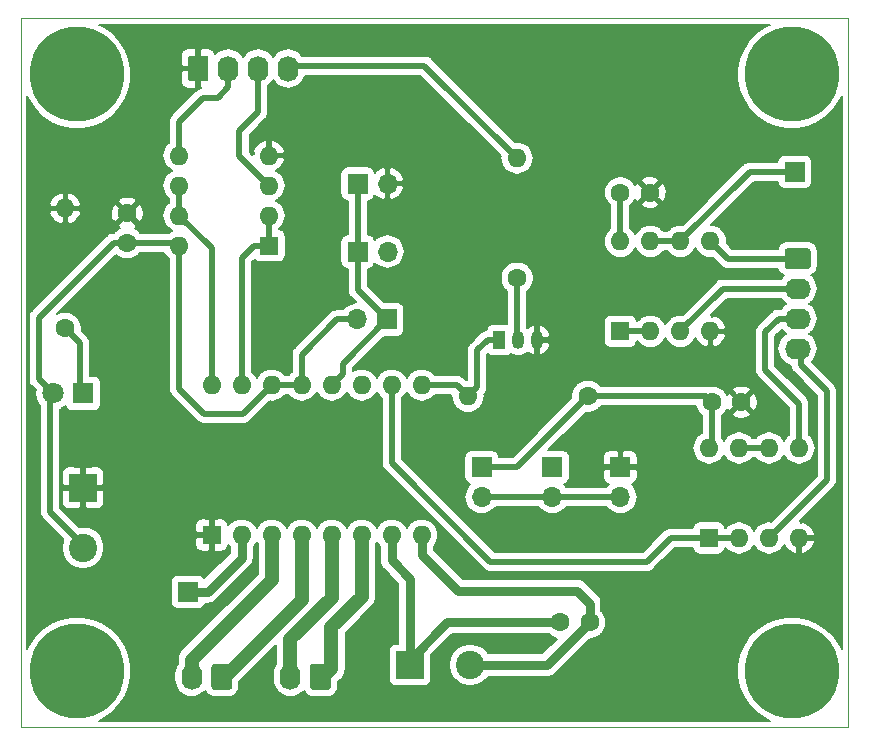
<source format=gbr>
%TF.GenerationSoftware,KiCad,Pcbnew,5.1.4-e60b266~84~ubuntu18.04.1*%
%TF.CreationDate,2020-06-02T14:46:13-03:00*%
%TF.ProjectId,Driver Motor PaP_V2.0,44726976-6572-4204-9d6f-746f72205061,2.0*%
%TF.SameCoordinates,Original*%
%TF.FileFunction,Copper,L2,Bot*%
%TF.FilePolarity,Positive*%
%FSLAX46Y46*%
G04 Gerber Fmt 4.6, Leading zero omitted, Abs format (unit mm)*
G04 Created by KiCad (PCBNEW 5.1.4-e60b266~84~ubuntu18.04.1) date 2020-06-02 14:46:13*
%MOMM*%
%LPD*%
G04 APERTURE LIST*
%TA.AperFunction,NonConductor*%
%ADD10C,0.050000*%
%TD*%
%TA.AperFunction,ComponentPad*%
%ADD11R,1.050000X1.500000*%
%TD*%
%TA.AperFunction,ComponentPad*%
%ADD12O,1.050000X1.500000*%
%TD*%
%TA.AperFunction,ComponentPad*%
%ADD13O,1.600000X1.600000*%
%TD*%
%TA.AperFunction,ComponentPad*%
%ADD14C,1.600000*%
%TD*%
%TA.AperFunction,ComponentPad*%
%ADD15O,1.700000X1.700000*%
%TD*%
%TA.AperFunction,ComponentPad*%
%ADD16R,1.700000X1.700000*%
%TD*%
%TA.AperFunction,ComponentPad*%
%ADD17R,1.600000X1.600000*%
%TD*%
%TA.AperFunction,ComponentPad*%
%ADD18O,1.740000X2.200000*%
%TD*%
%TA.AperFunction,Conductor*%
%ADD19C,0.100000*%
%TD*%
%TA.AperFunction,ComponentPad*%
%ADD20C,1.740000*%
%TD*%
%TA.AperFunction,ComponentPad*%
%ADD21O,2.200000X1.740000*%
%TD*%
%TA.AperFunction,ComponentPad*%
%ADD22C,0.900000*%
%TD*%
%TA.AperFunction,ComponentPad*%
%ADD23C,8.000000*%
%TD*%
%TA.AperFunction,ComponentPad*%
%ADD24C,1.800000*%
%TD*%
%TA.AperFunction,ComponentPad*%
%ADD25R,1.800000X1.800000*%
%TD*%
%TA.AperFunction,ComponentPad*%
%ADD26R,2.400000X2.400000*%
%TD*%
%TA.AperFunction,ComponentPad*%
%ADD27C,2.400000*%
%TD*%
%TA.AperFunction,Conductor*%
%ADD28C,0.500000*%
%TD*%
%TA.AperFunction,Conductor*%
%ADD29C,0.800000*%
%TD*%
%TA.AperFunction,Conductor*%
%ADD30C,1.200000*%
%TD*%
%TA.AperFunction,Conductor*%
%ADD31C,0.200000*%
%TD*%
G04 APERTURE END LIST*
D10*
X75000000Y-109750000D02*
X75000000Y-49750000D01*
X145000000Y-109750000D02*
X75000000Y-109750000D01*
X145000000Y-49750000D02*
X145000000Y-109750000D01*
X75000000Y-49750000D02*
X145000000Y-49750000D01*
D11*
%TO.P,Q1,1*%
%TO.N,Net-(A1-Pad9)*%
X115496000Y-77000000D03*
D12*
%TO.P,Q1,3*%
%TO.N,GND*%
X118680000Y-76990000D03*
%TO.P,Q1,2*%
%TO.N,Net-(Q1-Pad2)*%
X117090000Y-76990000D03*
%TD*%
D13*
%TO.P,R2,2*%
%TO.N,Net-(J3-Pad4)*%
X117000000Y-61590000D03*
D14*
%TO.P,R2,1*%
%TO.N,Net-(Q1-Pad2)*%
X117000000Y-71750000D03*
%TD*%
D15*
%TO.P,JP6,2*%
%TO.N,Net-(JP6-Pad2)*%
X106040000Y-69500000D03*
D16*
%TO.P,JP6,1*%
%TO.N,Net-(A1-Pad12)*%
X103500000Y-69500000D03*
%TD*%
D13*
%TO.P,U2,8*%
%TO.N,VCC*%
X133250000Y-86130000D03*
%TO.P,U2,4*%
%TO.N,GND*%
X140870000Y-93750000D03*
%TO.P,U2,7*%
%TO.N,Net-(JP2-Pad1)*%
X135790000Y-86130000D03*
%TO.P,U2,3*%
%TO.N,Net-(J4-Pad4)*%
X138330000Y-93750000D03*
%TO.P,U2,6*%
%TO.N,Net-(JP2-Pad1)*%
X138330000Y-86130000D03*
%TO.P,U2,2*%
%TO.N,Net-(A1-Pad10)*%
X135790000Y-93750000D03*
%TO.P,U2,5*%
%TO.N,Net-(J4-Pad3)*%
X140870000Y-86130000D03*
D17*
%TO.P,U2,1*%
%TO.N,Net-(A1-Pad10)*%
X133250000Y-93750000D03*
%TD*%
D13*
%TO.P,A1,16*%
%TO.N,Net-(A1-Pad16)*%
X91150000Y-80800000D03*
%TO.P,A1,8*%
%TO.N,VDD*%
X108930000Y-93500000D03*
%TO.P,A1,15*%
%TO.N,Net-(A1-Pad15)*%
X93690000Y-80800000D03*
%TO.P,A1,7*%
%TO.N,GNDPWR*%
X106390000Y-93500000D03*
%TO.P,A1,14*%
%TO.N,VCC*%
X96230000Y-80800000D03*
%TO.P,A1,6*%
%TO.N,Net-(A1-Pad6)*%
X103850000Y-93500000D03*
%TO.P,A1,13*%
%TO.N,VCC*%
X98770000Y-80800000D03*
%TO.P,A1,5*%
%TO.N,Net-(A1-Pad5)*%
X101310000Y-93500000D03*
%TO.P,A1,12*%
%TO.N,Net-(A1-Pad12)*%
X101310000Y-80800000D03*
%TO.P,A1,4*%
%TO.N,Net-(A1-Pad4)*%
X98770000Y-93500000D03*
%TO.P,A1,11*%
%TO.N,Net-(A1-Pad11)*%
X103850000Y-80800000D03*
%TO.P,A1,3*%
%TO.N,Net-(A1-Pad3)*%
X96230000Y-93500000D03*
%TO.P,A1,10*%
%TO.N,Net-(A1-Pad10)*%
X106390000Y-80800000D03*
%TO.P,A1,2*%
%TO.N,Net-(A1-Pad2)*%
X93690000Y-93500000D03*
%TO.P,A1,9*%
%TO.N,Net-(A1-Pad9)*%
X108930000Y-80800000D03*
D17*
%TO.P,A1,1*%
%TO.N,GND*%
X91150000Y-93500000D03*
%TD*%
D18*
%TO.P,J6,2*%
%TO.N,Net-(A1-Pad3)*%
X89460000Y-105500000D03*
D19*
%TD*%
%TO.N,Net-(A1-Pad4)*%
%TO.C,J6*%
G36*
X92644505Y-104401204D02*
G01*
X92668773Y-104404804D01*
X92692572Y-104410765D01*
X92715671Y-104419030D01*
X92737850Y-104429520D01*
X92758893Y-104442132D01*
X92778599Y-104456747D01*
X92796777Y-104473223D01*
X92813253Y-104491401D01*
X92827868Y-104511107D01*
X92840480Y-104532150D01*
X92850970Y-104554329D01*
X92859235Y-104577428D01*
X92865196Y-104601227D01*
X92868796Y-104625495D01*
X92870000Y-104649999D01*
X92870000Y-106350001D01*
X92868796Y-106374505D01*
X92865196Y-106398773D01*
X92859235Y-106422572D01*
X92850970Y-106445671D01*
X92840480Y-106467850D01*
X92827868Y-106488893D01*
X92813253Y-106508599D01*
X92796777Y-106526777D01*
X92778599Y-106543253D01*
X92758893Y-106557868D01*
X92737850Y-106570480D01*
X92715671Y-106580970D01*
X92692572Y-106589235D01*
X92668773Y-106595196D01*
X92644505Y-106598796D01*
X92620001Y-106600000D01*
X91379999Y-106600000D01*
X91355495Y-106598796D01*
X91331227Y-106595196D01*
X91307428Y-106589235D01*
X91284329Y-106580970D01*
X91262150Y-106570480D01*
X91241107Y-106557868D01*
X91221401Y-106543253D01*
X91203223Y-106526777D01*
X91186747Y-106508599D01*
X91172132Y-106488893D01*
X91159520Y-106467850D01*
X91149030Y-106445671D01*
X91140765Y-106422572D01*
X91134804Y-106398773D01*
X91131204Y-106374505D01*
X91130000Y-106350001D01*
X91130000Y-104649999D01*
X91131204Y-104625495D01*
X91134804Y-104601227D01*
X91140765Y-104577428D01*
X91149030Y-104554329D01*
X91159520Y-104532150D01*
X91172132Y-104511107D01*
X91186747Y-104491401D01*
X91203223Y-104473223D01*
X91221401Y-104456747D01*
X91241107Y-104442132D01*
X91262150Y-104429520D01*
X91284329Y-104419030D01*
X91307428Y-104410765D01*
X91331227Y-104404804D01*
X91355495Y-104401204D01*
X91379999Y-104400000D01*
X92620001Y-104400000D01*
X92644505Y-104401204D01*
X92644505Y-104401204D01*
G37*
D20*
%TO.P,J6,1*%
%TO.N,Net-(A1-Pad4)*%
X92000000Y-105500000D03*
%TD*%
D13*
%TO.P,U3,8*%
%TO.N,VCC*%
X125750000Y-68630000D03*
%TO.P,U3,4*%
%TO.N,GND*%
X133370000Y-76250000D03*
%TO.P,U3,7*%
%TO.N,Net-(J5-Pad1)*%
X128290000Y-68630000D03*
%TO.P,U3,3*%
%TO.N,Net-(J4-Pad2)*%
X130830000Y-76250000D03*
%TO.P,U3,6*%
%TO.N,Net-(J5-Pad1)*%
X130830000Y-68630000D03*
%TO.P,U3,2*%
%TO.N,Net-(JP6-Pad2)*%
X128290000Y-76250000D03*
%TO.P,U3,5*%
%TO.N,Net-(J4-Pad1)*%
X133370000Y-68630000D03*
D17*
%TO.P,U3,1*%
%TO.N,Net-(JP6-Pad2)*%
X125750000Y-76250000D03*
%TD*%
D13*
%TO.P,U1,8*%
%TO.N,VCC*%
X88380000Y-69000000D03*
%TO.P,U1,4*%
%TO.N,GND*%
X96000000Y-61380000D03*
%TO.P,U1,7*%
%TO.N,Net-(A1-Pad16)*%
X88380000Y-66460000D03*
%TO.P,U1,3*%
%TO.N,Net-(J3-Pad3)*%
X96000000Y-63920000D03*
%TO.P,U1,6*%
%TO.N,Net-(A1-Pad16)*%
X88380000Y-63920000D03*
%TO.P,U1,2*%
%TO.N,Net-(A1-Pad15)*%
X96000000Y-66460000D03*
%TO.P,U1,5*%
%TO.N,Net-(J3-Pad2)*%
X88380000Y-61380000D03*
D17*
%TO.P,U1,1*%
%TO.N,Net-(A1-Pad15)*%
X96000000Y-69000000D03*
%TD*%
D13*
%TO.P,R3,2*%
%TO.N,Net-(A1-Pad9)*%
X112840000Y-81750000D03*
D14*
%TO.P,R3,1*%
%TO.N,VCC*%
X123000000Y-81750000D03*
%TD*%
D13*
%TO.P,R1,2*%
%TO.N,GND*%
X78750000Y-65840000D03*
D14*
%TO.P,R1,1*%
%TO.N,Net-(D1-Pad1)*%
X78750000Y-76000000D03*
%TD*%
D15*
%TO.P,JP5,2*%
%TO.N,GND*%
X106040000Y-63750000D03*
D16*
%TO.P,JP5,1*%
%TO.N,Net-(A1-Pad12)*%
X103500000Y-63750000D03*
%TD*%
D15*
%TO.P,JP4,2*%
%TO.N,VCC*%
X103460000Y-75250000D03*
D16*
%TO.P,JP4,1*%
%TO.N,Net-(A1-Pad12)*%
X106000000Y-75250000D03*
%TD*%
D15*
%TO.P,JP3,2*%
%TO.N,Net-(A1-Pad11)*%
X125750000Y-90290000D03*
D16*
%TO.P,JP3,1*%
%TO.N,GND*%
X125750000Y-87750000D03*
%TD*%
D15*
%TO.P,JP2,2*%
%TO.N,Net-(A1-Pad11)*%
X120000000Y-90290000D03*
D16*
%TO.P,JP2,1*%
%TO.N,Net-(JP2-Pad1)*%
X120000000Y-87750000D03*
%TD*%
D15*
%TO.P,JP1,2*%
%TO.N,Net-(A1-Pad11)*%
X114000000Y-90290000D03*
D16*
%TO.P,JP1,1*%
%TO.N,VCC*%
X114000000Y-87750000D03*
%TD*%
%TO.P,J8,1*%
%TO.N,Net-(A1-Pad2)*%
X89150000Y-98300000D03*
%TD*%
D18*
%TO.P,J7,2*%
%TO.N,Net-(A1-Pad5)*%
X97810000Y-105500000D03*
D19*
%TD*%
%TO.N,Net-(A1-Pad6)*%
%TO.C,J7*%
G36*
X100994505Y-104401204D02*
G01*
X101018773Y-104404804D01*
X101042572Y-104410765D01*
X101065671Y-104419030D01*
X101087850Y-104429520D01*
X101108893Y-104442132D01*
X101128599Y-104456747D01*
X101146777Y-104473223D01*
X101163253Y-104491401D01*
X101177868Y-104511107D01*
X101190480Y-104532150D01*
X101200970Y-104554329D01*
X101209235Y-104577428D01*
X101215196Y-104601227D01*
X101218796Y-104625495D01*
X101220000Y-104649999D01*
X101220000Y-106350001D01*
X101218796Y-106374505D01*
X101215196Y-106398773D01*
X101209235Y-106422572D01*
X101200970Y-106445671D01*
X101190480Y-106467850D01*
X101177868Y-106488893D01*
X101163253Y-106508599D01*
X101146777Y-106526777D01*
X101128599Y-106543253D01*
X101108893Y-106557868D01*
X101087850Y-106570480D01*
X101065671Y-106580970D01*
X101042572Y-106589235D01*
X101018773Y-106595196D01*
X100994505Y-106598796D01*
X100970001Y-106600000D01*
X99729999Y-106600000D01*
X99705495Y-106598796D01*
X99681227Y-106595196D01*
X99657428Y-106589235D01*
X99634329Y-106580970D01*
X99612150Y-106570480D01*
X99591107Y-106557868D01*
X99571401Y-106543253D01*
X99553223Y-106526777D01*
X99536747Y-106508599D01*
X99522132Y-106488893D01*
X99509520Y-106467850D01*
X99499030Y-106445671D01*
X99490765Y-106422572D01*
X99484804Y-106398773D01*
X99481204Y-106374505D01*
X99480000Y-106350001D01*
X99480000Y-104649999D01*
X99481204Y-104625495D01*
X99484804Y-104601227D01*
X99490765Y-104577428D01*
X99499030Y-104554329D01*
X99509520Y-104532150D01*
X99522132Y-104511107D01*
X99536747Y-104491401D01*
X99553223Y-104473223D01*
X99571401Y-104456747D01*
X99591107Y-104442132D01*
X99612150Y-104429520D01*
X99634329Y-104419030D01*
X99657428Y-104410765D01*
X99681227Y-104404804D01*
X99705495Y-104401204D01*
X99729999Y-104400000D01*
X100970001Y-104400000D01*
X100994505Y-104401204D01*
X100994505Y-104401204D01*
G37*
D20*
%TO.P,J7,1*%
%TO.N,Net-(A1-Pad6)*%
X100350000Y-105500000D03*
%TD*%
D16*
%TO.P,J5,1*%
%TO.N,Net-(J5-Pad1)*%
X140500000Y-62750000D03*
%TD*%
D21*
%TO.P,J4,4*%
%TO.N,Net-(J4-Pad4)*%
X140750000Y-77720000D03*
%TO.P,J4,3*%
%TO.N,Net-(J4-Pad3)*%
X140750000Y-75180000D03*
%TO.P,J4,2*%
%TO.N,Net-(J4-Pad2)*%
X140750000Y-72640000D03*
D19*
%TD*%
%TO.N,Net-(J4-Pad1)*%
%TO.C,J4*%
G36*
X141624505Y-69231204D02*
G01*
X141648773Y-69234804D01*
X141672572Y-69240765D01*
X141695671Y-69249030D01*
X141717850Y-69259520D01*
X141738893Y-69272132D01*
X141758599Y-69286747D01*
X141776777Y-69303223D01*
X141793253Y-69321401D01*
X141807868Y-69341107D01*
X141820480Y-69362150D01*
X141830970Y-69384329D01*
X141839235Y-69407428D01*
X141845196Y-69431227D01*
X141848796Y-69455495D01*
X141850000Y-69479999D01*
X141850000Y-70720001D01*
X141848796Y-70744505D01*
X141845196Y-70768773D01*
X141839235Y-70792572D01*
X141830970Y-70815671D01*
X141820480Y-70837850D01*
X141807868Y-70858893D01*
X141793253Y-70878599D01*
X141776777Y-70896777D01*
X141758599Y-70913253D01*
X141738893Y-70927868D01*
X141717850Y-70940480D01*
X141695671Y-70950970D01*
X141672572Y-70959235D01*
X141648773Y-70965196D01*
X141624505Y-70968796D01*
X141600001Y-70970000D01*
X139899999Y-70970000D01*
X139875495Y-70968796D01*
X139851227Y-70965196D01*
X139827428Y-70959235D01*
X139804329Y-70950970D01*
X139782150Y-70940480D01*
X139761107Y-70927868D01*
X139741401Y-70913253D01*
X139723223Y-70896777D01*
X139706747Y-70878599D01*
X139692132Y-70858893D01*
X139679520Y-70837850D01*
X139669030Y-70815671D01*
X139660765Y-70792572D01*
X139654804Y-70768773D01*
X139651204Y-70744505D01*
X139650000Y-70720001D01*
X139650000Y-69479999D01*
X139651204Y-69455495D01*
X139654804Y-69431227D01*
X139660765Y-69407428D01*
X139669030Y-69384329D01*
X139679520Y-69362150D01*
X139692132Y-69341107D01*
X139706747Y-69321401D01*
X139723223Y-69303223D01*
X139741401Y-69286747D01*
X139761107Y-69272132D01*
X139782150Y-69259520D01*
X139804329Y-69249030D01*
X139827428Y-69240765D01*
X139851227Y-69234804D01*
X139875495Y-69231204D01*
X139899999Y-69230000D01*
X141600001Y-69230000D01*
X141624505Y-69231204D01*
X141624505Y-69231204D01*
G37*
D20*
%TO.P,J4,1*%
%TO.N,Net-(J4-Pad1)*%
X140750000Y-70100000D03*
%TD*%
D18*
%TO.P,J3,4*%
%TO.N,Net-(J3-Pad4)*%
X97620000Y-54000000D03*
%TO.P,J3,3*%
%TO.N,Net-(J3-Pad3)*%
X95080000Y-54000000D03*
%TO.P,J3,2*%
%TO.N,Net-(J3-Pad2)*%
X92540000Y-54000000D03*
D19*
%TD*%
%TO.N,GND*%
%TO.C,J3*%
G36*
X90644505Y-52901204D02*
G01*
X90668773Y-52904804D01*
X90692572Y-52910765D01*
X90715671Y-52919030D01*
X90737850Y-52929520D01*
X90758893Y-52942132D01*
X90778599Y-52956747D01*
X90796777Y-52973223D01*
X90813253Y-52991401D01*
X90827868Y-53011107D01*
X90840480Y-53032150D01*
X90850970Y-53054329D01*
X90859235Y-53077428D01*
X90865196Y-53101227D01*
X90868796Y-53125495D01*
X90870000Y-53149999D01*
X90870000Y-54850001D01*
X90868796Y-54874505D01*
X90865196Y-54898773D01*
X90859235Y-54922572D01*
X90850970Y-54945671D01*
X90840480Y-54967850D01*
X90827868Y-54988893D01*
X90813253Y-55008599D01*
X90796777Y-55026777D01*
X90778599Y-55043253D01*
X90758893Y-55057868D01*
X90737850Y-55070480D01*
X90715671Y-55080970D01*
X90692572Y-55089235D01*
X90668773Y-55095196D01*
X90644505Y-55098796D01*
X90620001Y-55100000D01*
X89379999Y-55100000D01*
X89355495Y-55098796D01*
X89331227Y-55095196D01*
X89307428Y-55089235D01*
X89284329Y-55080970D01*
X89262150Y-55070480D01*
X89241107Y-55057868D01*
X89221401Y-55043253D01*
X89203223Y-55026777D01*
X89186747Y-55008599D01*
X89172132Y-54988893D01*
X89159520Y-54967850D01*
X89149030Y-54945671D01*
X89140765Y-54922572D01*
X89134804Y-54898773D01*
X89131204Y-54874505D01*
X89130000Y-54850001D01*
X89130000Y-53149999D01*
X89131204Y-53125495D01*
X89134804Y-53101227D01*
X89140765Y-53077428D01*
X89149030Y-53054329D01*
X89159520Y-53032150D01*
X89172132Y-53011107D01*
X89186747Y-52991401D01*
X89203223Y-52973223D01*
X89221401Y-52956747D01*
X89241107Y-52942132D01*
X89262150Y-52929520D01*
X89284329Y-52919030D01*
X89307428Y-52910765D01*
X89331227Y-52904804D01*
X89355495Y-52901204D01*
X89379999Y-52900000D01*
X90620001Y-52900000D01*
X90644505Y-52901204D01*
X90644505Y-52901204D01*
G37*
D20*
%TO.P,J3,1*%
%TO.N,GND*%
X90000000Y-54000000D03*
%TD*%
D22*
%TO.P,H4,1*%
%TO.N,N/C*%
X142371320Y-102878680D03*
X140250000Y-102000000D03*
X138128680Y-102878680D03*
X137250000Y-105000000D03*
X138128680Y-107121320D03*
X140250000Y-108000000D03*
X142371320Y-107121320D03*
X143250000Y-105000000D03*
D23*
X140250000Y-105000000D03*
%TD*%
D22*
%TO.P,H3,1*%
%TO.N,N/C*%
X142371320Y-52378680D03*
X140250000Y-51500000D03*
X138128680Y-52378680D03*
X137250000Y-54500000D03*
X138128680Y-56621320D03*
X140250000Y-57500000D03*
X142371320Y-56621320D03*
X143250000Y-54500000D03*
D23*
X140250000Y-54500000D03*
%TD*%
D22*
%TO.P,H2,1*%
%TO.N,N/C*%
X81871320Y-102878680D03*
X79750000Y-102000000D03*
X77628680Y-102878680D03*
X76750000Y-105000000D03*
X77628680Y-107121320D03*
X79750000Y-108000000D03*
X81871320Y-107121320D03*
X82750000Y-105000000D03*
D23*
X79750000Y-105000000D03*
%TD*%
D24*
%TO.P,D1,2*%
%TO.N,VCC*%
X77710000Y-81500000D03*
D25*
%TO.P,D1,1*%
%TO.N,Net-(D1-Pad1)*%
X80250000Y-81500000D03*
%TD*%
D22*
%TO.P,H1,1*%
%TO.N,N/C*%
X81871320Y-52378680D03*
X79750000Y-51500000D03*
X77628680Y-52378680D03*
X76750000Y-54500000D03*
X77628680Y-56621320D03*
X79750000Y-57500000D03*
X81871320Y-56621320D03*
X82750000Y-54500000D03*
D23*
X79750000Y-54500000D03*
%TD*%
D14*
%TO.P,C1,2*%
%TO.N,GND*%
X84000000Y-66250000D03*
%TO.P,C1,1*%
%TO.N,VCC*%
X84000000Y-68750000D03*
%TD*%
%TO.P,C2,2*%
%TO.N,GND*%
X136000000Y-82250000D03*
%TO.P,C2,1*%
%TO.N,VCC*%
X133500000Y-82250000D03*
%TD*%
%TO.P,C3,2*%
%TO.N,GND*%
X128250000Y-64500000D03*
%TO.P,C3,1*%
%TO.N,VCC*%
X125750000Y-64500000D03*
%TD*%
D26*
%TO.P,J1,1*%
%TO.N,GND*%
X80250000Y-89500000D03*
D27*
%TO.P,J1,2*%
%TO.N,VCC*%
X80250000Y-94580000D03*
%TD*%
%TO.P,J2,2*%
%TO.N,VDD*%
X113030000Y-104500000D03*
D26*
%TO.P,J2,1*%
%TO.N,GNDPWR*%
X107950000Y-104500000D03*
%TD*%
D14*
%TO.P,C4,1*%
%TO.N,VDD*%
X123150000Y-100900000D03*
%TO.P,C4,2*%
%TO.N,GNDPWR*%
X120650000Y-100900000D03*
%TD*%
D28*
%TO.N,Net-(A1-Pad16)*%
X88380000Y-66460000D02*
X88380000Y-63920000D01*
X91150000Y-69230000D02*
X88380000Y-66460000D01*
X91150000Y-80800000D02*
X91150000Y-69230000D01*
D29*
%TO.N,VDD*%
X108930000Y-95180000D02*
X108930000Y-93500000D01*
X112000000Y-98250000D02*
X108930000Y-95180000D01*
X122100000Y-98250000D02*
X112000000Y-98250000D01*
X123150000Y-100900000D02*
X123150000Y-99300000D01*
X123150000Y-99300000D02*
X122100000Y-98250000D01*
X119550000Y-104500000D02*
X123150000Y-100900000D01*
X113030000Y-104500000D02*
X119550000Y-104500000D01*
D28*
%TO.N,Net-(A1-Pad15)*%
X96000000Y-66460000D02*
X96000000Y-69000000D01*
X94700000Y-69000000D02*
X96000000Y-69000000D01*
X93690000Y-70010000D02*
X94700000Y-69000000D01*
X93690000Y-80800000D02*
X93690000Y-70010000D01*
D29*
%TO.N,GNDPWR*%
X107950000Y-104000000D02*
X108000000Y-104000000D01*
X106390000Y-95640000D02*
X106390000Y-93500000D01*
X107950000Y-97200000D02*
X106390000Y-95640000D01*
X111100000Y-100900000D02*
X120650000Y-100900000D01*
X107950000Y-104000000D02*
X107950000Y-97200000D01*
X108000000Y-104000000D02*
X111100000Y-100900000D01*
D28*
%TO.N,VCC*%
X77460000Y-91540000D02*
X80500000Y-94580000D01*
X77460000Y-81500000D02*
X77460000Y-91540000D01*
X96230000Y-80800000D02*
X98770000Y-80800000D01*
X88130000Y-68750000D02*
X88380000Y-69000000D01*
X125750000Y-64500000D02*
X125750000Y-68630000D01*
X117000000Y-87750000D02*
X123000000Y-81750000D01*
X114000000Y-87750000D02*
X117000000Y-87750000D01*
X133500000Y-85880000D02*
X133250000Y-86130000D01*
X133500000Y-82250000D02*
X133500000Y-85880000D01*
X90527999Y-83250000D02*
X88380000Y-81102001D01*
X96230000Y-80800000D02*
X93780000Y-83250000D01*
X93780000Y-83250000D02*
X90527999Y-83250000D01*
X98770000Y-80800000D02*
X98770000Y-78230000D01*
X101750000Y-75250000D02*
X103460000Y-75250000D01*
X98770000Y-78230000D02*
X101750000Y-75250000D01*
X84000000Y-68750000D02*
X88130000Y-68750000D01*
X88380000Y-70131370D02*
X88380000Y-69000000D01*
X88380000Y-81102001D02*
X88380000Y-70131370D01*
X133000000Y-81750000D02*
X133500000Y-82250000D01*
X123000000Y-81750000D02*
X133000000Y-81750000D01*
X82868630Y-68750000D02*
X84000000Y-68750000D01*
X76500000Y-75118630D02*
X82868630Y-68750000D01*
X77710000Y-81500000D02*
X76500000Y-80290000D01*
X76500000Y-80290000D02*
X76500000Y-75118630D01*
D30*
%TO.N,Net-(A1-Pad6)*%
X103850000Y-98708351D02*
X103850000Y-94631370D01*
X101289773Y-101268578D02*
X103850000Y-98708351D01*
X101289773Y-104810227D02*
X101289773Y-101268578D01*
X103850000Y-94631370D02*
X103850000Y-93500000D01*
X100350000Y-105750000D02*
X101289773Y-104810227D01*
%TO.N,Net-(A1-Pad5)*%
X101150000Y-93660000D02*
X101310000Y-93500000D01*
X101310000Y-94631370D02*
X101310000Y-93500000D01*
X101310000Y-98844175D02*
X101310000Y-94631370D01*
X97810000Y-102344175D02*
X101310000Y-98844175D01*
X97810000Y-105750000D02*
X97810000Y-102344175D01*
D28*
%TO.N,Net-(A1-Pad12)*%
X101310000Y-80800000D02*
X101555998Y-80800000D01*
X102259999Y-78990001D02*
X106000000Y-75250000D01*
X102259999Y-79850001D02*
X102259999Y-78990001D01*
X101310000Y-80800000D02*
X102259999Y-79850001D01*
X103500000Y-72750000D02*
X106000000Y-75250000D01*
X103500000Y-69500000D02*
X103500000Y-72750000D01*
X103500000Y-63750000D02*
X103500000Y-69500000D01*
D30*
%TO.N,Net-(A1-Pad4)*%
X98770000Y-94631370D02*
X98770000Y-93500000D01*
X98770000Y-98980000D02*
X98770000Y-94631370D01*
X92000000Y-105750000D02*
X98770000Y-98980000D01*
D28*
%TO.N,Net-(A1-Pad11)*%
X120040000Y-90290000D02*
X119500000Y-90290000D01*
X114000000Y-90290000D02*
X120000000Y-90290000D01*
X121202081Y-90290000D02*
X125750000Y-90290000D01*
X120000000Y-90290000D02*
X121202081Y-90290000D01*
D30*
%TO.N,Net-(A1-Pad3)*%
X89460000Y-105750000D02*
X89460000Y-104040000D01*
X96230000Y-97270000D02*
X96230000Y-93500000D01*
X89460000Y-104040000D02*
X96230000Y-97270000D01*
D28*
%TO.N,Net-(A1-Pad10)*%
X133250000Y-93750000D02*
X135790000Y-93750000D01*
X133250000Y-93750000D02*
X130000000Y-93750000D01*
X130000000Y-93750000D02*
X128000000Y-95750000D01*
X128000000Y-95750000D02*
X114750000Y-95750000D01*
X106390000Y-87390000D02*
X106390000Y-80800000D01*
X114750000Y-95750000D02*
X106390000Y-87390000D01*
D29*
%TO.N,Net-(A1-Pad2)*%
X93690000Y-94631370D02*
X93690000Y-93500000D01*
X93690000Y-95410000D02*
X93690000Y-94631370D01*
X90800000Y-98300000D02*
X93690000Y-95410000D01*
X89150000Y-98300000D02*
X90800000Y-98300000D01*
D28*
%TO.N,Net-(A1-Pad9)*%
X111890000Y-80800000D02*
X112840000Y-81750000D01*
X108930000Y-80800000D02*
X111890000Y-80800000D01*
X113639999Y-80950001D02*
X113639999Y-77860001D01*
X112840000Y-81750000D02*
X113639999Y-80950001D01*
X114500000Y-77000000D02*
X115744990Y-77000000D01*
X113639999Y-77860001D02*
X114500000Y-77000000D01*
%TO.N,Net-(D1-Pad1)*%
X80000000Y-77250000D02*
X78750000Y-76000000D01*
X80000000Y-81500000D02*
X80000000Y-77250000D01*
%TO.N,Net-(J3-Pad4)*%
X109160000Y-53750000D02*
X117000000Y-61590000D01*
X97620000Y-53750000D02*
X109160000Y-53750000D01*
%TO.N,Net-(J3-Pad3)*%
X95080000Y-53750000D02*
X95080000Y-57670000D01*
X95080000Y-57670000D02*
X93500000Y-59250000D01*
X93500000Y-59250000D02*
X93500000Y-61420000D01*
X93500000Y-61420000D02*
X96000000Y-63920000D01*
%TO.N,Net-(J3-Pad2)*%
X91640000Y-56500000D02*
X92540000Y-55600000D01*
X90383902Y-56500000D02*
X91640000Y-56500000D01*
X88380000Y-58503902D02*
X90383902Y-56500000D01*
X92540000Y-55600000D02*
X92540000Y-54000000D01*
X88380000Y-61380000D02*
X88380000Y-58503902D01*
%TO.N,Net-(J4-Pad4)*%
X143250000Y-81340000D02*
X143250000Y-88830000D01*
X141000000Y-77720000D02*
X141000000Y-79090000D01*
X143250000Y-88830000D02*
X138330000Y-93750000D01*
X141000000Y-79090000D02*
X143250000Y-81340000D01*
%TO.N,Net-(J4-Pad3)*%
X141000000Y-75180000D02*
X141000000Y-75198960D01*
X139150000Y-75180000D02*
X138000000Y-76330000D01*
X140750000Y-75180000D02*
X139150000Y-75180000D01*
X138000000Y-76330000D02*
X138000000Y-79500000D01*
X140870000Y-82370000D02*
X140870000Y-86130000D01*
X138000000Y-79500000D02*
X140870000Y-82370000D01*
%TO.N,Net-(J4-Pad2)*%
X134440000Y-72640000D02*
X130830000Y-76250000D01*
X141000000Y-72640000D02*
X134440000Y-72640000D01*
%TO.N,Net-(J4-Pad1)*%
X134840000Y-70100000D02*
X141000000Y-70100000D01*
X133370000Y-68630000D02*
X134840000Y-70100000D01*
%TO.N,Net-(J5-Pad1)*%
X128290000Y-68630000D02*
X130830000Y-68630000D01*
X136710000Y-62750000D02*
X140500000Y-62750000D01*
X130830000Y-68630000D02*
X136710000Y-62750000D01*
%TO.N,Net-(JP2-Pad1)*%
X135790000Y-86130000D02*
X138330000Y-86130000D01*
%TO.N,Net-(JP6-Pad2)*%
X125750000Y-76250000D02*
X128290000Y-76250000D01*
%TO.N,Net-(Q1-Pad2)*%
X117000000Y-76980000D02*
X117020000Y-77000000D01*
X117000000Y-71750000D02*
X117000000Y-76980000D01*
%TD*%
D31*
%TO.N,GND*%
G36*
X138071083Y-50423533D02*
G01*
X137317671Y-50926947D01*
X136676947Y-51567671D01*
X136173533Y-52321083D01*
X135826776Y-53158230D01*
X135650000Y-54046940D01*
X135650000Y-54953060D01*
X135826776Y-55841770D01*
X136173533Y-56678917D01*
X136676947Y-57432329D01*
X137317671Y-58073053D01*
X138071083Y-58576467D01*
X138908230Y-58923224D01*
X139796940Y-59100000D01*
X140703060Y-59100000D01*
X141591770Y-58923224D01*
X142428917Y-58576467D01*
X143182329Y-58073053D01*
X143823053Y-57432329D01*
X144326467Y-56678917D01*
X144475000Y-56320326D01*
X144475001Y-103179676D01*
X144326467Y-102821083D01*
X143823053Y-102067671D01*
X143182329Y-101426947D01*
X142428917Y-100923533D01*
X141591770Y-100576776D01*
X140703060Y-100400000D01*
X139796940Y-100400000D01*
X138908230Y-100576776D01*
X138071083Y-100923533D01*
X137317671Y-101426947D01*
X136676947Y-102067671D01*
X136173533Y-102821083D01*
X135826776Y-103658230D01*
X135650000Y-104546940D01*
X135650000Y-105453060D01*
X135826776Y-106341770D01*
X136173533Y-107178917D01*
X136676947Y-107932329D01*
X137317671Y-108573053D01*
X138071083Y-109076467D01*
X138429674Y-109225000D01*
X81570326Y-109225000D01*
X81928917Y-109076467D01*
X82682329Y-108573053D01*
X83323053Y-107932329D01*
X83826467Y-107178917D01*
X84173224Y-106341770D01*
X84350000Y-105453060D01*
X84350000Y-104546940D01*
X84173224Y-103658230D01*
X83826467Y-102821083D01*
X83323053Y-102067671D01*
X82682329Y-101426947D01*
X81928917Y-100923533D01*
X81091770Y-100576776D01*
X80203060Y-100400000D01*
X79296940Y-100400000D01*
X78408230Y-100576776D01*
X77571083Y-100923533D01*
X76817671Y-101426947D01*
X76176947Y-102067671D01*
X75673533Y-102821083D01*
X75525000Y-103179674D01*
X75525000Y-97450000D01*
X87697097Y-97450000D01*
X87697097Y-99150000D01*
X87708682Y-99267621D01*
X87742990Y-99380721D01*
X87798704Y-99484955D01*
X87873683Y-99576317D01*
X87965045Y-99651296D01*
X88069279Y-99707010D01*
X88182379Y-99741318D01*
X88300000Y-99752903D01*
X90000000Y-99752903D01*
X90117621Y-99741318D01*
X90230721Y-99707010D01*
X90334955Y-99651296D01*
X90426317Y-99576317D01*
X90501296Y-99484955D01*
X90557010Y-99380721D01*
X90581496Y-99300000D01*
X90750880Y-99300000D01*
X90800000Y-99304838D01*
X90849120Y-99300000D01*
X90996034Y-99285530D01*
X91184535Y-99228349D01*
X91358258Y-99135492D01*
X91510528Y-99010528D01*
X91541849Y-98972363D01*
X94362368Y-96151845D01*
X94400528Y-96120528D01*
X94525492Y-95968258D01*
X94618349Y-95794535D01*
X94675530Y-95606034D01*
X94690000Y-95459120D01*
X94690000Y-95459119D01*
X94694838Y-95410001D01*
X94690000Y-95360883D01*
X94690000Y-94488328D01*
X94859690Y-94281562D01*
X94960000Y-94093895D01*
X95030001Y-94224857D01*
X95030000Y-96772943D01*
X88653155Y-103149789D01*
X88607367Y-103187366D01*
X88569790Y-103233154D01*
X88569788Y-103233156D01*
X88457409Y-103370090D01*
X88345981Y-103578559D01*
X88319909Y-103664508D01*
X88277364Y-103804759D01*
X88262311Y-103957594D01*
X88254194Y-104040000D01*
X88260000Y-104098947D01*
X88260000Y-104415031D01*
X88231826Y-104449361D01*
X88095326Y-104704734D01*
X88011270Y-104981830D01*
X87990000Y-105197790D01*
X87990000Y-105802209D01*
X88011270Y-106018169D01*
X88095326Y-106295265D01*
X88231826Y-106550638D01*
X88415524Y-106774475D01*
X88639361Y-106958174D01*
X88894734Y-107094674D01*
X89171830Y-107178730D01*
X89460000Y-107207112D01*
X89748169Y-107178730D01*
X90025265Y-107094674D01*
X90280638Y-106958174D01*
X90504475Y-106774476D01*
X90590118Y-106670121D01*
X90592020Y-106676392D01*
X90670837Y-106823848D01*
X90776906Y-106953094D01*
X90906152Y-107059163D01*
X91053608Y-107137980D01*
X91213606Y-107186515D01*
X91379999Y-107202903D01*
X92620001Y-107202903D01*
X92786394Y-107186515D01*
X92946392Y-107137980D01*
X93093848Y-107059163D01*
X93223094Y-106953094D01*
X93329163Y-106823848D01*
X93407980Y-106676392D01*
X93456515Y-106516394D01*
X93472903Y-106350001D01*
X93472903Y-105974153D01*
X96610001Y-102837056D01*
X96610000Y-104415031D01*
X96581826Y-104449361D01*
X96445326Y-104704734D01*
X96361270Y-104981830D01*
X96340000Y-105197790D01*
X96340000Y-105802209D01*
X96361270Y-106018169D01*
X96445326Y-106295265D01*
X96581826Y-106550638D01*
X96765524Y-106774475D01*
X96989361Y-106958174D01*
X97244734Y-107094674D01*
X97521830Y-107178730D01*
X97810000Y-107207112D01*
X98098169Y-107178730D01*
X98375265Y-107094674D01*
X98630638Y-106958174D01*
X98854475Y-106774476D01*
X98940118Y-106670121D01*
X98942020Y-106676392D01*
X99020837Y-106823848D01*
X99126906Y-106953094D01*
X99256152Y-107059163D01*
X99403608Y-107137980D01*
X99563606Y-107186515D01*
X99729999Y-107202903D01*
X100970001Y-107202903D01*
X101136394Y-107186515D01*
X101296392Y-107137980D01*
X101443848Y-107059163D01*
X101573094Y-106953094D01*
X101679163Y-106823848D01*
X101757980Y-106676392D01*
X101806515Y-106516394D01*
X101822903Y-106350001D01*
X101822903Y-105974153D01*
X102096614Y-105700442D01*
X102142407Y-105662861D01*
X102292364Y-105480137D01*
X102403792Y-105271669D01*
X102472410Y-105045468D01*
X102489773Y-104869177D01*
X102489773Y-104869174D01*
X102495579Y-104810227D01*
X102489773Y-104751280D01*
X102489773Y-101765634D01*
X104656847Y-99598561D01*
X104702634Y-99560985D01*
X104741125Y-99514084D01*
X104852591Y-99378261D01*
X104964019Y-99169793D01*
X104974424Y-99135492D01*
X105032637Y-98943592D01*
X105050000Y-98767301D01*
X105050000Y-98767298D01*
X105055806Y-98708351D01*
X105050000Y-98649404D01*
X105050000Y-94224856D01*
X105120000Y-94093895D01*
X105220310Y-94281562D01*
X105390001Y-94488329D01*
X105390000Y-95590879D01*
X105385162Y-95640000D01*
X105404470Y-95836034D01*
X105421001Y-95890528D01*
X105461651Y-96024534D01*
X105554508Y-96198258D01*
X105679472Y-96350528D01*
X105717637Y-96381849D01*
X106950001Y-97614214D01*
X106950000Y-102697097D01*
X106750000Y-102697097D01*
X106632379Y-102708682D01*
X106519279Y-102742990D01*
X106415045Y-102798704D01*
X106323683Y-102873683D01*
X106248704Y-102965045D01*
X106192990Y-103069279D01*
X106158682Y-103182379D01*
X106147097Y-103300000D01*
X106147097Y-105700000D01*
X106158682Y-105817621D01*
X106192990Y-105930721D01*
X106248704Y-106034955D01*
X106323683Y-106126317D01*
X106415045Y-106201296D01*
X106519279Y-106257010D01*
X106632379Y-106291318D01*
X106750000Y-106302903D01*
X109150000Y-106302903D01*
X109267621Y-106291318D01*
X109380721Y-106257010D01*
X109484955Y-106201296D01*
X109576317Y-106126317D01*
X109651296Y-106034955D01*
X109707010Y-105930721D01*
X109741318Y-105817621D01*
X109752903Y-105700000D01*
X109752903Y-103661309D01*
X111514213Y-101900000D01*
X119670101Y-101900000D01*
X119757552Y-101987451D01*
X119986851Y-102140664D01*
X120241635Y-102246199D01*
X120365042Y-102270746D01*
X119135788Y-103500000D01*
X114526663Y-103500000D01*
X114428151Y-103352567D01*
X114177433Y-103101849D01*
X113882620Y-102904861D01*
X113555041Y-102769173D01*
X113207284Y-102700000D01*
X112852716Y-102700000D01*
X112504959Y-102769173D01*
X112177380Y-102904861D01*
X111882567Y-103101849D01*
X111631849Y-103352567D01*
X111434861Y-103647380D01*
X111299173Y-103974959D01*
X111230000Y-104322716D01*
X111230000Y-104677284D01*
X111299173Y-105025041D01*
X111434861Y-105352620D01*
X111631849Y-105647433D01*
X111882567Y-105898151D01*
X112177380Y-106095139D01*
X112504959Y-106230827D01*
X112852716Y-106300000D01*
X113207284Y-106300000D01*
X113555041Y-106230827D01*
X113882620Y-106095139D01*
X114177433Y-105898151D01*
X114428151Y-105647433D01*
X114526663Y-105500000D01*
X119500880Y-105500000D01*
X119550000Y-105504838D01*
X119599120Y-105500000D01*
X119746034Y-105485530D01*
X119934535Y-105428349D01*
X120108258Y-105335492D01*
X120260528Y-105210528D01*
X120291849Y-105172363D01*
X123164213Y-102300000D01*
X123287888Y-102300000D01*
X123558365Y-102246199D01*
X123813149Y-102140664D01*
X124042448Y-101987451D01*
X124237451Y-101792448D01*
X124390664Y-101563149D01*
X124496199Y-101308365D01*
X124550000Y-101037888D01*
X124550000Y-100762112D01*
X124496199Y-100491635D01*
X124390664Y-100236851D01*
X124237451Y-100007552D01*
X124150000Y-99920101D01*
X124150000Y-99349117D01*
X124154838Y-99299999D01*
X124147781Y-99228349D01*
X124135530Y-99103966D01*
X124078349Y-98915465D01*
X123985492Y-98741742D01*
X123860528Y-98589472D01*
X123822368Y-98558155D01*
X122841849Y-97577637D01*
X122810528Y-97539472D01*
X122658258Y-97414508D01*
X122484535Y-97321651D01*
X122296034Y-97264470D01*
X122149120Y-97250000D01*
X122100000Y-97245162D01*
X122050880Y-97250000D01*
X112414214Y-97250000D01*
X109930000Y-94765788D01*
X109930000Y-94488328D01*
X110099690Y-94281562D01*
X110229690Y-94038349D01*
X110309743Y-93774448D01*
X110336774Y-93500000D01*
X110309743Y-93225552D01*
X110229690Y-92961651D01*
X110099690Y-92718438D01*
X109924739Y-92505261D01*
X109711562Y-92330310D01*
X109468349Y-92200310D01*
X109204448Y-92120257D01*
X108998777Y-92100000D01*
X108861223Y-92100000D01*
X108655552Y-92120257D01*
X108391651Y-92200310D01*
X108148438Y-92330310D01*
X107935261Y-92505261D01*
X107760310Y-92718438D01*
X107660000Y-92906105D01*
X107559690Y-92718438D01*
X107384739Y-92505261D01*
X107171562Y-92330310D01*
X106928349Y-92200310D01*
X106664448Y-92120257D01*
X106458777Y-92100000D01*
X106321223Y-92100000D01*
X106115552Y-92120257D01*
X105851651Y-92200310D01*
X105608438Y-92330310D01*
X105395261Y-92505261D01*
X105220310Y-92718438D01*
X105120000Y-92906105D01*
X105019690Y-92718438D01*
X104844739Y-92505261D01*
X104631562Y-92330310D01*
X104388349Y-92200310D01*
X104124448Y-92120257D01*
X103918777Y-92100000D01*
X103781223Y-92100000D01*
X103575552Y-92120257D01*
X103311651Y-92200310D01*
X103068438Y-92330310D01*
X102855261Y-92505261D01*
X102680310Y-92718438D01*
X102580000Y-92906105D01*
X102479690Y-92718438D01*
X102304739Y-92505261D01*
X102091562Y-92330310D01*
X101848349Y-92200310D01*
X101584448Y-92120257D01*
X101378777Y-92100000D01*
X101241223Y-92100000D01*
X101035552Y-92120257D01*
X100771651Y-92200310D01*
X100528438Y-92330310D01*
X100315261Y-92505261D01*
X100140310Y-92718438D01*
X100040000Y-92906105D01*
X99939690Y-92718438D01*
X99764739Y-92505261D01*
X99551562Y-92330310D01*
X99308349Y-92200310D01*
X99044448Y-92120257D01*
X98838777Y-92100000D01*
X98701223Y-92100000D01*
X98495552Y-92120257D01*
X98231651Y-92200310D01*
X97988438Y-92330310D01*
X97775261Y-92505261D01*
X97600310Y-92718438D01*
X97500000Y-92906105D01*
X97399690Y-92718438D01*
X97224739Y-92505261D01*
X97011562Y-92330310D01*
X96768349Y-92200310D01*
X96504448Y-92120257D01*
X96298777Y-92100000D01*
X96161223Y-92100000D01*
X95955552Y-92120257D01*
X95691651Y-92200310D01*
X95448438Y-92330310D01*
X95235261Y-92505261D01*
X95060310Y-92718438D01*
X94960000Y-92906105D01*
X94859690Y-92718438D01*
X94684739Y-92505261D01*
X94471562Y-92330310D01*
X94228349Y-92200310D01*
X93964448Y-92120257D01*
X93758777Y-92100000D01*
X93621223Y-92100000D01*
X93415552Y-92120257D01*
X93151651Y-92200310D01*
X92908438Y-92330310D01*
X92695261Y-92505261D01*
X92551032Y-92681003D01*
X92541318Y-92582379D01*
X92507010Y-92469279D01*
X92451296Y-92365045D01*
X92376317Y-92273683D01*
X92284955Y-92198704D01*
X92180721Y-92142990D01*
X92067621Y-92108682D01*
X91950000Y-92097097D01*
X91450000Y-92100000D01*
X91300000Y-92250000D01*
X91300000Y-93350000D01*
X91320000Y-93350000D01*
X91320000Y-93650000D01*
X91300000Y-93650000D01*
X91300000Y-94750000D01*
X91450000Y-94900000D01*
X91950000Y-94902903D01*
X92067621Y-94891318D01*
X92180721Y-94857010D01*
X92284955Y-94801296D01*
X92376317Y-94726317D01*
X92451296Y-94634955D01*
X92507010Y-94530721D01*
X92541318Y-94417621D01*
X92551032Y-94318997D01*
X92690000Y-94488329D01*
X92690000Y-94995787D01*
X90525486Y-97160302D01*
X90501296Y-97115045D01*
X90426317Y-97023683D01*
X90334955Y-96948704D01*
X90230721Y-96892990D01*
X90117621Y-96858682D01*
X90000000Y-96847097D01*
X88300000Y-96847097D01*
X88182379Y-96858682D01*
X88069279Y-96892990D01*
X87965045Y-96948704D01*
X87873683Y-97023683D01*
X87798704Y-97115045D01*
X87742990Y-97219279D01*
X87708682Y-97332379D01*
X87697097Y-97450000D01*
X75525000Y-97450000D01*
X75525000Y-75118630D01*
X75645889Y-75118630D01*
X75650001Y-75160381D01*
X75650000Y-80248259D01*
X75645889Y-80290000D01*
X75650000Y-80331741D01*
X75650000Y-80331748D01*
X75651798Y-80350000D01*
X75662300Y-80456629D01*
X75710903Y-80616854D01*
X75789832Y-80764518D01*
X75896052Y-80893948D01*
X75928485Y-80920566D01*
X76234917Y-81226997D01*
X76210000Y-81352263D01*
X76210000Y-81647737D01*
X76267644Y-81937534D01*
X76380717Y-82210517D01*
X76544874Y-82456194D01*
X76610000Y-82521320D01*
X76610001Y-91498249D01*
X76605889Y-91540000D01*
X76622300Y-91706629D01*
X76670903Y-91866854D01*
X76670904Y-91866855D01*
X76749833Y-92014519D01*
X76856053Y-92143948D01*
X76888481Y-92170561D01*
X78593482Y-93875562D01*
X78519173Y-94054959D01*
X78450000Y-94402716D01*
X78450000Y-94757284D01*
X78519173Y-95105041D01*
X78654861Y-95432620D01*
X78851849Y-95727433D01*
X79102567Y-95978151D01*
X79397380Y-96175139D01*
X79724959Y-96310827D01*
X80072716Y-96380000D01*
X80427284Y-96380000D01*
X80775041Y-96310827D01*
X81102620Y-96175139D01*
X81397433Y-95978151D01*
X81648151Y-95727433D01*
X81845139Y-95432620D01*
X81980827Y-95105041D01*
X82050000Y-94757284D01*
X82050000Y-94402716D01*
X82029569Y-94300000D01*
X89747097Y-94300000D01*
X89758682Y-94417621D01*
X89792990Y-94530721D01*
X89848704Y-94634955D01*
X89923683Y-94726317D01*
X90015045Y-94801296D01*
X90119279Y-94857010D01*
X90232379Y-94891318D01*
X90350000Y-94902903D01*
X90850000Y-94900000D01*
X91000000Y-94750000D01*
X91000000Y-93650000D01*
X89900000Y-93650000D01*
X89750000Y-93800000D01*
X89747097Y-94300000D01*
X82029569Y-94300000D01*
X81980827Y-94054959D01*
X81845139Y-93727380D01*
X81648151Y-93432567D01*
X81397433Y-93181849D01*
X81102620Y-92984861D01*
X80775041Y-92849173D01*
X80427284Y-92780000D01*
X80072716Y-92780000D01*
X79930391Y-92808310D01*
X79822081Y-92700000D01*
X89747097Y-92700000D01*
X89750000Y-93200000D01*
X89900000Y-93350000D01*
X91000000Y-93350000D01*
X91000000Y-92250000D01*
X90850000Y-92100000D01*
X90350000Y-92097097D01*
X90232379Y-92108682D01*
X90119279Y-92142990D01*
X90015045Y-92198704D01*
X89923683Y-92273683D01*
X89848704Y-92365045D01*
X89792990Y-92469279D01*
X89758682Y-92582379D01*
X89747097Y-92700000D01*
X79822081Y-92700000D01*
X78310000Y-91187920D01*
X78310000Y-90700000D01*
X78447097Y-90700000D01*
X78458682Y-90817621D01*
X78492990Y-90930721D01*
X78548704Y-91034955D01*
X78623683Y-91126317D01*
X78715045Y-91201296D01*
X78819279Y-91257010D01*
X78932379Y-91291318D01*
X79050000Y-91302903D01*
X79950000Y-91300000D01*
X80100000Y-91150000D01*
X80100000Y-89650000D01*
X80400000Y-89650000D01*
X80400000Y-91150000D01*
X80550000Y-91300000D01*
X81450000Y-91302903D01*
X81567621Y-91291318D01*
X81680721Y-91257010D01*
X81784955Y-91201296D01*
X81876317Y-91126317D01*
X81951296Y-91034955D01*
X82007010Y-90930721D01*
X82041318Y-90817621D01*
X82052903Y-90700000D01*
X82050000Y-89800000D01*
X81900000Y-89650000D01*
X80400000Y-89650000D01*
X80100000Y-89650000D01*
X78600000Y-89650000D01*
X78450000Y-89800000D01*
X78447097Y-90700000D01*
X78310000Y-90700000D01*
X78310000Y-88300000D01*
X78447097Y-88300000D01*
X78450000Y-89200000D01*
X78600000Y-89350000D01*
X80100000Y-89350000D01*
X80100000Y-87850000D01*
X80400000Y-87850000D01*
X80400000Y-89350000D01*
X81900000Y-89350000D01*
X82050000Y-89200000D01*
X82052903Y-88300000D01*
X82041318Y-88182379D01*
X82007010Y-88069279D01*
X81951296Y-87965045D01*
X81876317Y-87873683D01*
X81784955Y-87798704D01*
X81680721Y-87742990D01*
X81567621Y-87708682D01*
X81450000Y-87697097D01*
X80550000Y-87700000D01*
X80400000Y-87850000D01*
X80100000Y-87850000D01*
X79950000Y-87700000D01*
X79050000Y-87697097D01*
X78932379Y-87708682D01*
X78819279Y-87742990D01*
X78715045Y-87798704D01*
X78623683Y-87873683D01*
X78548704Y-87965045D01*
X78492990Y-88069279D01*
X78458682Y-88182379D01*
X78447097Y-88300000D01*
X78310000Y-88300000D01*
X78310000Y-82875061D01*
X78420517Y-82829283D01*
X78666194Y-82665126D01*
X78771487Y-82559833D01*
X78792990Y-82630721D01*
X78848704Y-82734955D01*
X78923683Y-82826317D01*
X79015045Y-82901296D01*
X79119279Y-82957010D01*
X79232379Y-82991318D01*
X79350000Y-83002903D01*
X81150000Y-83002903D01*
X81267621Y-82991318D01*
X81380721Y-82957010D01*
X81484955Y-82901296D01*
X81576317Y-82826317D01*
X81651296Y-82734955D01*
X81707010Y-82630721D01*
X81741318Y-82517621D01*
X81752903Y-82400000D01*
X81752903Y-80600000D01*
X81741318Y-80482379D01*
X81707010Y-80369279D01*
X81651296Y-80265045D01*
X81576317Y-80173683D01*
X81484955Y-80098704D01*
X81380721Y-80042990D01*
X81267621Y-80008682D01*
X81150000Y-79997097D01*
X80850000Y-79997097D01*
X80850000Y-77291741D01*
X80854111Y-77250000D01*
X80850000Y-77208259D01*
X80850000Y-77208251D01*
X80837700Y-77083371D01*
X80789097Y-76923145D01*
X80710168Y-76775481D01*
X80603948Y-76646052D01*
X80571519Y-76619438D01*
X80140040Y-76187960D01*
X80150000Y-76137888D01*
X80150000Y-75862112D01*
X80096199Y-75591635D01*
X79990664Y-75336851D01*
X79837451Y-75107552D01*
X79642448Y-74912549D01*
X79413149Y-74759336D01*
X79158365Y-74653801D01*
X78887888Y-74600000D01*
X78612112Y-74600000D01*
X78341635Y-74653801D01*
X78086851Y-74759336D01*
X78010072Y-74810638D01*
X83045406Y-69775305D01*
X83107552Y-69837451D01*
X83336851Y-69990664D01*
X83591635Y-70096199D01*
X83862112Y-70150000D01*
X84137888Y-70150000D01*
X84408365Y-70096199D01*
X84663149Y-69990664D01*
X84892448Y-69837451D01*
X85087451Y-69642448D01*
X85115814Y-69600000D01*
X87113263Y-69600000D01*
X87210310Y-69781562D01*
X87385261Y-69994739D01*
X87530000Y-70113524D01*
X87530000Y-70173118D01*
X87530001Y-70173128D01*
X87530000Y-81060260D01*
X87525889Y-81102001D01*
X87530000Y-81143742D01*
X87530000Y-81143749D01*
X87532918Y-81173371D01*
X87542300Y-81268630D01*
X87569274Y-81357552D01*
X87590903Y-81428855D01*
X87669832Y-81576519D01*
X87776052Y-81705949D01*
X87808486Y-81732567D01*
X89897438Y-83821519D01*
X89924051Y-83853948D01*
X90053480Y-83960168D01*
X90201144Y-84039097D01*
X90361370Y-84087700D01*
X90486250Y-84100000D01*
X90486260Y-84100000D01*
X90527998Y-84104111D01*
X90569736Y-84100000D01*
X93738259Y-84100000D01*
X93780000Y-84104111D01*
X93821741Y-84100000D01*
X93821749Y-84100000D01*
X93946629Y-84087700D01*
X94106855Y-84039097D01*
X94254519Y-83960168D01*
X94383948Y-83853948D01*
X94410566Y-83821514D01*
X96043660Y-82188421D01*
X96161223Y-82200000D01*
X96298777Y-82200000D01*
X96504448Y-82179743D01*
X96768349Y-82099690D01*
X97011562Y-81969690D01*
X97224739Y-81794739D01*
X97343524Y-81650000D01*
X97656476Y-81650000D01*
X97775261Y-81794739D01*
X97988438Y-81969690D01*
X98231651Y-82099690D01*
X98495552Y-82179743D01*
X98701223Y-82200000D01*
X98838777Y-82200000D01*
X99044448Y-82179743D01*
X99308349Y-82099690D01*
X99551562Y-81969690D01*
X99764739Y-81794739D01*
X99939690Y-81581562D01*
X100040000Y-81393895D01*
X100140310Y-81581562D01*
X100315261Y-81794739D01*
X100528438Y-81969690D01*
X100771651Y-82099690D01*
X101035552Y-82179743D01*
X101241223Y-82200000D01*
X101378777Y-82200000D01*
X101584448Y-82179743D01*
X101848349Y-82099690D01*
X102091562Y-81969690D01*
X102304739Y-81794739D01*
X102479690Y-81581562D01*
X102580000Y-81393895D01*
X102680310Y-81581562D01*
X102855261Y-81794739D01*
X103068438Y-81969690D01*
X103311651Y-82099690D01*
X103575552Y-82179743D01*
X103781223Y-82200000D01*
X103918777Y-82200000D01*
X104124448Y-82179743D01*
X104388349Y-82099690D01*
X104631562Y-81969690D01*
X104844739Y-81794739D01*
X105019690Y-81581562D01*
X105120000Y-81393895D01*
X105220310Y-81581562D01*
X105395261Y-81794739D01*
X105540001Y-81913525D01*
X105540000Y-87348259D01*
X105535889Y-87390000D01*
X105540000Y-87431741D01*
X105540000Y-87431748D01*
X105541798Y-87450000D01*
X105552300Y-87556629D01*
X105598424Y-87708682D01*
X105600903Y-87716854D01*
X105679832Y-87864518D01*
X105786052Y-87993948D01*
X105818486Y-88020566D01*
X114119443Y-96321525D01*
X114146052Y-96353948D01*
X114178475Y-96380557D01*
X114178479Y-96380561D01*
X114220246Y-96414838D01*
X114275481Y-96460168D01*
X114423145Y-96539097D01*
X114583371Y-96587700D01*
X114708251Y-96600000D01*
X114708261Y-96600000D01*
X114749999Y-96604111D01*
X114791737Y-96600000D01*
X127958259Y-96600000D01*
X128000000Y-96604111D01*
X128041741Y-96600000D01*
X128041749Y-96600000D01*
X128166629Y-96587700D01*
X128326855Y-96539097D01*
X128474519Y-96460168D01*
X128603948Y-96353948D01*
X128630566Y-96321514D01*
X130352081Y-94600000D01*
X131852022Y-94600000D01*
X131858682Y-94667621D01*
X131892990Y-94780721D01*
X131948704Y-94884955D01*
X132023683Y-94976317D01*
X132115045Y-95051296D01*
X132219279Y-95107010D01*
X132332379Y-95141318D01*
X132450000Y-95152903D01*
X134050000Y-95152903D01*
X134167621Y-95141318D01*
X134280721Y-95107010D01*
X134384955Y-95051296D01*
X134476317Y-94976317D01*
X134551296Y-94884955D01*
X134607010Y-94780721D01*
X134641318Y-94667621D01*
X134647978Y-94600000D01*
X134676476Y-94600000D01*
X134795261Y-94744739D01*
X135008438Y-94919690D01*
X135251651Y-95049690D01*
X135515552Y-95129743D01*
X135721223Y-95150000D01*
X135858777Y-95150000D01*
X136064448Y-95129743D01*
X136328349Y-95049690D01*
X136571562Y-94919690D01*
X136784739Y-94744739D01*
X136959690Y-94531562D01*
X137060000Y-94343895D01*
X137160310Y-94531562D01*
X137335261Y-94744739D01*
X137548438Y-94919690D01*
X137791651Y-95049690D01*
X138055552Y-95129743D01*
X138261223Y-95150000D01*
X138398777Y-95150000D01*
X138604448Y-95129743D01*
X138868349Y-95049690D01*
X139111562Y-94919690D01*
X139324739Y-94744739D01*
X139499690Y-94531562D01*
X139603012Y-94338259D01*
X139616005Y-94372506D01*
X139761545Y-94605187D01*
X139949682Y-94805004D01*
X140173187Y-94964278D01*
X140423470Y-95076887D01*
X140504099Y-95101339D01*
X140720000Y-94990967D01*
X140720000Y-93900000D01*
X141020000Y-93900000D01*
X141020000Y-94990967D01*
X141235901Y-95101339D01*
X141316530Y-95076887D01*
X141566813Y-94964278D01*
X141790318Y-94805004D01*
X141978455Y-94605187D01*
X142123995Y-94372506D01*
X142221345Y-94115902D01*
X142111947Y-93900000D01*
X141020000Y-93900000D01*
X140720000Y-93900000D01*
X140700000Y-93900000D01*
X140700000Y-93600000D01*
X140720000Y-93600000D01*
X140720000Y-93580000D01*
X141020000Y-93580000D01*
X141020000Y-93600000D01*
X142111947Y-93600000D01*
X142221345Y-93384098D01*
X142123995Y-93127494D01*
X141978455Y-92894813D01*
X141790318Y-92694996D01*
X141566813Y-92535722D01*
X141316530Y-92423113D01*
X141235901Y-92398661D01*
X141020002Y-92509032D01*
X141020002Y-92350000D01*
X140932080Y-92350000D01*
X143821520Y-89460561D01*
X143853948Y-89433948D01*
X143960168Y-89304519D01*
X144039097Y-89156855D01*
X144087700Y-88996629D01*
X144100000Y-88871749D01*
X144100000Y-88871741D01*
X144104111Y-88830000D01*
X144100000Y-88788259D01*
X144100000Y-81381741D01*
X144104111Y-81340000D01*
X144100000Y-81298259D01*
X144100000Y-81298251D01*
X144087700Y-81173371D01*
X144039097Y-81013145D01*
X143960168Y-80865481D01*
X143906430Y-80800001D01*
X143880562Y-80768480D01*
X143880557Y-80768475D01*
X143853948Y-80736052D01*
X143821526Y-80709444D01*
X141943232Y-78831151D01*
X142024476Y-78764476D01*
X142208174Y-78540639D01*
X142344674Y-78285266D01*
X142428730Y-78008170D01*
X142457112Y-77720000D01*
X142428730Y-77431830D01*
X142344674Y-77154734D01*
X142208174Y-76899361D01*
X142024476Y-76675524D01*
X141800639Y-76491826D01*
X141722388Y-76450000D01*
X141800639Y-76408174D01*
X142024476Y-76224476D01*
X142208174Y-76000639D01*
X142344674Y-75745266D01*
X142428730Y-75468170D01*
X142457112Y-75180000D01*
X142428730Y-74891830D01*
X142344674Y-74614734D01*
X142208174Y-74359361D01*
X142024476Y-74135524D01*
X141800639Y-73951826D01*
X141722388Y-73910000D01*
X141800639Y-73868174D01*
X142024476Y-73684476D01*
X142208174Y-73460639D01*
X142344674Y-73205266D01*
X142428730Y-72928170D01*
X142457112Y-72640000D01*
X142428730Y-72351830D01*
X142344674Y-72074734D01*
X142208174Y-71819361D01*
X142024476Y-71595524D01*
X141920121Y-71509882D01*
X141926392Y-71507980D01*
X142073848Y-71429163D01*
X142203094Y-71323094D01*
X142309163Y-71193848D01*
X142387980Y-71046392D01*
X142436515Y-70886394D01*
X142452903Y-70720001D01*
X142452903Y-69479999D01*
X142436515Y-69313606D01*
X142387980Y-69153608D01*
X142309163Y-69006152D01*
X142203094Y-68876906D01*
X142073848Y-68770837D01*
X141926392Y-68692020D01*
X141766394Y-68643485D01*
X141600001Y-68627097D01*
X139899999Y-68627097D01*
X139733606Y-68643485D01*
X139573608Y-68692020D01*
X139426152Y-68770837D01*
X139296906Y-68876906D01*
X139190837Y-69006152D01*
X139112020Y-69153608D01*
X139082780Y-69250000D01*
X135192081Y-69250000D01*
X134758421Y-68816340D01*
X134776774Y-68630000D01*
X134749743Y-68355552D01*
X134669690Y-68091651D01*
X134539690Y-67848438D01*
X134364739Y-67635261D01*
X134151562Y-67460310D01*
X133908349Y-67330310D01*
X133644448Y-67250257D01*
X133438777Y-67230000D01*
X133432080Y-67230000D01*
X137062081Y-63600000D01*
X139047097Y-63600000D01*
X139058682Y-63717621D01*
X139092990Y-63830721D01*
X139148704Y-63934955D01*
X139223683Y-64026317D01*
X139315045Y-64101296D01*
X139419279Y-64157010D01*
X139532379Y-64191318D01*
X139650000Y-64202903D01*
X141350000Y-64202903D01*
X141467621Y-64191318D01*
X141580721Y-64157010D01*
X141684955Y-64101296D01*
X141776317Y-64026317D01*
X141851296Y-63934955D01*
X141907010Y-63830721D01*
X141941318Y-63717621D01*
X141952903Y-63600000D01*
X141952903Y-61900000D01*
X141941318Y-61782379D01*
X141907010Y-61669279D01*
X141851296Y-61565045D01*
X141776317Y-61473683D01*
X141684955Y-61398704D01*
X141580721Y-61342990D01*
X141467621Y-61308682D01*
X141350000Y-61297097D01*
X139650000Y-61297097D01*
X139532379Y-61308682D01*
X139419279Y-61342990D01*
X139315045Y-61398704D01*
X139223683Y-61473683D01*
X139148704Y-61565045D01*
X139092990Y-61669279D01*
X139058682Y-61782379D01*
X139047097Y-61900000D01*
X136751741Y-61900000D01*
X136710000Y-61895889D01*
X136668259Y-61900000D01*
X136668251Y-61900000D01*
X136543371Y-61912300D01*
X136383145Y-61960903D01*
X136235481Y-62039832D01*
X136106052Y-62146052D01*
X136079439Y-62178480D01*
X131016341Y-67241579D01*
X130898777Y-67230000D01*
X130761223Y-67230000D01*
X130555552Y-67250257D01*
X130291651Y-67330310D01*
X130048438Y-67460310D01*
X129835261Y-67635261D01*
X129716476Y-67780000D01*
X129403524Y-67780000D01*
X129284739Y-67635261D01*
X129071562Y-67460310D01*
X128828349Y-67330310D01*
X128564448Y-67250257D01*
X128358777Y-67230000D01*
X128221223Y-67230000D01*
X128015552Y-67250257D01*
X127751651Y-67330310D01*
X127508438Y-67460310D01*
X127295261Y-67635261D01*
X127120310Y-67848438D01*
X127020000Y-68036105D01*
X126919690Y-67848438D01*
X126744739Y-67635261D01*
X126600000Y-67516476D01*
X126600000Y-65615814D01*
X126642448Y-65587451D01*
X126741512Y-65488387D01*
X127473745Y-65488387D01*
X127549186Y-65719784D01*
X127800620Y-65833068D01*
X128069324Y-65895124D01*
X128344971Y-65903565D01*
X128616968Y-65858069D01*
X128874862Y-65760382D01*
X128950814Y-65719784D01*
X129026255Y-65488387D01*
X128250000Y-64712132D01*
X127473745Y-65488387D01*
X126741512Y-65488387D01*
X126837451Y-65392448D01*
X126990664Y-65163149D01*
X126999142Y-65142680D01*
X127030216Y-65200814D01*
X127261613Y-65276255D01*
X128037868Y-64500000D01*
X128462132Y-64500000D01*
X129238387Y-65276255D01*
X129469784Y-65200814D01*
X129583068Y-64949380D01*
X129645124Y-64680676D01*
X129653565Y-64405029D01*
X129608069Y-64133032D01*
X129510382Y-63875138D01*
X129469784Y-63799186D01*
X129238387Y-63723745D01*
X128462132Y-64500000D01*
X128037868Y-64500000D01*
X127261613Y-63723745D01*
X127030216Y-63799186D01*
X127001481Y-63862964D01*
X126990664Y-63836851D01*
X126837451Y-63607552D01*
X126741512Y-63511613D01*
X127473745Y-63511613D01*
X128250000Y-64287868D01*
X129026255Y-63511613D01*
X128950814Y-63280216D01*
X128699380Y-63166932D01*
X128430676Y-63104876D01*
X128155029Y-63096435D01*
X127883032Y-63141931D01*
X127625138Y-63239618D01*
X127549186Y-63280216D01*
X127473745Y-63511613D01*
X126741512Y-63511613D01*
X126642448Y-63412549D01*
X126413149Y-63259336D01*
X126158365Y-63153801D01*
X125887888Y-63100000D01*
X125612112Y-63100000D01*
X125341635Y-63153801D01*
X125086851Y-63259336D01*
X124857552Y-63412549D01*
X124662549Y-63607552D01*
X124509336Y-63836851D01*
X124403801Y-64091635D01*
X124350000Y-64362112D01*
X124350000Y-64637888D01*
X124403801Y-64908365D01*
X124509336Y-65163149D01*
X124662549Y-65392448D01*
X124857552Y-65587451D01*
X124900000Y-65615814D01*
X124900001Y-67516475D01*
X124755261Y-67635261D01*
X124580310Y-67848438D01*
X124450310Y-68091651D01*
X124370257Y-68355552D01*
X124343226Y-68630000D01*
X124370257Y-68904448D01*
X124450310Y-69168349D01*
X124580310Y-69411562D01*
X124755261Y-69624739D01*
X124968438Y-69799690D01*
X125211651Y-69929690D01*
X125475552Y-70009743D01*
X125681223Y-70030000D01*
X125818777Y-70030000D01*
X126024448Y-70009743D01*
X126288349Y-69929690D01*
X126531562Y-69799690D01*
X126744739Y-69624739D01*
X126919690Y-69411562D01*
X127020000Y-69223895D01*
X127120310Y-69411562D01*
X127295261Y-69624739D01*
X127508438Y-69799690D01*
X127751651Y-69929690D01*
X128015552Y-70009743D01*
X128221223Y-70030000D01*
X128358777Y-70030000D01*
X128564448Y-70009743D01*
X128828349Y-69929690D01*
X129071562Y-69799690D01*
X129284739Y-69624739D01*
X129403524Y-69480000D01*
X129716476Y-69480000D01*
X129835261Y-69624739D01*
X130048438Y-69799690D01*
X130291651Y-69929690D01*
X130555552Y-70009743D01*
X130761223Y-70030000D01*
X130898777Y-70030000D01*
X131104448Y-70009743D01*
X131368349Y-69929690D01*
X131611562Y-69799690D01*
X131824739Y-69624739D01*
X131999690Y-69411562D01*
X132100000Y-69223895D01*
X132200310Y-69411562D01*
X132375261Y-69624739D01*
X132588438Y-69799690D01*
X132831651Y-69929690D01*
X133095552Y-70009743D01*
X133301223Y-70030000D01*
X133438777Y-70030000D01*
X133556340Y-70018421D01*
X134209438Y-70671519D01*
X134236052Y-70703948D01*
X134365481Y-70810168D01*
X134513145Y-70889097D01*
X134673371Y-70937700D01*
X134798251Y-70950000D01*
X134798259Y-70950000D01*
X134840000Y-70954111D01*
X134881741Y-70950000D01*
X139082780Y-70950000D01*
X139112020Y-71046392D01*
X139190837Y-71193848D01*
X139296906Y-71323094D01*
X139426152Y-71429163D01*
X139573608Y-71507980D01*
X139579879Y-71509882D01*
X139475524Y-71595524D01*
X139315922Y-71790000D01*
X134481741Y-71790000D01*
X134440000Y-71785889D01*
X134398259Y-71790000D01*
X134398251Y-71790000D01*
X134273371Y-71802300D01*
X134113145Y-71850903D01*
X133965481Y-71929832D01*
X133836052Y-72036052D01*
X133809439Y-72068480D01*
X131016341Y-74861579D01*
X130898777Y-74850000D01*
X130761223Y-74850000D01*
X130555552Y-74870257D01*
X130291651Y-74950310D01*
X130048438Y-75080310D01*
X129835261Y-75255261D01*
X129660310Y-75468438D01*
X129560000Y-75656105D01*
X129459690Y-75468438D01*
X129284739Y-75255261D01*
X129071562Y-75080310D01*
X128828349Y-74950310D01*
X128564448Y-74870257D01*
X128358777Y-74850000D01*
X128221223Y-74850000D01*
X128015552Y-74870257D01*
X127751651Y-74950310D01*
X127508438Y-75080310D01*
X127295261Y-75255261D01*
X127176476Y-75400000D01*
X127147978Y-75400000D01*
X127141318Y-75332379D01*
X127107010Y-75219279D01*
X127051296Y-75115045D01*
X126976317Y-75023683D01*
X126884955Y-74948704D01*
X126780721Y-74892990D01*
X126667621Y-74858682D01*
X126550000Y-74847097D01*
X124950000Y-74847097D01*
X124832379Y-74858682D01*
X124719279Y-74892990D01*
X124615045Y-74948704D01*
X124523683Y-75023683D01*
X124448704Y-75115045D01*
X124392990Y-75219279D01*
X124358682Y-75332379D01*
X124347097Y-75450000D01*
X124347097Y-77050000D01*
X124358682Y-77167621D01*
X124392990Y-77280721D01*
X124448704Y-77384955D01*
X124523683Y-77476317D01*
X124615045Y-77551296D01*
X124719279Y-77607010D01*
X124832379Y-77641318D01*
X124950000Y-77652903D01*
X126550000Y-77652903D01*
X126667621Y-77641318D01*
X126780721Y-77607010D01*
X126884955Y-77551296D01*
X126976317Y-77476317D01*
X127051296Y-77384955D01*
X127107010Y-77280721D01*
X127141318Y-77167621D01*
X127147978Y-77100000D01*
X127176476Y-77100000D01*
X127295261Y-77244739D01*
X127508438Y-77419690D01*
X127751651Y-77549690D01*
X128015552Y-77629743D01*
X128221223Y-77650000D01*
X128358777Y-77650000D01*
X128564448Y-77629743D01*
X128828349Y-77549690D01*
X129071562Y-77419690D01*
X129284739Y-77244739D01*
X129459690Y-77031562D01*
X129560000Y-76843895D01*
X129660310Y-77031562D01*
X129835261Y-77244739D01*
X130048438Y-77419690D01*
X130291651Y-77549690D01*
X130555552Y-77629743D01*
X130761223Y-77650000D01*
X130898777Y-77650000D01*
X131104448Y-77629743D01*
X131368349Y-77549690D01*
X131611562Y-77419690D01*
X131824739Y-77244739D01*
X131999690Y-77031562D01*
X132103012Y-76838259D01*
X132116005Y-76872506D01*
X132261545Y-77105187D01*
X132449682Y-77305004D01*
X132673187Y-77464278D01*
X132923470Y-77576887D01*
X133004099Y-77601339D01*
X133220000Y-77490967D01*
X133220000Y-76400000D01*
X133520000Y-76400000D01*
X133520000Y-77490967D01*
X133735901Y-77601339D01*
X133816530Y-77576887D01*
X134066813Y-77464278D01*
X134290318Y-77305004D01*
X134478455Y-77105187D01*
X134623995Y-76872506D01*
X134721345Y-76615902D01*
X134611947Y-76400000D01*
X133520000Y-76400000D01*
X133220000Y-76400000D01*
X133200000Y-76400000D01*
X133200000Y-76100000D01*
X133220000Y-76100000D01*
X133220000Y-76080000D01*
X133520000Y-76080000D01*
X133520000Y-76100000D01*
X134611947Y-76100000D01*
X134721345Y-75884098D01*
X134623995Y-75627494D01*
X134478455Y-75394813D01*
X134290318Y-75194996D01*
X134066813Y-75035722D01*
X133816530Y-74923113D01*
X133735901Y-74898661D01*
X133520002Y-75009032D01*
X133520002Y-74850000D01*
X133432080Y-74850000D01*
X134792081Y-73490000D01*
X139315922Y-73490000D01*
X139475524Y-73684476D01*
X139699361Y-73868174D01*
X139777612Y-73910000D01*
X139699361Y-73951826D01*
X139475524Y-74135524D01*
X139315922Y-74330000D01*
X139191741Y-74330000D01*
X139150000Y-74325889D01*
X139108259Y-74330000D01*
X139108251Y-74330000D01*
X138983371Y-74342300D01*
X138823145Y-74390903D01*
X138675481Y-74469832D01*
X138578480Y-74549438D01*
X138578475Y-74549443D01*
X138546052Y-74576052D01*
X138519443Y-74608475D01*
X137428485Y-75699435D01*
X137396052Y-75726052D01*
X137289832Y-75855482D01*
X137218968Y-75988057D01*
X137210903Y-76003146D01*
X137186568Y-76083371D01*
X137162300Y-76163372D01*
X137150000Y-76288252D01*
X137150000Y-76288259D01*
X137145889Y-76330000D01*
X137150000Y-76371741D01*
X137150001Y-79458249D01*
X137145889Y-79500000D01*
X137162300Y-79666629D01*
X137210903Y-79826854D01*
X137247644Y-79895589D01*
X137289833Y-79974519D01*
X137396053Y-80103948D01*
X137428481Y-80130561D01*
X140020000Y-82722081D01*
X140020001Y-85016475D01*
X139875261Y-85135261D01*
X139700310Y-85348438D01*
X139600000Y-85536105D01*
X139499690Y-85348438D01*
X139324739Y-85135261D01*
X139111562Y-84960310D01*
X138868349Y-84830310D01*
X138604448Y-84750257D01*
X138398777Y-84730000D01*
X138261223Y-84730000D01*
X138055552Y-84750257D01*
X137791651Y-84830310D01*
X137548438Y-84960310D01*
X137335261Y-85135261D01*
X137216476Y-85280000D01*
X136903524Y-85280000D01*
X136784739Y-85135261D01*
X136571562Y-84960310D01*
X136328349Y-84830310D01*
X136064448Y-84750257D01*
X135858777Y-84730000D01*
X135721223Y-84730000D01*
X135515552Y-84750257D01*
X135251651Y-84830310D01*
X135008438Y-84960310D01*
X134795261Y-85135261D01*
X134620310Y-85348438D01*
X134520000Y-85536105D01*
X134419690Y-85348438D01*
X134350000Y-85263521D01*
X134350000Y-83365814D01*
X134392448Y-83337451D01*
X134491512Y-83238387D01*
X135223745Y-83238387D01*
X135299186Y-83469784D01*
X135550620Y-83583068D01*
X135819324Y-83645124D01*
X136094971Y-83653565D01*
X136366968Y-83608069D01*
X136624862Y-83510382D01*
X136700814Y-83469784D01*
X136776255Y-83238387D01*
X136000000Y-82462132D01*
X135223745Y-83238387D01*
X134491512Y-83238387D01*
X134587451Y-83142448D01*
X134740664Y-82913149D01*
X134749142Y-82892680D01*
X134780216Y-82950814D01*
X135011613Y-83026255D01*
X135787868Y-82250000D01*
X136212132Y-82250000D01*
X136988387Y-83026255D01*
X137219784Y-82950814D01*
X137333068Y-82699380D01*
X137395124Y-82430676D01*
X137403565Y-82155029D01*
X137358069Y-81883032D01*
X137260382Y-81625138D01*
X137219784Y-81549186D01*
X136988387Y-81473745D01*
X136212132Y-82250000D01*
X135787868Y-82250000D01*
X135011613Y-81473745D01*
X134780216Y-81549186D01*
X134751481Y-81612964D01*
X134740664Y-81586851D01*
X134587451Y-81357552D01*
X134491512Y-81261613D01*
X135223745Y-81261613D01*
X136000000Y-82037868D01*
X136776255Y-81261613D01*
X136700814Y-81030216D01*
X136449380Y-80916932D01*
X136180676Y-80854876D01*
X135905029Y-80846435D01*
X135633032Y-80891931D01*
X135375138Y-80989618D01*
X135299186Y-81030216D01*
X135223745Y-81261613D01*
X134491512Y-81261613D01*
X134392448Y-81162549D01*
X134163149Y-81009336D01*
X133908365Y-80903801D01*
X133637888Y-80850000D01*
X133362112Y-80850000D01*
X133091635Y-80903801D01*
X133089465Y-80904700D01*
X133041749Y-80900000D01*
X133041741Y-80900000D01*
X133000000Y-80895889D01*
X132958259Y-80900000D01*
X124115814Y-80900000D01*
X124087451Y-80857552D01*
X123892448Y-80662549D01*
X123663149Y-80509336D01*
X123408365Y-80403801D01*
X123137888Y-80350000D01*
X122862112Y-80350000D01*
X122591635Y-80403801D01*
X122336851Y-80509336D01*
X122107552Y-80662549D01*
X121912549Y-80857552D01*
X121759336Y-81086851D01*
X121653801Y-81341635D01*
X121600000Y-81612112D01*
X121600000Y-81887888D01*
X121609960Y-81937959D01*
X116647920Y-86900000D01*
X115452903Y-86900000D01*
X115441318Y-86782379D01*
X115407010Y-86669279D01*
X115351296Y-86565045D01*
X115276317Y-86473683D01*
X115184955Y-86398704D01*
X115080721Y-86342990D01*
X114967621Y-86308682D01*
X114850000Y-86297097D01*
X113150000Y-86297097D01*
X113032379Y-86308682D01*
X112919279Y-86342990D01*
X112815045Y-86398704D01*
X112723683Y-86473683D01*
X112648704Y-86565045D01*
X112592990Y-86669279D01*
X112558682Y-86782379D01*
X112547097Y-86900000D01*
X112547097Y-88600000D01*
X112558682Y-88717621D01*
X112592990Y-88830721D01*
X112648704Y-88934955D01*
X112723683Y-89026317D01*
X112815045Y-89101296D01*
X112919279Y-89157010D01*
X113032379Y-89191318D01*
X113050881Y-89193140D01*
X112969735Y-89259735D01*
X112788536Y-89480526D01*
X112653894Y-89732424D01*
X112570981Y-90005750D01*
X112542985Y-90290000D01*
X112570981Y-90574250D01*
X112653894Y-90847576D01*
X112788536Y-91099474D01*
X112969735Y-91320265D01*
X113190526Y-91501464D01*
X113442424Y-91636106D01*
X113715750Y-91719019D01*
X113928775Y-91740000D01*
X114071225Y-91740000D01*
X114284250Y-91719019D01*
X114557576Y-91636106D01*
X114809474Y-91501464D01*
X115030265Y-91320265D01*
X115178205Y-91140000D01*
X118821795Y-91140000D01*
X118969735Y-91320265D01*
X119190526Y-91501464D01*
X119442424Y-91636106D01*
X119715750Y-91719019D01*
X119928775Y-91740000D01*
X120071225Y-91740000D01*
X120284250Y-91719019D01*
X120557576Y-91636106D01*
X120809474Y-91501464D01*
X121030265Y-91320265D01*
X121178205Y-91140000D01*
X124571795Y-91140000D01*
X124719735Y-91320265D01*
X124940526Y-91501464D01*
X125192424Y-91636106D01*
X125465750Y-91719019D01*
X125678775Y-91740000D01*
X125821225Y-91740000D01*
X126034250Y-91719019D01*
X126307576Y-91636106D01*
X126559474Y-91501464D01*
X126780265Y-91320265D01*
X126961464Y-91099474D01*
X127096106Y-90847576D01*
X127179019Y-90574250D01*
X127207015Y-90290000D01*
X127179019Y-90005750D01*
X127096106Y-89732424D01*
X126961464Y-89480526D01*
X126780265Y-89259735D01*
X126699119Y-89193140D01*
X126717621Y-89191318D01*
X126830721Y-89157010D01*
X126934955Y-89101296D01*
X127026317Y-89026317D01*
X127101296Y-88934955D01*
X127157010Y-88830721D01*
X127191318Y-88717621D01*
X127202903Y-88600000D01*
X127200000Y-88050000D01*
X127050000Y-87900000D01*
X125900000Y-87900000D01*
X125900000Y-87920000D01*
X125600000Y-87920000D01*
X125600000Y-87900000D01*
X124450000Y-87900000D01*
X124300000Y-88050000D01*
X124297097Y-88600000D01*
X124308682Y-88717621D01*
X124342990Y-88830721D01*
X124398704Y-88934955D01*
X124473683Y-89026317D01*
X124565045Y-89101296D01*
X124669279Y-89157010D01*
X124782379Y-89191318D01*
X124800881Y-89193140D01*
X124719735Y-89259735D01*
X124571795Y-89440000D01*
X121178205Y-89440000D01*
X121030265Y-89259735D01*
X120949119Y-89193140D01*
X120967621Y-89191318D01*
X121080721Y-89157010D01*
X121184955Y-89101296D01*
X121276317Y-89026317D01*
X121351296Y-88934955D01*
X121407010Y-88830721D01*
X121441318Y-88717621D01*
X121452903Y-88600000D01*
X121452903Y-86900000D01*
X124297097Y-86900000D01*
X124300000Y-87450000D01*
X124450000Y-87600000D01*
X125600000Y-87600000D01*
X125600000Y-86450000D01*
X125900000Y-86450000D01*
X125900000Y-87600000D01*
X127050000Y-87600000D01*
X127200000Y-87450000D01*
X127202903Y-86900000D01*
X127191318Y-86782379D01*
X127157010Y-86669279D01*
X127101296Y-86565045D01*
X127026317Y-86473683D01*
X126934955Y-86398704D01*
X126830721Y-86342990D01*
X126717621Y-86308682D01*
X126600000Y-86297097D01*
X126050000Y-86300000D01*
X125900000Y-86450000D01*
X125600000Y-86450000D01*
X125450000Y-86300000D01*
X124900000Y-86297097D01*
X124782379Y-86308682D01*
X124669279Y-86342990D01*
X124565045Y-86398704D01*
X124473683Y-86473683D01*
X124398704Y-86565045D01*
X124342990Y-86669279D01*
X124308682Y-86782379D01*
X124297097Y-86900000D01*
X121452903Y-86900000D01*
X121441318Y-86782379D01*
X121407010Y-86669279D01*
X121351296Y-86565045D01*
X121276317Y-86473683D01*
X121184955Y-86398704D01*
X121080721Y-86342990D01*
X120967621Y-86308682D01*
X120850000Y-86297097D01*
X119654984Y-86297097D01*
X122812041Y-83140040D01*
X122862112Y-83150000D01*
X123137888Y-83150000D01*
X123408365Y-83096199D01*
X123663149Y-82990664D01*
X123892448Y-82837451D01*
X124087451Y-82642448D01*
X124115814Y-82600000D01*
X132142192Y-82600000D01*
X132153801Y-82658365D01*
X132259336Y-82913149D01*
X132412549Y-83142448D01*
X132607552Y-83337451D01*
X132650000Y-83365814D01*
X132650001Y-84863263D01*
X132468438Y-84960310D01*
X132255261Y-85135261D01*
X132080310Y-85348438D01*
X131950310Y-85591651D01*
X131870257Y-85855552D01*
X131843226Y-86130000D01*
X131870257Y-86404448D01*
X131950310Y-86668349D01*
X132080310Y-86911562D01*
X132255261Y-87124739D01*
X132468438Y-87299690D01*
X132711651Y-87429690D01*
X132975552Y-87509743D01*
X133181223Y-87530000D01*
X133318777Y-87530000D01*
X133524448Y-87509743D01*
X133788349Y-87429690D01*
X134031562Y-87299690D01*
X134244739Y-87124739D01*
X134419690Y-86911562D01*
X134520000Y-86723895D01*
X134620310Y-86911562D01*
X134795261Y-87124739D01*
X135008438Y-87299690D01*
X135251651Y-87429690D01*
X135515552Y-87509743D01*
X135721223Y-87530000D01*
X135858777Y-87530000D01*
X136064448Y-87509743D01*
X136328349Y-87429690D01*
X136571562Y-87299690D01*
X136784739Y-87124739D01*
X136903524Y-86980000D01*
X137216476Y-86980000D01*
X137335261Y-87124739D01*
X137548438Y-87299690D01*
X137791651Y-87429690D01*
X138055552Y-87509743D01*
X138261223Y-87530000D01*
X138398777Y-87530000D01*
X138604448Y-87509743D01*
X138868349Y-87429690D01*
X139111562Y-87299690D01*
X139324739Y-87124739D01*
X139499690Y-86911562D01*
X139600000Y-86723895D01*
X139700310Y-86911562D01*
X139875261Y-87124739D01*
X140088438Y-87299690D01*
X140331651Y-87429690D01*
X140595552Y-87509743D01*
X140801223Y-87530000D01*
X140938777Y-87530000D01*
X141144448Y-87509743D01*
X141408349Y-87429690D01*
X141651562Y-87299690D01*
X141864739Y-87124739D01*
X142039690Y-86911562D01*
X142169690Y-86668349D01*
X142249743Y-86404448D01*
X142276774Y-86130000D01*
X142249743Y-85855552D01*
X142169690Y-85591651D01*
X142039690Y-85348438D01*
X141864739Y-85135261D01*
X141720000Y-85016476D01*
X141720000Y-82411741D01*
X141724111Y-82370000D01*
X141720000Y-82328259D01*
X141720000Y-82328251D01*
X141707700Y-82203371D01*
X141659097Y-82043145D01*
X141580168Y-81895481D01*
X141473948Y-81766052D01*
X141441521Y-81739440D01*
X138850000Y-79147920D01*
X138850000Y-76682080D01*
X139399834Y-76132247D01*
X139475524Y-76224476D01*
X139699361Y-76408174D01*
X139777612Y-76450000D01*
X139699361Y-76491826D01*
X139475524Y-76675524D01*
X139291826Y-76899361D01*
X139155326Y-77154734D01*
X139071270Y-77431830D01*
X139042888Y-77720000D01*
X139071270Y-78008170D01*
X139155326Y-78285266D01*
X139291826Y-78540639D01*
X139475524Y-78764476D01*
X139699361Y-78948174D01*
X139954734Y-79084674D01*
X140151235Y-79144282D01*
X140162300Y-79256629D01*
X140210903Y-79416854D01*
X140210904Y-79416855D01*
X140289833Y-79564519D01*
X140396053Y-79693948D01*
X140428481Y-79720561D01*
X142400000Y-81692082D01*
X142400001Y-88477918D01*
X138516341Y-92361579D01*
X138398777Y-92350000D01*
X138261223Y-92350000D01*
X138055552Y-92370257D01*
X137791651Y-92450310D01*
X137548438Y-92580310D01*
X137335261Y-92755261D01*
X137160310Y-92968438D01*
X137060000Y-93156105D01*
X136959690Y-92968438D01*
X136784739Y-92755261D01*
X136571562Y-92580310D01*
X136328349Y-92450310D01*
X136064448Y-92370257D01*
X135858777Y-92350000D01*
X135721223Y-92350000D01*
X135515552Y-92370257D01*
X135251651Y-92450310D01*
X135008438Y-92580310D01*
X134795261Y-92755261D01*
X134676476Y-92900000D01*
X134647978Y-92900000D01*
X134641318Y-92832379D01*
X134607010Y-92719279D01*
X134551296Y-92615045D01*
X134476317Y-92523683D01*
X134384955Y-92448704D01*
X134280721Y-92392990D01*
X134167621Y-92358682D01*
X134050000Y-92347097D01*
X132450000Y-92347097D01*
X132332379Y-92358682D01*
X132219279Y-92392990D01*
X132115045Y-92448704D01*
X132023683Y-92523683D01*
X131948704Y-92615045D01*
X131892990Y-92719279D01*
X131858682Y-92832379D01*
X131852022Y-92900000D01*
X130041740Y-92900000D01*
X129999999Y-92895889D01*
X129958258Y-92900000D01*
X129958251Y-92900000D01*
X129849013Y-92910759D01*
X129833370Y-92912300D01*
X129709088Y-92950000D01*
X129673145Y-92960903D01*
X129525481Y-93039832D01*
X129396052Y-93146052D01*
X129369439Y-93178481D01*
X127647920Y-94900000D01*
X115102082Y-94900000D01*
X107240000Y-87037920D01*
X107240000Y-81913524D01*
X107384739Y-81794739D01*
X107559690Y-81581562D01*
X107660000Y-81393895D01*
X107760310Y-81581562D01*
X107935261Y-81794739D01*
X108148438Y-81969690D01*
X108391651Y-82099690D01*
X108655552Y-82179743D01*
X108861223Y-82200000D01*
X108998777Y-82200000D01*
X109204448Y-82179743D01*
X109468349Y-82099690D01*
X109711562Y-81969690D01*
X109924739Y-81794739D01*
X110043524Y-81650000D01*
X111443075Y-81650000D01*
X111433226Y-81750000D01*
X111460257Y-82024448D01*
X111540310Y-82288349D01*
X111670310Y-82531562D01*
X111845261Y-82744739D01*
X112058438Y-82919690D01*
X112301651Y-83049690D01*
X112565552Y-83129743D01*
X112771223Y-83150000D01*
X112908777Y-83150000D01*
X113114448Y-83129743D01*
X113378349Y-83049690D01*
X113621562Y-82919690D01*
X113834739Y-82744739D01*
X114009690Y-82531562D01*
X114139690Y-82288349D01*
X114219743Y-82024448D01*
X114246774Y-81750000D01*
X114228697Y-81566464D01*
X114243947Y-81553949D01*
X114270556Y-81521526D01*
X114270560Y-81521522D01*
X114345209Y-81430561D01*
X114350167Y-81424520D01*
X114429096Y-81276856D01*
X114477699Y-81116630D01*
X114489999Y-80991750D01*
X114489999Y-80991740D01*
X114494110Y-80950002D01*
X114489999Y-80908264D01*
X114489999Y-78212081D01*
X114536155Y-78165925D01*
X114544683Y-78176317D01*
X114636045Y-78251296D01*
X114740279Y-78307010D01*
X114853379Y-78341318D01*
X114971000Y-78352903D01*
X116021000Y-78352903D01*
X116138621Y-78341318D01*
X116251721Y-78307010D01*
X116355955Y-78251296D01*
X116447317Y-78176317D01*
X116463983Y-78156010D01*
X116657399Y-78259393D01*
X116869463Y-78323722D01*
X117090000Y-78345443D01*
X117310538Y-78323722D01*
X117522602Y-78259393D01*
X117718040Y-78154929D01*
X117887175Y-78016124D01*
X117955136Y-78085094D01*
X118138811Y-78209789D01*
X118357429Y-78292763D01*
X118530000Y-78178392D01*
X118530000Y-77140000D01*
X118830000Y-77140000D01*
X118830000Y-78178392D01*
X119002571Y-78292763D01*
X119221189Y-78209789D01*
X119404864Y-78085094D01*
X119560683Y-77926961D01*
X119682658Y-77741468D01*
X119766101Y-77535743D01*
X119807806Y-77317692D01*
X119659985Y-77140000D01*
X118830000Y-77140000D01*
X118530000Y-77140000D01*
X118510000Y-77140000D01*
X118510000Y-76840000D01*
X118530000Y-76840000D01*
X118530000Y-75801608D01*
X118830000Y-75801608D01*
X118830000Y-76840000D01*
X119659985Y-76840000D01*
X119807806Y-76662308D01*
X119766101Y-76444257D01*
X119682658Y-76238532D01*
X119560683Y-76053039D01*
X119404864Y-75894906D01*
X119221189Y-75770211D01*
X119002571Y-75687237D01*
X118830000Y-75801608D01*
X118530000Y-75801608D01*
X118357429Y-75687237D01*
X118138811Y-75770211D01*
X117955136Y-75894906D01*
X117887175Y-75963876D01*
X117850000Y-75933367D01*
X117850000Y-72865814D01*
X117892448Y-72837451D01*
X118087451Y-72642448D01*
X118240664Y-72413149D01*
X118346199Y-72158365D01*
X118400000Y-71887888D01*
X118400000Y-71612112D01*
X118346199Y-71341635D01*
X118240664Y-71086851D01*
X118087451Y-70857552D01*
X117892448Y-70662549D01*
X117663149Y-70509336D01*
X117408365Y-70403801D01*
X117137888Y-70350000D01*
X116862112Y-70350000D01*
X116591635Y-70403801D01*
X116336851Y-70509336D01*
X116107552Y-70662549D01*
X115912549Y-70857552D01*
X115759336Y-71086851D01*
X115653801Y-71341635D01*
X115600000Y-71612112D01*
X115600000Y-71887888D01*
X115653801Y-72158365D01*
X115759336Y-72413149D01*
X115912549Y-72642448D01*
X116107552Y-72837451D01*
X116150000Y-72865814D01*
X116150001Y-75662134D01*
X116138621Y-75658682D01*
X116021000Y-75647097D01*
X114971000Y-75647097D01*
X114853379Y-75658682D01*
X114740279Y-75692990D01*
X114636045Y-75748704D01*
X114544683Y-75823683D01*
X114469704Y-75915045D01*
X114413990Y-76019279D01*
X114379682Y-76132379D01*
X114377160Y-76157987D01*
X114349013Y-76160759D01*
X114333370Y-76162300D01*
X114173145Y-76210903D01*
X114025481Y-76289832D01*
X113896052Y-76396052D01*
X113869438Y-76428481D01*
X113068480Y-77229440D01*
X113036052Y-77256053D01*
X112929832Y-77385482D01*
X112905058Y-77431830D01*
X112850902Y-77533147D01*
X112802299Y-77693372D01*
X112785888Y-77860001D01*
X112790000Y-77901752D01*
X112789999Y-80350000D01*
X112771223Y-80350000D01*
X112653659Y-80361579D01*
X112520566Y-80228486D01*
X112493948Y-80196052D01*
X112364519Y-80089832D01*
X112216855Y-80010903D01*
X112056629Y-79962300D01*
X111931749Y-79950000D01*
X111931741Y-79950000D01*
X111890000Y-79945889D01*
X111848259Y-79950000D01*
X110043524Y-79950000D01*
X109924739Y-79805261D01*
X109711562Y-79630310D01*
X109468349Y-79500310D01*
X109204448Y-79420257D01*
X108998777Y-79400000D01*
X108861223Y-79400000D01*
X108655552Y-79420257D01*
X108391651Y-79500310D01*
X108148438Y-79630310D01*
X107935261Y-79805261D01*
X107760310Y-80018438D01*
X107660000Y-80206105D01*
X107559690Y-80018438D01*
X107384739Y-79805261D01*
X107171562Y-79630310D01*
X106928349Y-79500310D01*
X106664448Y-79420257D01*
X106458777Y-79400000D01*
X106321223Y-79400000D01*
X106115552Y-79420257D01*
X105851651Y-79500310D01*
X105608438Y-79630310D01*
X105395261Y-79805261D01*
X105220310Y-80018438D01*
X105120000Y-80206105D01*
X105019690Y-80018438D01*
X104844739Y-79805261D01*
X104631562Y-79630310D01*
X104388349Y-79500310D01*
X104124448Y-79420257D01*
X103918777Y-79400000D01*
X103781223Y-79400000D01*
X103575552Y-79420257D01*
X103311651Y-79500310D01*
X103109999Y-79608095D01*
X103109999Y-79342081D01*
X105749178Y-76702903D01*
X106850000Y-76702903D01*
X106967621Y-76691318D01*
X107080721Y-76657010D01*
X107184955Y-76601296D01*
X107276317Y-76526317D01*
X107351296Y-76434955D01*
X107407010Y-76330721D01*
X107441318Y-76217621D01*
X107452903Y-76100000D01*
X107452903Y-74400000D01*
X107441318Y-74282379D01*
X107407010Y-74169279D01*
X107351296Y-74065045D01*
X107276317Y-73973683D01*
X107184955Y-73898704D01*
X107080721Y-73842990D01*
X106967621Y-73808682D01*
X106850000Y-73797097D01*
X105749178Y-73797097D01*
X104350000Y-72397920D01*
X104350000Y-70952903D01*
X104467621Y-70941318D01*
X104580721Y-70907010D01*
X104684955Y-70851296D01*
X104776317Y-70776317D01*
X104851296Y-70684955D01*
X104907010Y-70580721D01*
X104941318Y-70467621D01*
X104943140Y-70449119D01*
X105009735Y-70530265D01*
X105230526Y-70711464D01*
X105482424Y-70846106D01*
X105755750Y-70929019D01*
X105968775Y-70950000D01*
X106111225Y-70950000D01*
X106324250Y-70929019D01*
X106597576Y-70846106D01*
X106849474Y-70711464D01*
X107070265Y-70530265D01*
X107251464Y-70309474D01*
X107386106Y-70057576D01*
X107469019Y-69784250D01*
X107497015Y-69500000D01*
X107469019Y-69215750D01*
X107386106Y-68942424D01*
X107251464Y-68690526D01*
X107070265Y-68469735D01*
X106849474Y-68288536D01*
X106597576Y-68153894D01*
X106324250Y-68070981D01*
X106111225Y-68050000D01*
X105968775Y-68050000D01*
X105755750Y-68070981D01*
X105482424Y-68153894D01*
X105230526Y-68288536D01*
X105009735Y-68469735D01*
X104943140Y-68550881D01*
X104941318Y-68532379D01*
X104907010Y-68419279D01*
X104851296Y-68315045D01*
X104776317Y-68223683D01*
X104684955Y-68148704D01*
X104580721Y-68092990D01*
X104467621Y-68058682D01*
X104350000Y-68047097D01*
X104350000Y-65202903D01*
X104467621Y-65191318D01*
X104580721Y-65157010D01*
X104684955Y-65101296D01*
X104776317Y-65026317D01*
X104851296Y-64934955D01*
X104907010Y-64830721D01*
X104941318Y-64717621D01*
X104943976Y-64690632D01*
X105082760Y-64839133D01*
X105313632Y-65004954D01*
X105572418Y-65122548D01*
X105666234Y-65151000D01*
X105890000Y-65041317D01*
X105890000Y-63900000D01*
X106190000Y-63900000D01*
X106190000Y-65041317D01*
X106413766Y-65151000D01*
X106507582Y-65122548D01*
X106766368Y-65004954D01*
X106997240Y-64839133D01*
X107191326Y-64631457D01*
X107341167Y-64389908D01*
X107441005Y-64123767D01*
X107332226Y-63900000D01*
X106190000Y-63900000D01*
X105890000Y-63900000D01*
X105870000Y-63900000D01*
X105870000Y-63600000D01*
X105890000Y-63600000D01*
X105890000Y-62458683D01*
X106190000Y-62458683D01*
X106190000Y-63600000D01*
X107332226Y-63600000D01*
X107441005Y-63376233D01*
X107341167Y-63110092D01*
X107191326Y-62868543D01*
X106997240Y-62660867D01*
X106766368Y-62495046D01*
X106507582Y-62377452D01*
X106413766Y-62349000D01*
X106190000Y-62458683D01*
X105890000Y-62458683D01*
X105666234Y-62349000D01*
X105572418Y-62377452D01*
X105313632Y-62495046D01*
X105082760Y-62660867D01*
X104943976Y-62809368D01*
X104941318Y-62782379D01*
X104907010Y-62669279D01*
X104851296Y-62565045D01*
X104776317Y-62473683D01*
X104684955Y-62398704D01*
X104580721Y-62342990D01*
X104467621Y-62308682D01*
X104350000Y-62297097D01*
X102650000Y-62297097D01*
X102532379Y-62308682D01*
X102419279Y-62342990D01*
X102315045Y-62398704D01*
X102223683Y-62473683D01*
X102148704Y-62565045D01*
X102092990Y-62669279D01*
X102058682Y-62782379D01*
X102047097Y-62900000D01*
X102047097Y-64600000D01*
X102058682Y-64717621D01*
X102092990Y-64830721D01*
X102148704Y-64934955D01*
X102223683Y-65026317D01*
X102315045Y-65101296D01*
X102419279Y-65157010D01*
X102532379Y-65191318D01*
X102650000Y-65202903D01*
X102650001Y-68047097D01*
X102650000Y-68047097D01*
X102532379Y-68058682D01*
X102419279Y-68092990D01*
X102315045Y-68148704D01*
X102223683Y-68223683D01*
X102148704Y-68315045D01*
X102092990Y-68419279D01*
X102058682Y-68532379D01*
X102047097Y-68650000D01*
X102047097Y-70350000D01*
X102058682Y-70467621D01*
X102092990Y-70580721D01*
X102148704Y-70684955D01*
X102223683Y-70776317D01*
X102315045Y-70851296D01*
X102419279Y-70907010D01*
X102532379Y-70941318D01*
X102650000Y-70952903D01*
X102650001Y-72708249D01*
X102645889Y-72750000D01*
X102662300Y-72916629D01*
X102710903Y-73076854D01*
X102731036Y-73114519D01*
X102789833Y-73224519D01*
X102896053Y-73353948D01*
X102928481Y-73380561D01*
X103351583Y-73803663D01*
X103175750Y-73820981D01*
X102902424Y-73903894D01*
X102650526Y-74038536D01*
X102429735Y-74219735D01*
X102281795Y-74400000D01*
X101791737Y-74400000D01*
X101749999Y-74395889D01*
X101708261Y-74400000D01*
X101708251Y-74400000D01*
X101583371Y-74412300D01*
X101423145Y-74460903D01*
X101275481Y-74539832D01*
X101275479Y-74539833D01*
X101275480Y-74539833D01*
X101178479Y-74619439D01*
X101178475Y-74619443D01*
X101146052Y-74646052D01*
X101119443Y-74678475D01*
X98198481Y-77599439D01*
X98166053Y-77626052D01*
X98059833Y-77755481D01*
X98052555Y-77769097D01*
X97980903Y-77903146D01*
X97932300Y-78063371D01*
X97915889Y-78230000D01*
X97920001Y-78271751D01*
X97920000Y-79686476D01*
X97775261Y-79805261D01*
X97656476Y-79950000D01*
X97343524Y-79950000D01*
X97224739Y-79805261D01*
X97011562Y-79630310D01*
X96768349Y-79500310D01*
X96504448Y-79420257D01*
X96298777Y-79400000D01*
X96161223Y-79400000D01*
X95955552Y-79420257D01*
X95691651Y-79500310D01*
X95448438Y-79630310D01*
X95235261Y-79805261D01*
X95060310Y-80018438D01*
X94960000Y-80206105D01*
X94859690Y-80018438D01*
X94684739Y-79805261D01*
X94540000Y-79686476D01*
X94540000Y-70362080D01*
X94729545Y-70172535D01*
X94773683Y-70226317D01*
X94865045Y-70301296D01*
X94969279Y-70357010D01*
X95082379Y-70391318D01*
X95200000Y-70402903D01*
X96800000Y-70402903D01*
X96917621Y-70391318D01*
X97030721Y-70357010D01*
X97134955Y-70301296D01*
X97226317Y-70226317D01*
X97301296Y-70134955D01*
X97357010Y-70030721D01*
X97391318Y-69917621D01*
X97402903Y-69800000D01*
X97402903Y-68200000D01*
X97391318Y-68082379D01*
X97357010Y-67969279D01*
X97301296Y-67865045D01*
X97226317Y-67773683D01*
X97134955Y-67698704D01*
X97030721Y-67642990D01*
X96917621Y-67608682D01*
X96850000Y-67602022D01*
X96850000Y-67573524D01*
X96994739Y-67454739D01*
X97169690Y-67241562D01*
X97299690Y-66998349D01*
X97379743Y-66734448D01*
X97406774Y-66460000D01*
X97379743Y-66185552D01*
X97299690Y-65921651D01*
X97169690Y-65678438D01*
X96994739Y-65465261D01*
X96781562Y-65290310D01*
X96593895Y-65190000D01*
X96781562Y-65089690D01*
X96994739Y-64914739D01*
X97169690Y-64701562D01*
X97299690Y-64458349D01*
X97379743Y-64194448D01*
X97406774Y-63920000D01*
X97379743Y-63645552D01*
X97299690Y-63381651D01*
X97169690Y-63138438D01*
X96994739Y-62925261D01*
X96781562Y-62750310D01*
X96588259Y-62646988D01*
X96622506Y-62633995D01*
X96855187Y-62488455D01*
X97055004Y-62300318D01*
X97214278Y-62076813D01*
X97326887Y-61826530D01*
X97351339Y-61745901D01*
X97240967Y-61530000D01*
X96150000Y-61530000D01*
X96150000Y-61550000D01*
X95850000Y-61550000D01*
X95850000Y-61530000D01*
X95830000Y-61530000D01*
X95830000Y-61230000D01*
X95850000Y-61230000D01*
X95850000Y-60138053D01*
X96150000Y-60138053D01*
X96150000Y-61230000D01*
X97240967Y-61230000D01*
X97351339Y-61014099D01*
X97326887Y-60933470D01*
X97214278Y-60683187D01*
X97055004Y-60459682D01*
X96855187Y-60271545D01*
X96622506Y-60126005D01*
X96365902Y-60028655D01*
X96150000Y-60138053D01*
X95850000Y-60138053D01*
X95634098Y-60028655D01*
X95377494Y-60126005D01*
X95144813Y-60271545D01*
X94944996Y-60459682D01*
X94785722Y-60683187D01*
X94673113Y-60933470D01*
X94648661Y-61014099D01*
X94759032Y-61229998D01*
X94600000Y-61229998D01*
X94600000Y-61317920D01*
X94350000Y-61067920D01*
X94350000Y-59602080D01*
X95651525Y-58300557D01*
X95683948Y-58273948D01*
X95710557Y-58241525D01*
X95710561Y-58241521D01*
X95790167Y-58144520D01*
X95790168Y-58144519D01*
X95869097Y-57996855D01*
X95917700Y-57836629D01*
X95930000Y-57711749D01*
X95930000Y-57711739D01*
X95934111Y-57670001D01*
X95930000Y-57628263D01*
X95930000Y-55434078D01*
X96124476Y-55274476D01*
X96308174Y-55050639D01*
X96350000Y-54972388D01*
X96391826Y-55050639D01*
X96575525Y-55274476D01*
X96799362Y-55458174D01*
X97054735Y-55594674D01*
X97331831Y-55678730D01*
X97620000Y-55707112D01*
X97908170Y-55678730D01*
X98185266Y-55594674D01*
X98440639Y-55458174D01*
X98664476Y-55274476D01*
X98848174Y-55050639D01*
X98984674Y-54795265D01*
X99043907Y-54600000D01*
X108807920Y-54600000D01*
X115611579Y-61403660D01*
X115593226Y-61590000D01*
X115620257Y-61864448D01*
X115700310Y-62128349D01*
X115830310Y-62371562D01*
X116005261Y-62584739D01*
X116218438Y-62759690D01*
X116461651Y-62889690D01*
X116725552Y-62969743D01*
X116931223Y-62990000D01*
X117068777Y-62990000D01*
X117274448Y-62969743D01*
X117538349Y-62889690D01*
X117781562Y-62759690D01*
X117994739Y-62584739D01*
X118169690Y-62371562D01*
X118299690Y-62128349D01*
X118379743Y-61864448D01*
X118406774Y-61590000D01*
X118379743Y-61315552D01*
X118299690Y-61051651D01*
X118169690Y-60808438D01*
X117994739Y-60595261D01*
X117781562Y-60420310D01*
X117538349Y-60290310D01*
X117274448Y-60210257D01*
X117068777Y-60190000D01*
X116931223Y-60190000D01*
X116813660Y-60201579D01*
X109790566Y-53178486D01*
X109763948Y-53146052D01*
X109634519Y-53039832D01*
X109486855Y-52960903D01*
X109326629Y-52912300D01*
X109201749Y-52900000D01*
X109201741Y-52900000D01*
X109160000Y-52895889D01*
X109118259Y-52900000D01*
X98807664Y-52900000D01*
X98664475Y-52725524D01*
X98440638Y-52541826D01*
X98185265Y-52405326D01*
X97908169Y-52321270D01*
X97620000Y-52292888D01*
X97331830Y-52321270D01*
X97054734Y-52405326D01*
X96799361Y-52541826D01*
X96575524Y-52725525D01*
X96391826Y-52949362D01*
X96350000Y-53027612D01*
X96308174Y-52949361D01*
X96124475Y-52725524D01*
X95900638Y-52541826D01*
X95645265Y-52405326D01*
X95368169Y-52321270D01*
X95080000Y-52292888D01*
X94791830Y-52321270D01*
X94514734Y-52405326D01*
X94259361Y-52541826D01*
X94035524Y-52725525D01*
X93851826Y-52949362D01*
X93810000Y-53027612D01*
X93768174Y-52949361D01*
X93584475Y-52725524D01*
X93360638Y-52541826D01*
X93105265Y-52405326D01*
X92828169Y-52321270D01*
X92540000Y-52292888D01*
X92251830Y-52321270D01*
X91974734Y-52405326D01*
X91719361Y-52541826D01*
X91495524Y-52725525D01*
X91457957Y-52771300D01*
X91427010Y-52669279D01*
X91371296Y-52565045D01*
X91296317Y-52473683D01*
X91204955Y-52398704D01*
X91100721Y-52342990D01*
X90987621Y-52308682D01*
X90870000Y-52297097D01*
X90300000Y-52300000D01*
X90150000Y-52450000D01*
X90150000Y-53850000D01*
X90170000Y-53850000D01*
X90170000Y-54150000D01*
X90150000Y-54150000D01*
X90150000Y-55550000D01*
X90258263Y-55658263D01*
X90217273Y-55662300D01*
X90057047Y-55710903D01*
X89909383Y-55789832D01*
X89909381Y-55789833D01*
X89909382Y-55789833D01*
X89812381Y-55869439D01*
X89812377Y-55869443D01*
X89779954Y-55896052D01*
X89753345Y-55928475D01*
X87808481Y-57873341D01*
X87776053Y-57899954D01*
X87669833Y-58029383D01*
X87646491Y-58073053D01*
X87590903Y-58177048D01*
X87542300Y-58337273D01*
X87525889Y-58503902D01*
X87530001Y-58545653D01*
X87530000Y-60266476D01*
X87385261Y-60385261D01*
X87210310Y-60598438D01*
X87080310Y-60841651D01*
X87000257Y-61105552D01*
X86973226Y-61380000D01*
X87000257Y-61654448D01*
X87080310Y-61918349D01*
X87210310Y-62161562D01*
X87385261Y-62374739D01*
X87598438Y-62549690D01*
X87786105Y-62650000D01*
X87598438Y-62750310D01*
X87385261Y-62925261D01*
X87210310Y-63138438D01*
X87080310Y-63381651D01*
X87000257Y-63645552D01*
X86973226Y-63920000D01*
X87000257Y-64194448D01*
X87080310Y-64458349D01*
X87210310Y-64701562D01*
X87385261Y-64914739D01*
X87530001Y-65033524D01*
X87530000Y-65346476D01*
X87385261Y-65465261D01*
X87210310Y-65678438D01*
X87080310Y-65921651D01*
X87000257Y-66185552D01*
X86973226Y-66460000D01*
X87000257Y-66734448D01*
X87080310Y-66998349D01*
X87210310Y-67241562D01*
X87385261Y-67454739D01*
X87598438Y-67629690D01*
X87786105Y-67730000D01*
X87598438Y-67830310D01*
X87513521Y-67900000D01*
X85115814Y-67900000D01*
X85087451Y-67857552D01*
X84892448Y-67662549D01*
X84663149Y-67509336D01*
X84642680Y-67500858D01*
X84700814Y-67469784D01*
X84776255Y-67238387D01*
X84000000Y-66462132D01*
X83223745Y-67238387D01*
X83299186Y-67469784D01*
X83362964Y-67498519D01*
X83336851Y-67509336D01*
X83107552Y-67662549D01*
X82912549Y-67857552D01*
X82885803Y-67897580D01*
X82868630Y-67895889D01*
X82826889Y-67900000D01*
X82826881Y-67900000D01*
X82702001Y-67912300D01*
X82541775Y-67960903D01*
X82394111Y-68039832D01*
X82264682Y-68146052D01*
X82238069Y-68178480D01*
X75928481Y-74488069D01*
X75896053Y-74514682D01*
X75789833Y-74644111D01*
X75788796Y-74646052D01*
X75710903Y-74791776D01*
X75662300Y-74952001D01*
X75645889Y-75118630D01*
X75525000Y-75118630D01*
X75525000Y-66205902D01*
X77398655Y-66205902D01*
X77496005Y-66462506D01*
X77641545Y-66695187D01*
X77829682Y-66895004D01*
X78053187Y-67054278D01*
X78303470Y-67166887D01*
X78384099Y-67191339D01*
X78600000Y-67080967D01*
X78600000Y-65990000D01*
X78900000Y-65990000D01*
X78900000Y-67080967D01*
X79115901Y-67191339D01*
X79196530Y-67166887D01*
X79446813Y-67054278D01*
X79670318Y-66895004D01*
X79858455Y-66695187D01*
X80003995Y-66462506D01*
X80048585Y-66344971D01*
X82596435Y-66344971D01*
X82641931Y-66616968D01*
X82739618Y-66874862D01*
X82780216Y-66950814D01*
X83011613Y-67026255D01*
X83787868Y-66250000D01*
X84212132Y-66250000D01*
X84988387Y-67026255D01*
X85219784Y-66950814D01*
X85333068Y-66699380D01*
X85395124Y-66430676D01*
X85403565Y-66155029D01*
X85358069Y-65883032D01*
X85260382Y-65625138D01*
X85219784Y-65549186D01*
X84988387Y-65473745D01*
X84212132Y-66250000D01*
X83787868Y-66250000D01*
X83011613Y-65473745D01*
X82780216Y-65549186D01*
X82666932Y-65800620D01*
X82604876Y-66069324D01*
X82596435Y-66344971D01*
X80048585Y-66344971D01*
X80101345Y-66205902D01*
X79991947Y-65990000D01*
X78900000Y-65990000D01*
X78600000Y-65990000D01*
X77508053Y-65990000D01*
X77398655Y-66205902D01*
X75525000Y-66205902D01*
X75525000Y-65474098D01*
X77398655Y-65474098D01*
X77508053Y-65690000D01*
X78600000Y-65690000D01*
X78600000Y-64599033D01*
X78900000Y-64599033D01*
X78900000Y-65690000D01*
X79991947Y-65690000D01*
X80101345Y-65474098D01*
X80020733Y-65261613D01*
X83223745Y-65261613D01*
X84000000Y-66037868D01*
X84776255Y-65261613D01*
X84700814Y-65030216D01*
X84449380Y-64916932D01*
X84180676Y-64854876D01*
X83905029Y-64846435D01*
X83633032Y-64891931D01*
X83375138Y-64989618D01*
X83299186Y-65030216D01*
X83223745Y-65261613D01*
X80020733Y-65261613D01*
X80003995Y-65217494D01*
X79858455Y-64984813D01*
X79670318Y-64784996D01*
X79446813Y-64625722D01*
X79196530Y-64513113D01*
X79115901Y-64488661D01*
X78900000Y-64599033D01*
X78600000Y-64599033D01*
X78384099Y-64488661D01*
X78303470Y-64513113D01*
X78053187Y-64625722D01*
X77829682Y-64784996D01*
X77641545Y-64984813D01*
X77496005Y-65217494D01*
X77398655Y-65474098D01*
X75525000Y-65474098D01*
X75525000Y-56320326D01*
X75673533Y-56678917D01*
X76176947Y-57432329D01*
X76817671Y-58073053D01*
X77571083Y-58576467D01*
X78408230Y-58923224D01*
X79296940Y-59100000D01*
X80203060Y-59100000D01*
X81091770Y-58923224D01*
X81928917Y-58576467D01*
X82682329Y-58073053D01*
X83323053Y-57432329D01*
X83826467Y-56678917D01*
X84173224Y-55841770D01*
X84320771Y-55100000D01*
X88527097Y-55100000D01*
X88538682Y-55217621D01*
X88572990Y-55330721D01*
X88628704Y-55434955D01*
X88703683Y-55526317D01*
X88795045Y-55601296D01*
X88899279Y-55657010D01*
X89012379Y-55691318D01*
X89130000Y-55702903D01*
X89700000Y-55700000D01*
X89850000Y-55550000D01*
X89850000Y-54150000D01*
X88680000Y-54150000D01*
X88530000Y-54300000D01*
X88527097Y-55100000D01*
X84320771Y-55100000D01*
X84350000Y-54953060D01*
X84350000Y-54046940D01*
X84173224Y-53158230D01*
X84066262Y-52900000D01*
X88527097Y-52900000D01*
X88530000Y-53700000D01*
X88680000Y-53850000D01*
X89850000Y-53850000D01*
X89850000Y-52450000D01*
X89700000Y-52300000D01*
X89130000Y-52297097D01*
X89012379Y-52308682D01*
X88899279Y-52342990D01*
X88795045Y-52398704D01*
X88703683Y-52473683D01*
X88628704Y-52565045D01*
X88572990Y-52669279D01*
X88538682Y-52782379D01*
X88527097Y-52900000D01*
X84066262Y-52900000D01*
X83826467Y-52321083D01*
X83323053Y-51567671D01*
X82682329Y-50926947D01*
X81928917Y-50423533D01*
X81570326Y-50275000D01*
X138429674Y-50275000D01*
X138071083Y-50423533D01*
X138071083Y-50423533D01*
G37*
X138071083Y-50423533D02*
X137317671Y-50926947D01*
X136676947Y-51567671D01*
X136173533Y-52321083D01*
X135826776Y-53158230D01*
X135650000Y-54046940D01*
X135650000Y-54953060D01*
X135826776Y-55841770D01*
X136173533Y-56678917D01*
X136676947Y-57432329D01*
X137317671Y-58073053D01*
X138071083Y-58576467D01*
X138908230Y-58923224D01*
X139796940Y-59100000D01*
X140703060Y-59100000D01*
X141591770Y-58923224D01*
X142428917Y-58576467D01*
X143182329Y-58073053D01*
X143823053Y-57432329D01*
X144326467Y-56678917D01*
X144475000Y-56320326D01*
X144475001Y-103179676D01*
X144326467Y-102821083D01*
X143823053Y-102067671D01*
X143182329Y-101426947D01*
X142428917Y-100923533D01*
X141591770Y-100576776D01*
X140703060Y-100400000D01*
X139796940Y-100400000D01*
X138908230Y-100576776D01*
X138071083Y-100923533D01*
X137317671Y-101426947D01*
X136676947Y-102067671D01*
X136173533Y-102821083D01*
X135826776Y-103658230D01*
X135650000Y-104546940D01*
X135650000Y-105453060D01*
X135826776Y-106341770D01*
X136173533Y-107178917D01*
X136676947Y-107932329D01*
X137317671Y-108573053D01*
X138071083Y-109076467D01*
X138429674Y-109225000D01*
X81570326Y-109225000D01*
X81928917Y-109076467D01*
X82682329Y-108573053D01*
X83323053Y-107932329D01*
X83826467Y-107178917D01*
X84173224Y-106341770D01*
X84350000Y-105453060D01*
X84350000Y-104546940D01*
X84173224Y-103658230D01*
X83826467Y-102821083D01*
X83323053Y-102067671D01*
X82682329Y-101426947D01*
X81928917Y-100923533D01*
X81091770Y-100576776D01*
X80203060Y-100400000D01*
X79296940Y-100400000D01*
X78408230Y-100576776D01*
X77571083Y-100923533D01*
X76817671Y-101426947D01*
X76176947Y-102067671D01*
X75673533Y-102821083D01*
X75525000Y-103179674D01*
X75525000Y-97450000D01*
X87697097Y-97450000D01*
X87697097Y-99150000D01*
X87708682Y-99267621D01*
X87742990Y-99380721D01*
X87798704Y-99484955D01*
X87873683Y-99576317D01*
X87965045Y-99651296D01*
X88069279Y-99707010D01*
X88182379Y-99741318D01*
X88300000Y-99752903D01*
X90000000Y-99752903D01*
X90117621Y-99741318D01*
X90230721Y-99707010D01*
X90334955Y-99651296D01*
X90426317Y-99576317D01*
X90501296Y-99484955D01*
X90557010Y-99380721D01*
X90581496Y-99300000D01*
X90750880Y-99300000D01*
X90800000Y-99304838D01*
X90849120Y-99300000D01*
X90996034Y-99285530D01*
X91184535Y-99228349D01*
X91358258Y-99135492D01*
X91510528Y-99010528D01*
X91541849Y-98972363D01*
X94362368Y-96151845D01*
X94400528Y-96120528D01*
X94525492Y-95968258D01*
X94618349Y-95794535D01*
X94675530Y-95606034D01*
X94690000Y-95459120D01*
X94690000Y-95459119D01*
X94694838Y-95410001D01*
X94690000Y-95360883D01*
X94690000Y-94488328D01*
X94859690Y-94281562D01*
X94960000Y-94093895D01*
X95030001Y-94224857D01*
X95030000Y-96772943D01*
X88653155Y-103149789D01*
X88607367Y-103187366D01*
X88569790Y-103233154D01*
X88569788Y-103233156D01*
X88457409Y-103370090D01*
X88345981Y-103578559D01*
X88319909Y-103664508D01*
X88277364Y-103804759D01*
X88262311Y-103957594D01*
X88254194Y-104040000D01*
X88260000Y-104098947D01*
X88260000Y-104415031D01*
X88231826Y-104449361D01*
X88095326Y-104704734D01*
X88011270Y-104981830D01*
X87990000Y-105197790D01*
X87990000Y-105802209D01*
X88011270Y-106018169D01*
X88095326Y-106295265D01*
X88231826Y-106550638D01*
X88415524Y-106774475D01*
X88639361Y-106958174D01*
X88894734Y-107094674D01*
X89171830Y-107178730D01*
X89460000Y-107207112D01*
X89748169Y-107178730D01*
X90025265Y-107094674D01*
X90280638Y-106958174D01*
X90504475Y-106774476D01*
X90590118Y-106670121D01*
X90592020Y-106676392D01*
X90670837Y-106823848D01*
X90776906Y-106953094D01*
X90906152Y-107059163D01*
X91053608Y-107137980D01*
X91213606Y-107186515D01*
X91379999Y-107202903D01*
X92620001Y-107202903D01*
X92786394Y-107186515D01*
X92946392Y-107137980D01*
X93093848Y-107059163D01*
X93223094Y-106953094D01*
X93329163Y-106823848D01*
X93407980Y-106676392D01*
X93456515Y-106516394D01*
X93472903Y-106350001D01*
X93472903Y-105974153D01*
X96610001Y-102837056D01*
X96610000Y-104415031D01*
X96581826Y-104449361D01*
X96445326Y-104704734D01*
X96361270Y-104981830D01*
X96340000Y-105197790D01*
X96340000Y-105802209D01*
X96361270Y-106018169D01*
X96445326Y-106295265D01*
X96581826Y-106550638D01*
X96765524Y-106774475D01*
X96989361Y-106958174D01*
X97244734Y-107094674D01*
X97521830Y-107178730D01*
X97810000Y-107207112D01*
X98098169Y-107178730D01*
X98375265Y-107094674D01*
X98630638Y-106958174D01*
X98854475Y-106774476D01*
X98940118Y-106670121D01*
X98942020Y-106676392D01*
X99020837Y-106823848D01*
X99126906Y-106953094D01*
X99256152Y-107059163D01*
X99403608Y-107137980D01*
X99563606Y-107186515D01*
X99729999Y-107202903D01*
X100970001Y-107202903D01*
X101136394Y-107186515D01*
X101296392Y-107137980D01*
X101443848Y-107059163D01*
X101573094Y-106953094D01*
X101679163Y-106823848D01*
X101757980Y-106676392D01*
X101806515Y-106516394D01*
X101822903Y-106350001D01*
X101822903Y-105974153D01*
X102096614Y-105700442D01*
X102142407Y-105662861D01*
X102292364Y-105480137D01*
X102403792Y-105271669D01*
X102472410Y-105045468D01*
X102489773Y-104869177D01*
X102489773Y-104869174D01*
X102495579Y-104810227D01*
X102489773Y-104751280D01*
X102489773Y-101765634D01*
X104656847Y-99598561D01*
X104702634Y-99560985D01*
X104741125Y-99514084D01*
X104852591Y-99378261D01*
X104964019Y-99169793D01*
X104974424Y-99135492D01*
X105032637Y-98943592D01*
X105050000Y-98767301D01*
X105050000Y-98767298D01*
X105055806Y-98708351D01*
X105050000Y-98649404D01*
X105050000Y-94224856D01*
X105120000Y-94093895D01*
X105220310Y-94281562D01*
X105390001Y-94488329D01*
X105390000Y-95590879D01*
X105385162Y-95640000D01*
X105404470Y-95836034D01*
X105421001Y-95890528D01*
X105461651Y-96024534D01*
X105554508Y-96198258D01*
X105679472Y-96350528D01*
X105717637Y-96381849D01*
X106950001Y-97614214D01*
X106950000Y-102697097D01*
X106750000Y-102697097D01*
X106632379Y-102708682D01*
X106519279Y-102742990D01*
X106415045Y-102798704D01*
X106323683Y-102873683D01*
X106248704Y-102965045D01*
X106192990Y-103069279D01*
X106158682Y-103182379D01*
X106147097Y-103300000D01*
X106147097Y-105700000D01*
X106158682Y-105817621D01*
X106192990Y-105930721D01*
X106248704Y-106034955D01*
X106323683Y-106126317D01*
X106415045Y-106201296D01*
X106519279Y-106257010D01*
X106632379Y-106291318D01*
X106750000Y-106302903D01*
X109150000Y-106302903D01*
X109267621Y-106291318D01*
X109380721Y-106257010D01*
X109484955Y-106201296D01*
X109576317Y-106126317D01*
X109651296Y-106034955D01*
X109707010Y-105930721D01*
X109741318Y-105817621D01*
X109752903Y-105700000D01*
X109752903Y-103661309D01*
X111514213Y-101900000D01*
X119670101Y-101900000D01*
X119757552Y-101987451D01*
X119986851Y-102140664D01*
X120241635Y-102246199D01*
X120365042Y-102270746D01*
X119135788Y-103500000D01*
X114526663Y-103500000D01*
X114428151Y-103352567D01*
X114177433Y-103101849D01*
X113882620Y-102904861D01*
X113555041Y-102769173D01*
X113207284Y-102700000D01*
X112852716Y-102700000D01*
X112504959Y-102769173D01*
X112177380Y-102904861D01*
X111882567Y-103101849D01*
X111631849Y-103352567D01*
X111434861Y-103647380D01*
X111299173Y-103974959D01*
X111230000Y-104322716D01*
X111230000Y-104677284D01*
X111299173Y-105025041D01*
X111434861Y-105352620D01*
X111631849Y-105647433D01*
X111882567Y-105898151D01*
X112177380Y-106095139D01*
X112504959Y-106230827D01*
X112852716Y-106300000D01*
X113207284Y-106300000D01*
X113555041Y-106230827D01*
X113882620Y-106095139D01*
X114177433Y-105898151D01*
X114428151Y-105647433D01*
X114526663Y-105500000D01*
X119500880Y-105500000D01*
X119550000Y-105504838D01*
X119599120Y-105500000D01*
X119746034Y-105485530D01*
X119934535Y-105428349D01*
X120108258Y-105335492D01*
X120260528Y-105210528D01*
X120291849Y-105172363D01*
X123164213Y-102300000D01*
X123287888Y-102300000D01*
X123558365Y-102246199D01*
X123813149Y-102140664D01*
X124042448Y-101987451D01*
X124237451Y-101792448D01*
X124390664Y-101563149D01*
X124496199Y-101308365D01*
X124550000Y-101037888D01*
X124550000Y-100762112D01*
X124496199Y-100491635D01*
X124390664Y-100236851D01*
X124237451Y-100007552D01*
X124150000Y-99920101D01*
X124150000Y-99349117D01*
X124154838Y-99299999D01*
X124147781Y-99228349D01*
X124135530Y-99103966D01*
X124078349Y-98915465D01*
X123985492Y-98741742D01*
X123860528Y-98589472D01*
X123822368Y-98558155D01*
X122841849Y-97577637D01*
X122810528Y-97539472D01*
X122658258Y-97414508D01*
X122484535Y-97321651D01*
X122296034Y-97264470D01*
X122149120Y-97250000D01*
X122100000Y-97245162D01*
X122050880Y-97250000D01*
X112414214Y-97250000D01*
X109930000Y-94765788D01*
X109930000Y-94488328D01*
X110099690Y-94281562D01*
X110229690Y-94038349D01*
X110309743Y-93774448D01*
X110336774Y-93500000D01*
X110309743Y-93225552D01*
X110229690Y-92961651D01*
X110099690Y-92718438D01*
X109924739Y-92505261D01*
X109711562Y-92330310D01*
X109468349Y-92200310D01*
X109204448Y-92120257D01*
X108998777Y-92100000D01*
X108861223Y-92100000D01*
X108655552Y-92120257D01*
X108391651Y-92200310D01*
X108148438Y-92330310D01*
X107935261Y-92505261D01*
X107760310Y-92718438D01*
X107660000Y-92906105D01*
X107559690Y-92718438D01*
X107384739Y-92505261D01*
X107171562Y-92330310D01*
X106928349Y-92200310D01*
X106664448Y-92120257D01*
X106458777Y-92100000D01*
X106321223Y-92100000D01*
X106115552Y-92120257D01*
X105851651Y-92200310D01*
X105608438Y-92330310D01*
X105395261Y-92505261D01*
X105220310Y-92718438D01*
X105120000Y-92906105D01*
X105019690Y-92718438D01*
X104844739Y-92505261D01*
X104631562Y-92330310D01*
X104388349Y-92200310D01*
X104124448Y-92120257D01*
X103918777Y-92100000D01*
X103781223Y-92100000D01*
X103575552Y-92120257D01*
X103311651Y-92200310D01*
X103068438Y-92330310D01*
X102855261Y-92505261D01*
X102680310Y-92718438D01*
X102580000Y-92906105D01*
X102479690Y-92718438D01*
X102304739Y-92505261D01*
X102091562Y-92330310D01*
X101848349Y-92200310D01*
X101584448Y-92120257D01*
X101378777Y-92100000D01*
X101241223Y-92100000D01*
X101035552Y-92120257D01*
X100771651Y-92200310D01*
X100528438Y-92330310D01*
X100315261Y-92505261D01*
X100140310Y-92718438D01*
X100040000Y-92906105D01*
X99939690Y-92718438D01*
X99764739Y-92505261D01*
X99551562Y-92330310D01*
X99308349Y-92200310D01*
X99044448Y-92120257D01*
X98838777Y-92100000D01*
X98701223Y-92100000D01*
X98495552Y-92120257D01*
X98231651Y-92200310D01*
X97988438Y-92330310D01*
X97775261Y-92505261D01*
X97600310Y-92718438D01*
X97500000Y-92906105D01*
X97399690Y-92718438D01*
X97224739Y-92505261D01*
X97011562Y-92330310D01*
X96768349Y-92200310D01*
X96504448Y-92120257D01*
X96298777Y-92100000D01*
X96161223Y-92100000D01*
X95955552Y-92120257D01*
X95691651Y-92200310D01*
X95448438Y-92330310D01*
X95235261Y-92505261D01*
X95060310Y-92718438D01*
X94960000Y-92906105D01*
X94859690Y-92718438D01*
X94684739Y-92505261D01*
X94471562Y-92330310D01*
X94228349Y-92200310D01*
X93964448Y-92120257D01*
X93758777Y-92100000D01*
X93621223Y-92100000D01*
X93415552Y-92120257D01*
X93151651Y-92200310D01*
X92908438Y-92330310D01*
X92695261Y-92505261D01*
X92551032Y-92681003D01*
X92541318Y-92582379D01*
X92507010Y-92469279D01*
X92451296Y-92365045D01*
X92376317Y-92273683D01*
X92284955Y-92198704D01*
X92180721Y-92142990D01*
X92067621Y-92108682D01*
X91950000Y-92097097D01*
X91450000Y-92100000D01*
X91300000Y-92250000D01*
X91300000Y-93350000D01*
X91320000Y-93350000D01*
X91320000Y-93650000D01*
X91300000Y-93650000D01*
X91300000Y-94750000D01*
X91450000Y-94900000D01*
X91950000Y-94902903D01*
X92067621Y-94891318D01*
X92180721Y-94857010D01*
X92284955Y-94801296D01*
X92376317Y-94726317D01*
X92451296Y-94634955D01*
X92507010Y-94530721D01*
X92541318Y-94417621D01*
X92551032Y-94318997D01*
X92690000Y-94488329D01*
X92690000Y-94995787D01*
X90525486Y-97160302D01*
X90501296Y-97115045D01*
X90426317Y-97023683D01*
X90334955Y-96948704D01*
X90230721Y-96892990D01*
X90117621Y-96858682D01*
X90000000Y-96847097D01*
X88300000Y-96847097D01*
X88182379Y-96858682D01*
X88069279Y-96892990D01*
X87965045Y-96948704D01*
X87873683Y-97023683D01*
X87798704Y-97115045D01*
X87742990Y-97219279D01*
X87708682Y-97332379D01*
X87697097Y-97450000D01*
X75525000Y-97450000D01*
X75525000Y-75118630D01*
X75645889Y-75118630D01*
X75650001Y-75160381D01*
X75650000Y-80248259D01*
X75645889Y-80290000D01*
X75650000Y-80331741D01*
X75650000Y-80331748D01*
X75651798Y-80350000D01*
X75662300Y-80456629D01*
X75710903Y-80616854D01*
X75789832Y-80764518D01*
X75896052Y-80893948D01*
X75928485Y-80920566D01*
X76234917Y-81226997D01*
X76210000Y-81352263D01*
X76210000Y-81647737D01*
X76267644Y-81937534D01*
X76380717Y-82210517D01*
X76544874Y-82456194D01*
X76610000Y-82521320D01*
X76610001Y-91498249D01*
X76605889Y-91540000D01*
X76622300Y-91706629D01*
X76670903Y-91866854D01*
X76670904Y-91866855D01*
X76749833Y-92014519D01*
X76856053Y-92143948D01*
X76888481Y-92170561D01*
X78593482Y-93875562D01*
X78519173Y-94054959D01*
X78450000Y-94402716D01*
X78450000Y-94757284D01*
X78519173Y-95105041D01*
X78654861Y-95432620D01*
X78851849Y-95727433D01*
X79102567Y-95978151D01*
X79397380Y-96175139D01*
X79724959Y-96310827D01*
X80072716Y-96380000D01*
X80427284Y-96380000D01*
X80775041Y-96310827D01*
X81102620Y-96175139D01*
X81397433Y-95978151D01*
X81648151Y-95727433D01*
X81845139Y-95432620D01*
X81980827Y-95105041D01*
X82050000Y-94757284D01*
X82050000Y-94402716D01*
X82029569Y-94300000D01*
X89747097Y-94300000D01*
X89758682Y-94417621D01*
X89792990Y-94530721D01*
X89848704Y-94634955D01*
X89923683Y-94726317D01*
X90015045Y-94801296D01*
X90119279Y-94857010D01*
X90232379Y-94891318D01*
X90350000Y-94902903D01*
X90850000Y-94900000D01*
X91000000Y-94750000D01*
X91000000Y-93650000D01*
X89900000Y-93650000D01*
X89750000Y-93800000D01*
X89747097Y-94300000D01*
X82029569Y-94300000D01*
X81980827Y-94054959D01*
X81845139Y-93727380D01*
X81648151Y-93432567D01*
X81397433Y-93181849D01*
X81102620Y-92984861D01*
X80775041Y-92849173D01*
X80427284Y-92780000D01*
X80072716Y-92780000D01*
X79930391Y-92808310D01*
X79822081Y-92700000D01*
X89747097Y-92700000D01*
X89750000Y-93200000D01*
X89900000Y-93350000D01*
X91000000Y-93350000D01*
X91000000Y-92250000D01*
X90850000Y-92100000D01*
X90350000Y-92097097D01*
X90232379Y-92108682D01*
X90119279Y-92142990D01*
X90015045Y-92198704D01*
X89923683Y-92273683D01*
X89848704Y-92365045D01*
X89792990Y-92469279D01*
X89758682Y-92582379D01*
X89747097Y-92700000D01*
X79822081Y-92700000D01*
X78310000Y-91187920D01*
X78310000Y-90700000D01*
X78447097Y-90700000D01*
X78458682Y-90817621D01*
X78492990Y-90930721D01*
X78548704Y-91034955D01*
X78623683Y-91126317D01*
X78715045Y-91201296D01*
X78819279Y-91257010D01*
X78932379Y-91291318D01*
X79050000Y-91302903D01*
X79950000Y-91300000D01*
X80100000Y-91150000D01*
X80100000Y-89650000D01*
X80400000Y-89650000D01*
X80400000Y-91150000D01*
X80550000Y-91300000D01*
X81450000Y-91302903D01*
X81567621Y-91291318D01*
X81680721Y-91257010D01*
X81784955Y-91201296D01*
X81876317Y-91126317D01*
X81951296Y-91034955D01*
X82007010Y-90930721D01*
X82041318Y-90817621D01*
X82052903Y-90700000D01*
X82050000Y-89800000D01*
X81900000Y-89650000D01*
X80400000Y-89650000D01*
X80100000Y-89650000D01*
X78600000Y-89650000D01*
X78450000Y-89800000D01*
X78447097Y-90700000D01*
X78310000Y-90700000D01*
X78310000Y-88300000D01*
X78447097Y-88300000D01*
X78450000Y-89200000D01*
X78600000Y-89350000D01*
X80100000Y-89350000D01*
X80100000Y-87850000D01*
X80400000Y-87850000D01*
X80400000Y-89350000D01*
X81900000Y-89350000D01*
X82050000Y-89200000D01*
X82052903Y-88300000D01*
X82041318Y-88182379D01*
X82007010Y-88069279D01*
X81951296Y-87965045D01*
X81876317Y-87873683D01*
X81784955Y-87798704D01*
X81680721Y-87742990D01*
X81567621Y-87708682D01*
X81450000Y-87697097D01*
X80550000Y-87700000D01*
X80400000Y-87850000D01*
X80100000Y-87850000D01*
X79950000Y-87700000D01*
X79050000Y-87697097D01*
X78932379Y-87708682D01*
X78819279Y-87742990D01*
X78715045Y-87798704D01*
X78623683Y-87873683D01*
X78548704Y-87965045D01*
X78492990Y-88069279D01*
X78458682Y-88182379D01*
X78447097Y-88300000D01*
X78310000Y-88300000D01*
X78310000Y-82875061D01*
X78420517Y-82829283D01*
X78666194Y-82665126D01*
X78771487Y-82559833D01*
X78792990Y-82630721D01*
X78848704Y-82734955D01*
X78923683Y-82826317D01*
X79015045Y-82901296D01*
X79119279Y-82957010D01*
X79232379Y-82991318D01*
X79350000Y-83002903D01*
X81150000Y-83002903D01*
X81267621Y-82991318D01*
X81380721Y-82957010D01*
X81484955Y-82901296D01*
X81576317Y-82826317D01*
X81651296Y-82734955D01*
X81707010Y-82630721D01*
X81741318Y-82517621D01*
X81752903Y-82400000D01*
X81752903Y-80600000D01*
X81741318Y-80482379D01*
X81707010Y-80369279D01*
X81651296Y-80265045D01*
X81576317Y-80173683D01*
X81484955Y-80098704D01*
X81380721Y-80042990D01*
X81267621Y-80008682D01*
X81150000Y-79997097D01*
X80850000Y-79997097D01*
X80850000Y-77291741D01*
X80854111Y-77250000D01*
X80850000Y-77208259D01*
X80850000Y-77208251D01*
X80837700Y-77083371D01*
X80789097Y-76923145D01*
X80710168Y-76775481D01*
X80603948Y-76646052D01*
X80571519Y-76619438D01*
X80140040Y-76187960D01*
X80150000Y-76137888D01*
X80150000Y-75862112D01*
X80096199Y-75591635D01*
X79990664Y-75336851D01*
X79837451Y-75107552D01*
X79642448Y-74912549D01*
X79413149Y-74759336D01*
X79158365Y-74653801D01*
X78887888Y-74600000D01*
X78612112Y-74600000D01*
X78341635Y-74653801D01*
X78086851Y-74759336D01*
X78010072Y-74810638D01*
X83045406Y-69775305D01*
X83107552Y-69837451D01*
X83336851Y-69990664D01*
X83591635Y-70096199D01*
X83862112Y-70150000D01*
X84137888Y-70150000D01*
X84408365Y-70096199D01*
X84663149Y-69990664D01*
X84892448Y-69837451D01*
X85087451Y-69642448D01*
X85115814Y-69600000D01*
X87113263Y-69600000D01*
X87210310Y-69781562D01*
X87385261Y-69994739D01*
X87530000Y-70113524D01*
X87530000Y-70173118D01*
X87530001Y-70173128D01*
X87530000Y-81060260D01*
X87525889Y-81102001D01*
X87530000Y-81143742D01*
X87530000Y-81143749D01*
X87532918Y-81173371D01*
X87542300Y-81268630D01*
X87569274Y-81357552D01*
X87590903Y-81428855D01*
X87669832Y-81576519D01*
X87776052Y-81705949D01*
X87808486Y-81732567D01*
X89897438Y-83821519D01*
X89924051Y-83853948D01*
X90053480Y-83960168D01*
X90201144Y-84039097D01*
X90361370Y-84087700D01*
X90486250Y-84100000D01*
X90486260Y-84100000D01*
X90527998Y-84104111D01*
X90569736Y-84100000D01*
X93738259Y-84100000D01*
X93780000Y-84104111D01*
X93821741Y-84100000D01*
X93821749Y-84100000D01*
X93946629Y-84087700D01*
X94106855Y-84039097D01*
X94254519Y-83960168D01*
X94383948Y-83853948D01*
X94410566Y-83821514D01*
X96043660Y-82188421D01*
X96161223Y-82200000D01*
X96298777Y-82200000D01*
X96504448Y-82179743D01*
X96768349Y-82099690D01*
X97011562Y-81969690D01*
X97224739Y-81794739D01*
X97343524Y-81650000D01*
X97656476Y-81650000D01*
X97775261Y-81794739D01*
X97988438Y-81969690D01*
X98231651Y-82099690D01*
X98495552Y-82179743D01*
X98701223Y-82200000D01*
X98838777Y-82200000D01*
X99044448Y-82179743D01*
X99308349Y-82099690D01*
X99551562Y-81969690D01*
X99764739Y-81794739D01*
X99939690Y-81581562D01*
X100040000Y-81393895D01*
X100140310Y-81581562D01*
X100315261Y-81794739D01*
X100528438Y-81969690D01*
X100771651Y-82099690D01*
X101035552Y-82179743D01*
X101241223Y-82200000D01*
X101378777Y-82200000D01*
X101584448Y-82179743D01*
X101848349Y-82099690D01*
X102091562Y-81969690D01*
X102304739Y-81794739D01*
X102479690Y-81581562D01*
X102580000Y-81393895D01*
X102680310Y-81581562D01*
X102855261Y-81794739D01*
X103068438Y-81969690D01*
X103311651Y-82099690D01*
X103575552Y-82179743D01*
X103781223Y-82200000D01*
X103918777Y-82200000D01*
X104124448Y-82179743D01*
X104388349Y-82099690D01*
X104631562Y-81969690D01*
X104844739Y-81794739D01*
X105019690Y-81581562D01*
X105120000Y-81393895D01*
X105220310Y-81581562D01*
X105395261Y-81794739D01*
X105540001Y-81913525D01*
X105540000Y-87348259D01*
X105535889Y-87390000D01*
X105540000Y-87431741D01*
X105540000Y-87431748D01*
X105541798Y-87450000D01*
X105552300Y-87556629D01*
X105598424Y-87708682D01*
X105600903Y-87716854D01*
X105679832Y-87864518D01*
X105786052Y-87993948D01*
X105818486Y-88020566D01*
X114119443Y-96321525D01*
X114146052Y-96353948D01*
X114178475Y-96380557D01*
X114178479Y-96380561D01*
X114220246Y-96414838D01*
X114275481Y-96460168D01*
X114423145Y-96539097D01*
X114583371Y-96587700D01*
X114708251Y-96600000D01*
X114708261Y-96600000D01*
X114749999Y-96604111D01*
X114791737Y-96600000D01*
X127958259Y-96600000D01*
X128000000Y-96604111D01*
X128041741Y-96600000D01*
X128041749Y-96600000D01*
X128166629Y-96587700D01*
X128326855Y-96539097D01*
X128474519Y-96460168D01*
X128603948Y-96353948D01*
X128630566Y-96321514D01*
X130352081Y-94600000D01*
X131852022Y-94600000D01*
X131858682Y-94667621D01*
X131892990Y-94780721D01*
X131948704Y-94884955D01*
X132023683Y-94976317D01*
X132115045Y-95051296D01*
X132219279Y-95107010D01*
X132332379Y-95141318D01*
X132450000Y-95152903D01*
X134050000Y-95152903D01*
X134167621Y-95141318D01*
X134280721Y-95107010D01*
X134384955Y-95051296D01*
X134476317Y-94976317D01*
X134551296Y-94884955D01*
X134607010Y-94780721D01*
X134641318Y-94667621D01*
X134647978Y-94600000D01*
X134676476Y-94600000D01*
X134795261Y-94744739D01*
X135008438Y-94919690D01*
X135251651Y-95049690D01*
X135515552Y-95129743D01*
X135721223Y-95150000D01*
X135858777Y-95150000D01*
X136064448Y-95129743D01*
X136328349Y-95049690D01*
X136571562Y-94919690D01*
X136784739Y-94744739D01*
X136959690Y-94531562D01*
X137060000Y-94343895D01*
X137160310Y-94531562D01*
X137335261Y-94744739D01*
X137548438Y-94919690D01*
X137791651Y-95049690D01*
X138055552Y-95129743D01*
X138261223Y-95150000D01*
X138398777Y-95150000D01*
X138604448Y-95129743D01*
X138868349Y-95049690D01*
X139111562Y-94919690D01*
X139324739Y-94744739D01*
X139499690Y-94531562D01*
X139603012Y-94338259D01*
X139616005Y-94372506D01*
X139761545Y-94605187D01*
X139949682Y-94805004D01*
X140173187Y-94964278D01*
X140423470Y-95076887D01*
X140504099Y-95101339D01*
X140720000Y-94990967D01*
X140720000Y-93900000D01*
X141020000Y-93900000D01*
X141020000Y-94990967D01*
X141235901Y-95101339D01*
X141316530Y-95076887D01*
X141566813Y-94964278D01*
X141790318Y-94805004D01*
X141978455Y-94605187D01*
X142123995Y-94372506D01*
X142221345Y-94115902D01*
X142111947Y-93900000D01*
X141020000Y-93900000D01*
X140720000Y-93900000D01*
X140700000Y-93900000D01*
X140700000Y-93600000D01*
X140720000Y-93600000D01*
X140720000Y-93580000D01*
X141020000Y-93580000D01*
X141020000Y-93600000D01*
X142111947Y-93600000D01*
X142221345Y-93384098D01*
X142123995Y-93127494D01*
X141978455Y-92894813D01*
X141790318Y-92694996D01*
X141566813Y-92535722D01*
X141316530Y-92423113D01*
X141235901Y-92398661D01*
X141020002Y-92509032D01*
X141020002Y-92350000D01*
X140932080Y-92350000D01*
X143821520Y-89460561D01*
X143853948Y-89433948D01*
X143960168Y-89304519D01*
X144039097Y-89156855D01*
X144087700Y-88996629D01*
X144100000Y-88871749D01*
X144100000Y-88871741D01*
X144104111Y-88830000D01*
X144100000Y-88788259D01*
X144100000Y-81381741D01*
X144104111Y-81340000D01*
X144100000Y-81298259D01*
X144100000Y-81298251D01*
X144087700Y-81173371D01*
X144039097Y-81013145D01*
X143960168Y-80865481D01*
X143906430Y-80800001D01*
X143880562Y-80768480D01*
X143880557Y-80768475D01*
X143853948Y-80736052D01*
X143821526Y-80709444D01*
X141943232Y-78831151D01*
X142024476Y-78764476D01*
X142208174Y-78540639D01*
X142344674Y-78285266D01*
X142428730Y-78008170D01*
X142457112Y-77720000D01*
X142428730Y-77431830D01*
X142344674Y-77154734D01*
X142208174Y-76899361D01*
X142024476Y-76675524D01*
X141800639Y-76491826D01*
X141722388Y-76450000D01*
X141800639Y-76408174D01*
X142024476Y-76224476D01*
X142208174Y-76000639D01*
X142344674Y-75745266D01*
X142428730Y-75468170D01*
X142457112Y-75180000D01*
X142428730Y-74891830D01*
X142344674Y-74614734D01*
X142208174Y-74359361D01*
X142024476Y-74135524D01*
X141800639Y-73951826D01*
X141722388Y-73910000D01*
X141800639Y-73868174D01*
X142024476Y-73684476D01*
X142208174Y-73460639D01*
X142344674Y-73205266D01*
X142428730Y-72928170D01*
X142457112Y-72640000D01*
X142428730Y-72351830D01*
X142344674Y-72074734D01*
X142208174Y-71819361D01*
X142024476Y-71595524D01*
X141920121Y-71509882D01*
X141926392Y-71507980D01*
X142073848Y-71429163D01*
X142203094Y-71323094D01*
X142309163Y-71193848D01*
X142387980Y-71046392D01*
X142436515Y-70886394D01*
X142452903Y-70720001D01*
X142452903Y-69479999D01*
X142436515Y-69313606D01*
X142387980Y-69153608D01*
X142309163Y-69006152D01*
X142203094Y-68876906D01*
X142073848Y-68770837D01*
X141926392Y-68692020D01*
X141766394Y-68643485D01*
X141600001Y-68627097D01*
X139899999Y-68627097D01*
X139733606Y-68643485D01*
X139573608Y-68692020D01*
X139426152Y-68770837D01*
X139296906Y-68876906D01*
X139190837Y-69006152D01*
X139112020Y-69153608D01*
X139082780Y-69250000D01*
X135192081Y-69250000D01*
X134758421Y-68816340D01*
X134776774Y-68630000D01*
X134749743Y-68355552D01*
X134669690Y-68091651D01*
X134539690Y-67848438D01*
X134364739Y-67635261D01*
X134151562Y-67460310D01*
X133908349Y-67330310D01*
X133644448Y-67250257D01*
X133438777Y-67230000D01*
X133432080Y-67230000D01*
X137062081Y-63600000D01*
X139047097Y-63600000D01*
X139058682Y-63717621D01*
X139092990Y-63830721D01*
X139148704Y-63934955D01*
X139223683Y-64026317D01*
X139315045Y-64101296D01*
X139419279Y-64157010D01*
X139532379Y-64191318D01*
X139650000Y-64202903D01*
X141350000Y-64202903D01*
X141467621Y-64191318D01*
X141580721Y-64157010D01*
X141684955Y-64101296D01*
X141776317Y-64026317D01*
X141851296Y-63934955D01*
X141907010Y-63830721D01*
X141941318Y-63717621D01*
X141952903Y-63600000D01*
X141952903Y-61900000D01*
X141941318Y-61782379D01*
X141907010Y-61669279D01*
X141851296Y-61565045D01*
X141776317Y-61473683D01*
X141684955Y-61398704D01*
X141580721Y-61342990D01*
X141467621Y-61308682D01*
X141350000Y-61297097D01*
X139650000Y-61297097D01*
X139532379Y-61308682D01*
X139419279Y-61342990D01*
X139315045Y-61398704D01*
X139223683Y-61473683D01*
X139148704Y-61565045D01*
X139092990Y-61669279D01*
X139058682Y-61782379D01*
X139047097Y-61900000D01*
X136751741Y-61900000D01*
X136710000Y-61895889D01*
X136668259Y-61900000D01*
X136668251Y-61900000D01*
X136543371Y-61912300D01*
X136383145Y-61960903D01*
X136235481Y-62039832D01*
X136106052Y-62146052D01*
X136079439Y-62178480D01*
X131016341Y-67241579D01*
X130898777Y-67230000D01*
X130761223Y-67230000D01*
X130555552Y-67250257D01*
X130291651Y-67330310D01*
X130048438Y-67460310D01*
X129835261Y-67635261D01*
X129716476Y-67780000D01*
X129403524Y-67780000D01*
X129284739Y-67635261D01*
X129071562Y-67460310D01*
X128828349Y-67330310D01*
X128564448Y-67250257D01*
X128358777Y-67230000D01*
X128221223Y-67230000D01*
X128015552Y-67250257D01*
X127751651Y-67330310D01*
X127508438Y-67460310D01*
X127295261Y-67635261D01*
X127120310Y-67848438D01*
X127020000Y-68036105D01*
X126919690Y-67848438D01*
X126744739Y-67635261D01*
X126600000Y-67516476D01*
X126600000Y-65615814D01*
X126642448Y-65587451D01*
X126741512Y-65488387D01*
X127473745Y-65488387D01*
X127549186Y-65719784D01*
X127800620Y-65833068D01*
X128069324Y-65895124D01*
X128344971Y-65903565D01*
X128616968Y-65858069D01*
X128874862Y-65760382D01*
X128950814Y-65719784D01*
X129026255Y-65488387D01*
X128250000Y-64712132D01*
X127473745Y-65488387D01*
X126741512Y-65488387D01*
X126837451Y-65392448D01*
X126990664Y-65163149D01*
X126999142Y-65142680D01*
X127030216Y-65200814D01*
X127261613Y-65276255D01*
X128037868Y-64500000D01*
X128462132Y-64500000D01*
X129238387Y-65276255D01*
X129469784Y-65200814D01*
X129583068Y-64949380D01*
X129645124Y-64680676D01*
X129653565Y-64405029D01*
X129608069Y-64133032D01*
X129510382Y-63875138D01*
X129469784Y-63799186D01*
X129238387Y-63723745D01*
X128462132Y-64500000D01*
X128037868Y-64500000D01*
X127261613Y-63723745D01*
X127030216Y-63799186D01*
X127001481Y-63862964D01*
X126990664Y-63836851D01*
X126837451Y-63607552D01*
X126741512Y-63511613D01*
X127473745Y-63511613D01*
X128250000Y-64287868D01*
X129026255Y-63511613D01*
X128950814Y-63280216D01*
X128699380Y-63166932D01*
X128430676Y-63104876D01*
X128155029Y-63096435D01*
X127883032Y-63141931D01*
X127625138Y-63239618D01*
X127549186Y-63280216D01*
X127473745Y-63511613D01*
X126741512Y-63511613D01*
X126642448Y-63412549D01*
X126413149Y-63259336D01*
X126158365Y-63153801D01*
X125887888Y-63100000D01*
X125612112Y-63100000D01*
X125341635Y-63153801D01*
X125086851Y-63259336D01*
X124857552Y-63412549D01*
X124662549Y-63607552D01*
X124509336Y-63836851D01*
X124403801Y-64091635D01*
X124350000Y-64362112D01*
X124350000Y-64637888D01*
X124403801Y-64908365D01*
X124509336Y-65163149D01*
X124662549Y-65392448D01*
X124857552Y-65587451D01*
X124900000Y-65615814D01*
X124900001Y-67516475D01*
X124755261Y-67635261D01*
X124580310Y-67848438D01*
X124450310Y-68091651D01*
X124370257Y-68355552D01*
X124343226Y-68630000D01*
X124370257Y-68904448D01*
X124450310Y-69168349D01*
X124580310Y-69411562D01*
X124755261Y-69624739D01*
X124968438Y-69799690D01*
X125211651Y-69929690D01*
X125475552Y-70009743D01*
X125681223Y-70030000D01*
X125818777Y-70030000D01*
X126024448Y-70009743D01*
X126288349Y-69929690D01*
X126531562Y-69799690D01*
X126744739Y-69624739D01*
X126919690Y-69411562D01*
X127020000Y-69223895D01*
X127120310Y-69411562D01*
X127295261Y-69624739D01*
X127508438Y-69799690D01*
X127751651Y-69929690D01*
X128015552Y-70009743D01*
X128221223Y-70030000D01*
X128358777Y-70030000D01*
X128564448Y-70009743D01*
X128828349Y-69929690D01*
X129071562Y-69799690D01*
X129284739Y-69624739D01*
X129403524Y-69480000D01*
X129716476Y-69480000D01*
X129835261Y-69624739D01*
X130048438Y-69799690D01*
X130291651Y-69929690D01*
X130555552Y-70009743D01*
X130761223Y-70030000D01*
X130898777Y-70030000D01*
X131104448Y-70009743D01*
X131368349Y-69929690D01*
X131611562Y-69799690D01*
X131824739Y-69624739D01*
X131999690Y-69411562D01*
X132100000Y-69223895D01*
X132200310Y-69411562D01*
X132375261Y-69624739D01*
X132588438Y-69799690D01*
X132831651Y-69929690D01*
X133095552Y-70009743D01*
X133301223Y-70030000D01*
X133438777Y-70030000D01*
X133556340Y-70018421D01*
X134209438Y-70671519D01*
X134236052Y-70703948D01*
X134365481Y-70810168D01*
X134513145Y-70889097D01*
X134673371Y-70937700D01*
X134798251Y-70950000D01*
X134798259Y-70950000D01*
X134840000Y-70954111D01*
X134881741Y-70950000D01*
X139082780Y-70950000D01*
X139112020Y-71046392D01*
X139190837Y-71193848D01*
X139296906Y-71323094D01*
X139426152Y-71429163D01*
X139573608Y-71507980D01*
X139579879Y-71509882D01*
X139475524Y-71595524D01*
X139315922Y-71790000D01*
X134481741Y-71790000D01*
X134440000Y-71785889D01*
X134398259Y-71790000D01*
X134398251Y-71790000D01*
X134273371Y-71802300D01*
X134113145Y-71850903D01*
X133965481Y-71929832D01*
X133836052Y-72036052D01*
X133809439Y-72068480D01*
X131016341Y-74861579D01*
X130898777Y-74850000D01*
X130761223Y-74850000D01*
X130555552Y-74870257D01*
X130291651Y-74950310D01*
X130048438Y-75080310D01*
X129835261Y-75255261D01*
X129660310Y-75468438D01*
X129560000Y-75656105D01*
X129459690Y-75468438D01*
X129284739Y-75255261D01*
X129071562Y-75080310D01*
X128828349Y-74950310D01*
X128564448Y-74870257D01*
X128358777Y-74850000D01*
X128221223Y-74850000D01*
X128015552Y-74870257D01*
X127751651Y-74950310D01*
X127508438Y-75080310D01*
X127295261Y-75255261D01*
X127176476Y-75400000D01*
X127147978Y-75400000D01*
X127141318Y-75332379D01*
X127107010Y-75219279D01*
X127051296Y-75115045D01*
X126976317Y-75023683D01*
X126884955Y-74948704D01*
X126780721Y-74892990D01*
X126667621Y-74858682D01*
X126550000Y-74847097D01*
X124950000Y-74847097D01*
X124832379Y-74858682D01*
X124719279Y-74892990D01*
X124615045Y-74948704D01*
X124523683Y-75023683D01*
X124448704Y-75115045D01*
X124392990Y-75219279D01*
X124358682Y-75332379D01*
X124347097Y-75450000D01*
X124347097Y-77050000D01*
X124358682Y-77167621D01*
X124392990Y-77280721D01*
X124448704Y-77384955D01*
X124523683Y-77476317D01*
X124615045Y-77551296D01*
X124719279Y-77607010D01*
X124832379Y-77641318D01*
X124950000Y-77652903D01*
X126550000Y-77652903D01*
X126667621Y-77641318D01*
X126780721Y-77607010D01*
X126884955Y-77551296D01*
X126976317Y-77476317D01*
X127051296Y-77384955D01*
X127107010Y-77280721D01*
X127141318Y-77167621D01*
X127147978Y-77100000D01*
X127176476Y-77100000D01*
X127295261Y-77244739D01*
X127508438Y-77419690D01*
X127751651Y-77549690D01*
X128015552Y-77629743D01*
X128221223Y-77650000D01*
X128358777Y-77650000D01*
X128564448Y-77629743D01*
X128828349Y-77549690D01*
X129071562Y-77419690D01*
X129284739Y-77244739D01*
X129459690Y-77031562D01*
X129560000Y-76843895D01*
X129660310Y-77031562D01*
X129835261Y-77244739D01*
X130048438Y-77419690D01*
X130291651Y-77549690D01*
X130555552Y-77629743D01*
X130761223Y-77650000D01*
X130898777Y-77650000D01*
X131104448Y-77629743D01*
X131368349Y-77549690D01*
X131611562Y-77419690D01*
X131824739Y-77244739D01*
X131999690Y-77031562D01*
X132103012Y-76838259D01*
X132116005Y-76872506D01*
X132261545Y-77105187D01*
X132449682Y-77305004D01*
X132673187Y-77464278D01*
X132923470Y-77576887D01*
X133004099Y-77601339D01*
X133220000Y-77490967D01*
X133220000Y-76400000D01*
X133520000Y-76400000D01*
X133520000Y-77490967D01*
X133735901Y-77601339D01*
X133816530Y-77576887D01*
X134066813Y-77464278D01*
X134290318Y-77305004D01*
X134478455Y-77105187D01*
X134623995Y-76872506D01*
X134721345Y-76615902D01*
X134611947Y-76400000D01*
X133520000Y-76400000D01*
X133220000Y-76400000D01*
X133200000Y-76400000D01*
X133200000Y-76100000D01*
X133220000Y-76100000D01*
X133220000Y-76080000D01*
X133520000Y-76080000D01*
X133520000Y-76100000D01*
X134611947Y-76100000D01*
X134721345Y-75884098D01*
X134623995Y-75627494D01*
X134478455Y-75394813D01*
X134290318Y-75194996D01*
X134066813Y-75035722D01*
X133816530Y-74923113D01*
X133735901Y-74898661D01*
X133520002Y-75009032D01*
X133520002Y-74850000D01*
X133432080Y-74850000D01*
X134792081Y-73490000D01*
X139315922Y-73490000D01*
X139475524Y-73684476D01*
X139699361Y-73868174D01*
X139777612Y-73910000D01*
X139699361Y-73951826D01*
X139475524Y-74135524D01*
X139315922Y-74330000D01*
X139191741Y-74330000D01*
X139150000Y-74325889D01*
X139108259Y-74330000D01*
X139108251Y-74330000D01*
X138983371Y-74342300D01*
X138823145Y-74390903D01*
X138675481Y-74469832D01*
X138578480Y-74549438D01*
X138578475Y-74549443D01*
X138546052Y-74576052D01*
X138519443Y-74608475D01*
X137428485Y-75699435D01*
X137396052Y-75726052D01*
X137289832Y-75855482D01*
X137218968Y-75988057D01*
X137210903Y-76003146D01*
X137186568Y-76083371D01*
X137162300Y-76163372D01*
X137150000Y-76288252D01*
X137150000Y-76288259D01*
X137145889Y-76330000D01*
X137150000Y-76371741D01*
X137150001Y-79458249D01*
X137145889Y-79500000D01*
X137162300Y-79666629D01*
X137210903Y-79826854D01*
X137247644Y-79895589D01*
X137289833Y-79974519D01*
X137396053Y-80103948D01*
X137428481Y-80130561D01*
X140020000Y-82722081D01*
X140020001Y-85016475D01*
X139875261Y-85135261D01*
X139700310Y-85348438D01*
X139600000Y-85536105D01*
X139499690Y-85348438D01*
X139324739Y-85135261D01*
X139111562Y-84960310D01*
X138868349Y-84830310D01*
X138604448Y-84750257D01*
X138398777Y-84730000D01*
X138261223Y-84730000D01*
X138055552Y-84750257D01*
X137791651Y-84830310D01*
X137548438Y-84960310D01*
X137335261Y-85135261D01*
X137216476Y-85280000D01*
X136903524Y-85280000D01*
X136784739Y-85135261D01*
X136571562Y-84960310D01*
X136328349Y-84830310D01*
X136064448Y-84750257D01*
X135858777Y-84730000D01*
X135721223Y-84730000D01*
X135515552Y-84750257D01*
X135251651Y-84830310D01*
X135008438Y-84960310D01*
X134795261Y-85135261D01*
X134620310Y-85348438D01*
X134520000Y-85536105D01*
X134419690Y-85348438D01*
X134350000Y-85263521D01*
X134350000Y-83365814D01*
X134392448Y-83337451D01*
X134491512Y-83238387D01*
X135223745Y-83238387D01*
X135299186Y-83469784D01*
X135550620Y-83583068D01*
X135819324Y-83645124D01*
X136094971Y-83653565D01*
X136366968Y-83608069D01*
X136624862Y-83510382D01*
X136700814Y-83469784D01*
X136776255Y-83238387D01*
X136000000Y-82462132D01*
X135223745Y-83238387D01*
X134491512Y-83238387D01*
X134587451Y-83142448D01*
X134740664Y-82913149D01*
X134749142Y-82892680D01*
X134780216Y-82950814D01*
X135011613Y-83026255D01*
X135787868Y-82250000D01*
X136212132Y-82250000D01*
X136988387Y-83026255D01*
X137219784Y-82950814D01*
X137333068Y-82699380D01*
X137395124Y-82430676D01*
X137403565Y-82155029D01*
X137358069Y-81883032D01*
X137260382Y-81625138D01*
X137219784Y-81549186D01*
X136988387Y-81473745D01*
X136212132Y-82250000D01*
X135787868Y-82250000D01*
X135011613Y-81473745D01*
X134780216Y-81549186D01*
X134751481Y-81612964D01*
X134740664Y-81586851D01*
X134587451Y-81357552D01*
X134491512Y-81261613D01*
X135223745Y-81261613D01*
X136000000Y-82037868D01*
X136776255Y-81261613D01*
X136700814Y-81030216D01*
X136449380Y-80916932D01*
X136180676Y-80854876D01*
X135905029Y-80846435D01*
X135633032Y-80891931D01*
X135375138Y-80989618D01*
X135299186Y-81030216D01*
X135223745Y-81261613D01*
X134491512Y-81261613D01*
X134392448Y-81162549D01*
X134163149Y-81009336D01*
X133908365Y-80903801D01*
X133637888Y-80850000D01*
X133362112Y-80850000D01*
X133091635Y-80903801D01*
X133089465Y-80904700D01*
X133041749Y-80900000D01*
X133041741Y-80900000D01*
X133000000Y-80895889D01*
X132958259Y-80900000D01*
X124115814Y-80900000D01*
X124087451Y-80857552D01*
X123892448Y-80662549D01*
X123663149Y-80509336D01*
X123408365Y-80403801D01*
X123137888Y-80350000D01*
X122862112Y-80350000D01*
X122591635Y-80403801D01*
X122336851Y-80509336D01*
X122107552Y-80662549D01*
X121912549Y-80857552D01*
X121759336Y-81086851D01*
X121653801Y-81341635D01*
X121600000Y-81612112D01*
X121600000Y-81887888D01*
X121609960Y-81937959D01*
X116647920Y-86900000D01*
X115452903Y-86900000D01*
X115441318Y-86782379D01*
X115407010Y-86669279D01*
X115351296Y-86565045D01*
X115276317Y-86473683D01*
X115184955Y-86398704D01*
X115080721Y-86342990D01*
X114967621Y-86308682D01*
X114850000Y-86297097D01*
X113150000Y-86297097D01*
X113032379Y-86308682D01*
X112919279Y-86342990D01*
X112815045Y-86398704D01*
X112723683Y-86473683D01*
X112648704Y-86565045D01*
X112592990Y-86669279D01*
X112558682Y-86782379D01*
X112547097Y-86900000D01*
X112547097Y-88600000D01*
X112558682Y-88717621D01*
X112592990Y-88830721D01*
X112648704Y-88934955D01*
X112723683Y-89026317D01*
X112815045Y-89101296D01*
X112919279Y-89157010D01*
X113032379Y-89191318D01*
X113050881Y-89193140D01*
X112969735Y-89259735D01*
X112788536Y-89480526D01*
X112653894Y-89732424D01*
X112570981Y-90005750D01*
X112542985Y-90290000D01*
X112570981Y-90574250D01*
X112653894Y-90847576D01*
X112788536Y-91099474D01*
X112969735Y-91320265D01*
X113190526Y-91501464D01*
X113442424Y-91636106D01*
X113715750Y-91719019D01*
X113928775Y-91740000D01*
X114071225Y-91740000D01*
X114284250Y-91719019D01*
X114557576Y-91636106D01*
X114809474Y-91501464D01*
X115030265Y-91320265D01*
X115178205Y-91140000D01*
X118821795Y-91140000D01*
X118969735Y-91320265D01*
X119190526Y-91501464D01*
X119442424Y-91636106D01*
X119715750Y-91719019D01*
X119928775Y-91740000D01*
X120071225Y-91740000D01*
X120284250Y-91719019D01*
X120557576Y-91636106D01*
X120809474Y-91501464D01*
X121030265Y-91320265D01*
X121178205Y-91140000D01*
X124571795Y-91140000D01*
X124719735Y-91320265D01*
X124940526Y-91501464D01*
X125192424Y-91636106D01*
X125465750Y-91719019D01*
X125678775Y-91740000D01*
X125821225Y-91740000D01*
X126034250Y-91719019D01*
X126307576Y-91636106D01*
X126559474Y-91501464D01*
X126780265Y-91320265D01*
X126961464Y-91099474D01*
X127096106Y-90847576D01*
X127179019Y-90574250D01*
X127207015Y-90290000D01*
X127179019Y-90005750D01*
X127096106Y-89732424D01*
X126961464Y-89480526D01*
X126780265Y-89259735D01*
X126699119Y-89193140D01*
X126717621Y-89191318D01*
X126830721Y-89157010D01*
X126934955Y-89101296D01*
X127026317Y-89026317D01*
X127101296Y-88934955D01*
X127157010Y-88830721D01*
X127191318Y-88717621D01*
X127202903Y-88600000D01*
X127200000Y-88050000D01*
X127050000Y-87900000D01*
X125900000Y-87900000D01*
X125900000Y-87920000D01*
X125600000Y-87920000D01*
X125600000Y-87900000D01*
X124450000Y-87900000D01*
X124300000Y-88050000D01*
X124297097Y-88600000D01*
X124308682Y-88717621D01*
X124342990Y-88830721D01*
X124398704Y-88934955D01*
X124473683Y-89026317D01*
X124565045Y-89101296D01*
X124669279Y-89157010D01*
X124782379Y-89191318D01*
X124800881Y-89193140D01*
X124719735Y-89259735D01*
X124571795Y-89440000D01*
X121178205Y-89440000D01*
X121030265Y-89259735D01*
X120949119Y-89193140D01*
X120967621Y-89191318D01*
X121080721Y-89157010D01*
X121184955Y-89101296D01*
X121276317Y-89026317D01*
X121351296Y-88934955D01*
X121407010Y-88830721D01*
X121441318Y-88717621D01*
X121452903Y-88600000D01*
X121452903Y-86900000D01*
X124297097Y-86900000D01*
X124300000Y-87450000D01*
X124450000Y-87600000D01*
X125600000Y-87600000D01*
X125600000Y-86450000D01*
X125900000Y-86450000D01*
X125900000Y-87600000D01*
X127050000Y-87600000D01*
X127200000Y-87450000D01*
X127202903Y-86900000D01*
X127191318Y-86782379D01*
X127157010Y-86669279D01*
X127101296Y-86565045D01*
X127026317Y-86473683D01*
X126934955Y-86398704D01*
X126830721Y-86342990D01*
X126717621Y-86308682D01*
X126600000Y-86297097D01*
X126050000Y-86300000D01*
X125900000Y-86450000D01*
X125600000Y-86450000D01*
X125450000Y-86300000D01*
X124900000Y-86297097D01*
X124782379Y-86308682D01*
X124669279Y-86342990D01*
X124565045Y-86398704D01*
X124473683Y-86473683D01*
X124398704Y-86565045D01*
X124342990Y-86669279D01*
X124308682Y-86782379D01*
X124297097Y-86900000D01*
X121452903Y-86900000D01*
X121441318Y-86782379D01*
X121407010Y-86669279D01*
X121351296Y-86565045D01*
X121276317Y-86473683D01*
X121184955Y-86398704D01*
X121080721Y-86342990D01*
X120967621Y-86308682D01*
X120850000Y-86297097D01*
X119654984Y-86297097D01*
X122812041Y-83140040D01*
X122862112Y-83150000D01*
X123137888Y-83150000D01*
X123408365Y-83096199D01*
X123663149Y-82990664D01*
X123892448Y-82837451D01*
X124087451Y-82642448D01*
X124115814Y-82600000D01*
X132142192Y-82600000D01*
X132153801Y-82658365D01*
X132259336Y-82913149D01*
X132412549Y-83142448D01*
X132607552Y-83337451D01*
X132650000Y-83365814D01*
X132650001Y-84863263D01*
X132468438Y-84960310D01*
X132255261Y-85135261D01*
X132080310Y-85348438D01*
X131950310Y-85591651D01*
X131870257Y-85855552D01*
X131843226Y-86130000D01*
X131870257Y-86404448D01*
X131950310Y-86668349D01*
X132080310Y-86911562D01*
X132255261Y-87124739D01*
X132468438Y-87299690D01*
X132711651Y-87429690D01*
X132975552Y-87509743D01*
X133181223Y-87530000D01*
X133318777Y-87530000D01*
X133524448Y-87509743D01*
X133788349Y-87429690D01*
X134031562Y-87299690D01*
X134244739Y-87124739D01*
X134419690Y-86911562D01*
X134520000Y-86723895D01*
X134620310Y-86911562D01*
X134795261Y-87124739D01*
X135008438Y-87299690D01*
X135251651Y-87429690D01*
X135515552Y-87509743D01*
X135721223Y-87530000D01*
X135858777Y-87530000D01*
X136064448Y-87509743D01*
X136328349Y-87429690D01*
X136571562Y-87299690D01*
X136784739Y-87124739D01*
X136903524Y-86980000D01*
X137216476Y-86980000D01*
X137335261Y-87124739D01*
X137548438Y-87299690D01*
X137791651Y-87429690D01*
X138055552Y-87509743D01*
X138261223Y-87530000D01*
X138398777Y-87530000D01*
X138604448Y-87509743D01*
X138868349Y-87429690D01*
X139111562Y-87299690D01*
X139324739Y-87124739D01*
X139499690Y-86911562D01*
X139600000Y-86723895D01*
X139700310Y-86911562D01*
X139875261Y-87124739D01*
X140088438Y-87299690D01*
X140331651Y-87429690D01*
X140595552Y-87509743D01*
X140801223Y-87530000D01*
X140938777Y-87530000D01*
X141144448Y-87509743D01*
X141408349Y-87429690D01*
X141651562Y-87299690D01*
X141864739Y-87124739D01*
X142039690Y-86911562D01*
X142169690Y-86668349D01*
X142249743Y-86404448D01*
X142276774Y-86130000D01*
X142249743Y-85855552D01*
X142169690Y-85591651D01*
X142039690Y-85348438D01*
X141864739Y-85135261D01*
X141720000Y-85016476D01*
X141720000Y-82411741D01*
X141724111Y-82370000D01*
X141720000Y-82328259D01*
X141720000Y-82328251D01*
X141707700Y-82203371D01*
X141659097Y-82043145D01*
X141580168Y-81895481D01*
X141473948Y-81766052D01*
X141441521Y-81739440D01*
X138850000Y-79147920D01*
X138850000Y-76682080D01*
X139399834Y-76132247D01*
X139475524Y-76224476D01*
X139699361Y-76408174D01*
X139777612Y-76450000D01*
X139699361Y-76491826D01*
X139475524Y-76675524D01*
X139291826Y-76899361D01*
X139155326Y-77154734D01*
X139071270Y-77431830D01*
X139042888Y-77720000D01*
X139071270Y-78008170D01*
X139155326Y-78285266D01*
X139291826Y-78540639D01*
X139475524Y-78764476D01*
X139699361Y-78948174D01*
X139954734Y-79084674D01*
X140151235Y-79144282D01*
X140162300Y-79256629D01*
X140210903Y-79416854D01*
X140210904Y-79416855D01*
X140289833Y-79564519D01*
X140396053Y-79693948D01*
X140428481Y-79720561D01*
X142400000Y-81692082D01*
X142400001Y-88477918D01*
X138516341Y-92361579D01*
X138398777Y-92350000D01*
X138261223Y-92350000D01*
X138055552Y-92370257D01*
X137791651Y-92450310D01*
X137548438Y-92580310D01*
X137335261Y-92755261D01*
X137160310Y-92968438D01*
X137060000Y-93156105D01*
X136959690Y-92968438D01*
X136784739Y-92755261D01*
X136571562Y-92580310D01*
X136328349Y-92450310D01*
X136064448Y-92370257D01*
X135858777Y-92350000D01*
X135721223Y-92350000D01*
X135515552Y-92370257D01*
X135251651Y-92450310D01*
X135008438Y-92580310D01*
X134795261Y-92755261D01*
X134676476Y-92900000D01*
X134647978Y-92900000D01*
X134641318Y-92832379D01*
X134607010Y-92719279D01*
X134551296Y-92615045D01*
X134476317Y-92523683D01*
X134384955Y-92448704D01*
X134280721Y-92392990D01*
X134167621Y-92358682D01*
X134050000Y-92347097D01*
X132450000Y-92347097D01*
X132332379Y-92358682D01*
X132219279Y-92392990D01*
X132115045Y-92448704D01*
X132023683Y-92523683D01*
X131948704Y-92615045D01*
X131892990Y-92719279D01*
X131858682Y-92832379D01*
X131852022Y-92900000D01*
X130041740Y-92900000D01*
X129999999Y-92895889D01*
X129958258Y-92900000D01*
X129958251Y-92900000D01*
X129849013Y-92910759D01*
X129833370Y-92912300D01*
X129709088Y-92950000D01*
X129673145Y-92960903D01*
X129525481Y-93039832D01*
X129396052Y-93146052D01*
X129369439Y-93178481D01*
X127647920Y-94900000D01*
X115102082Y-94900000D01*
X107240000Y-87037920D01*
X107240000Y-81913524D01*
X107384739Y-81794739D01*
X107559690Y-81581562D01*
X107660000Y-81393895D01*
X107760310Y-81581562D01*
X107935261Y-81794739D01*
X108148438Y-81969690D01*
X108391651Y-82099690D01*
X108655552Y-82179743D01*
X108861223Y-82200000D01*
X108998777Y-82200000D01*
X109204448Y-82179743D01*
X109468349Y-82099690D01*
X109711562Y-81969690D01*
X109924739Y-81794739D01*
X110043524Y-81650000D01*
X111443075Y-81650000D01*
X111433226Y-81750000D01*
X111460257Y-82024448D01*
X111540310Y-82288349D01*
X111670310Y-82531562D01*
X111845261Y-82744739D01*
X112058438Y-82919690D01*
X112301651Y-83049690D01*
X112565552Y-83129743D01*
X112771223Y-83150000D01*
X112908777Y-83150000D01*
X113114448Y-83129743D01*
X113378349Y-83049690D01*
X113621562Y-82919690D01*
X113834739Y-82744739D01*
X114009690Y-82531562D01*
X114139690Y-82288349D01*
X114219743Y-82024448D01*
X114246774Y-81750000D01*
X114228697Y-81566464D01*
X114243947Y-81553949D01*
X114270556Y-81521526D01*
X114270560Y-81521522D01*
X114345209Y-81430561D01*
X114350167Y-81424520D01*
X114429096Y-81276856D01*
X114477699Y-81116630D01*
X114489999Y-80991750D01*
X114489999Y-80991740D01*
X114494110Y-80950002D01*
X114489999Y-80908264D01*
X114489999Y-78212081D01*
X114536155Y-78165925D01*
X114544683Y-78176317D01*
X114636045Y-78251296D01*
X114740279Y-78307010D01*
X114853379Y-78341318D01*
X114971000Y-78352903D01*
X116021000Y-78352903D01*
X116138621Y-78341318D01*
X116251721Y-78307010D01*
X116355955Y-78251296D01*
X116447317Y-78176317D01*
X116463983Y-78156010D01*
X116657399Y-78259393D01*
X116869463Y-78323722D01*
X117090000Y-78345443D01*
X117310538Y-78323722D01*
X117522602Y-78259393D01*
X117718040Y-78154929D01*
X117887175Y-78016124D01*
X117955136Y-78085094D01*
X118138811Y-78209789D01*
X118357429Y-78292763D01*
X118530000Y-78178392D01*
X118530000Y-77140000D01*
X118830000Y-77140000D01*
X118830000Y-78178392D01*
X119002571Y-78292763D01*
X119221189Y-78209789D01*
X119404864Y-78085094D01*
X119560683Y-77926961D01*
X119682658Y-77741468D01*
X119766101Y-77535743D01*
X119807806Y-77317692D01*
X119659985Y-77140000D01*
X118830000Y-77140000D01*
X118530000Y-77140000D01*
X118510000Y-77140000D01*
X118510000Y-76840000D01*
X118530000Y-76840000D01*
X118530000Y-75801608D01*
X118830000Y-75801608D01*
X118830000Y-76840000D01*
X119659985Y-76840000D01*
X119807806Y-76662308D01*
X119766101Y-76444257D01*
X119682658Y-76238532D01*
X119560683Y-76053039D01*
X119404864Y-75894906D01*
X119221189Y-75770211D01*
X119002571Y-75687237D01*
X118830000Y-75801608D01*
X118530000Y-75801608D01*
X118357429Y-75687237D01*
X118138811Y-75770211D01*
X117955136Y-75894906D01*
X117887175Y-75963876D01*
X117850000Y-75933367D01*
X117850000Y-72865814D01*
X117892448Y-72837451D01*
X118087451Y-72642448D01*
X118240664Y-72413149D01*
X118346199Y-72158365D01*
X118400000Y-71887888D01*
X118400000Y-71612112D01*
X118346199Y-71341635D01*
X118240664Y-71086851D01*
X118087451Y-70857552D01*
X117892448Y-70662549D01*
X117663149Y-70509336D01*
X117408365Y-70403801D01*
X117137888Y-70350000D01*
X116862112Y-70350000D01*
X116591635Y-70403801D01*
X116336851Y-70509336D01*
X116107552Y-70662549D01*
X115912549Y-70857552D01*
X115759336Y-71086851D01*
X115653801Y-71341635D01*
X115600000Y-71612112D01*
X115600000Y-71887888D01*
X115653801Y-72158365D01*
X115759336Y-72413149D01*
X115912549Y-72642448D01*
X116107552Y-72837451D01*
X116150000Y-72865814D01*
X116150001Y-75662134D01*
X116138621Y-75658682D01*
X116021000Y-75647097D01*
X114971000Y-75647097D01*
X114853379Y-75658682D01*
X114740279Y-75692990D01*
X114636045Y-75748704D01*
X114544683Y-75823683D01*
X114469704Y-75915045D01*
X114413990Y-76019279D01*
X114379682Y-76132379D01*
X114377160Y-76157987D01*
X114349013Y-76160759D01*
X114333370Y-76162300D01*
X114173145Y-76210903D01*
X114025481Y-76289832D01*
X113896052Y-76396052D01*
X113869438Y-76428481D01*
X113068480Y-77229440D01*
X113036052Y-77256053D01*
X112929832Y-77385482D01*
X112905058Y-77431830D01*
X112850902Y-77533147D01*
X112802299Y-77693372D01*
X112785888Y-77860001D01*
X112790000Y-77901752D01*
X112789999Y-80350000D01*
X112771223Y-80350000D01*
X112653659Y-80361579D01*
X112520566Y-80228486D01*
X112493948Y-80196052D01*
X112364519Y-80089832D01*
X112216855Y-80010903D01*
X112056629Y-79962300D01*
X111931749Y-79950000D01*
X111931741Y-79950000D01*
X111890000Y-79945889D01*
X111848259Y-79950000D01*
X110043524Y-79950000D01*
X109924739Y-79805261D01*
X109711562Y-79630310D01*
X109468349Y-79500310D01*
X109204448Y-79420257D01*
X108998777Y-79400000D01*
X108861223Y-79400000D01*
X108655552Y-79420257D01*
X108391651Y-79500310D01*
X108148438Y-79630310D01*
X107935261Y-79805261D01*
X107760310Y-80018438D01*
X107660000Y-80206105D01*
X107559690Y-80018438D01*
X107384739Y-79805261D01*
X107171562Y-79630310D01*
X106928349Y-79500310D01*
X106664448Y-79420257D01*
X106458777Y-79400000D01*
X106321223Y-79400000D01*
X106115552Y-79420257D01*
X105851651Y-79500310D01*
X105608438Y-79630310D01*
X105395261Y-79805261D01*
X105220310Y-80018438D01*
X105120000Y-80206105D01*
X105019690Y-80018438D01*
X104844739Y-79805261D01*
X104631562Y-79630310D01*
X104388349Y-79500310D01*
X104124448Y-79420257D01*
X103918777Y-79400000D01*
X103781223Y-79400000D01*
X103575552Y-79420257D01*
X103311651Y-79500310D01*
X103109999Y-79608095D01*
X103109999Y-79342081D01*
X105749178Y-76702903D01*
X106850000Y-76702903D01*
X106967621Y-76691318D01*
X107080721Y-76657010D01*
X107184955Y-76601296D01*
X107276317Y-76526317D01*
X107351296Y-76434955D01*
X107407010Y-76330721D01*
X107441318Y-76217621D01*
X107452903Y-76100000D01*
X107452903Y-74400000D01*
X107441318Y-74282379D01*
X107407010Y-74169279D01*
X107351296Y-74065045D01*
X107276317Y-73973683D01*
X107184955Y-73898704D01*
X107080721Y-73842990D01*
X106967621Y-73808682D01*
X106850000Y-73797097D01*
X105749178Y-73797097D01*
X104350000Y-72397920D01*
X104350000Y-70952903D01*
X104467621Y-70941318D01*
X104580721Y-70907010D01*
X104684955Y-70851296D01*
X104776317Y-70776317D01*
X104851296Y-70684955D01*
X104907010Y-70580721D01*
X104941318Y-70467621D01*
X104943140Y-70449119D01*
X105009735Y-70530265D01*
X105230526Y-70711464D01*
X105482424Y-70846106D01*
X105755750Y-70929019D01*
X105968775Y-70950000D01*
X106111225Y-70950000D01*
X106324250Y-70929019D01*
X106597576Y-70846106D01*
X106849474Y-70711464D01*
X107070265Y-70530265D01*
X107251464Y-70309474D01*
X107386106Y-70057576D01*
X107469019Y-69784250D01*
X107497015Y-69500000D01*
X107469019Y-69215750D01*
X107386106Y-68942424D01*
X107251464Y-68690526D01*
X107070265Y-68469735D01*
X106849474Y-68288536D01*
X106597576Y-68153894D01*
X106324250Y-68070981D01*
X106111225Y-68050000D01*
X105968775Y-68050000D01*
X105755750Y-68070981D01*
X105482424Y-68153894D01*
X105230526Y-68288536D01*
X105009735Y-68469735D01*
X104943140Y-68550881D01*
X104941318Y-68532379D01*
X104907010Y-68419279D01*
X104851296Y-68315045D01*
X104776317Y-68223683D01*
X104684955Y-68148704D01*
X104580721Y-68092990D01*
X104467621Y-68058682D01*
X104350000Y-68047097D01*
X104350000Y-65202903D01*
X104467621Y-65191318D01*
X104580721Y-65157010D01*
X104684955Y-65101296D01*
X104776317Y-65026317D01*
X104851296Y-64934955D01*
X104907010Y-64830721D01*
X104941318Y-64717621D01*
X104943976Y-64690632D01*
X105082760Y-64839133D01*
X105313632Y-65004954D01*
X105572418Y-65122548D01*
X105666234Y-65151000D01*
X105890000Y-65041317D01*
X105890000Y-63900000D01*
X106190000Y-63900000D01*
X106190000Y-65041317D01*
X106413766Y-65151000D01*
X106507582Y-65122548D01*
X106766368Y-65004954D01*
X106997240Y-64839133D01*
X107191326Y-64631457D01*
X107341167Y-64389908D01*
X107441005Y-64123767D01*
X107332226Y-63900000D01*
X106190000Y-63900000D01*
X105890000Y-63900000D01*
X105870000Y-63900000D01*
X105870000Y-63600000D01*
X105890000Y-63600000D01*
X105890000Y-62458683D01*
X106190000Y-62458683D01*
X106190000Y-63600000D01*
X107332226Y-63600000D01*
X107441005Y-63376233D01*
X107341167Y-63110092D01*
X107191326Y-62868543D01*
X106997240Y-62660867D01*
X106766368Y-62495046D01*
X106507582Y-62377452D01*
X106413766Y-62349000D01*
X106190000Y-62458683D01*
X105890000Y-62458683D01*
X105666234Y-62349000D01*
X105572418Y-62377452D01*
X105313632Y-62495046D01*
X105082760Y-62660867D01*
X104943976Y-62809368D01*
X104941318Y-62782379D01*
X104907010Y-62669279D01*
X104851296Y-62565045D01*
X104776317Y-62473683D01*
X104684955Y-62398704D01*
X104580721Y-62342990D01*
X104467621Y-62308682D01*
X104350000Y-62297097D01*
X102650000Y-62297097D01*
X102532379Y-62308682D01*
X102419279Y-62342990D01*
X102315045Y-62398704D01*
X102223683Y-62473683D01*
X102148704Y-62565045D01*
X102092990Y-62669279D01*
X102058682Y-62782379D01*
X102047097Y-62900000D01*
X102047097Y-64600000D01*
X102058682Y-64717621D01*
X102092990Y-64830721D01*
X102148704Y-64934955D01*
X102223683Y-65026317D01*
X102315045Y-65101296D01*
X102419279Y-65157010D01*
X102532379Y-65191318D01*
X102650000Y-65202903D01*
X102650001Y-68047097D01*
X102650000Y-68047097D01*
X102532379Y-68058682D01*
X102419279Y-68092990D01*
X102315045Y-68148704D01*
X102223683Y-68223683D01*
X102148704Y-68315045D01*
X102092990Y-68419279D01*
X102058682Y-68532379D01*
X102047097Y-68650000D01*
X102047097Y-70350000D01*
X102058682Y-70467621D01*
X102092990Y-70580721D01*
X102148704Y-70684955D01*
X102223683Y-70776317D01*
X102315045Y-70851296D01*
X102419279Y-70907010D01*
X102532379Y-70941318D01*
X102650000Y-70952903D01*
X102650001Y-72708249D01*
X102645889Y-72750000D01*
X102662300Y-72916629D01*
X102710903Y-73076854D01*
X102731036Y-73114519D01*
X102789833Y-73224519D01*
X102896053Y-73353948D01*
X102928481Y-73380561D01*
X103351583Y-73803663D01*
X103175750Y-73820981D01*
X102902424Y-73903894D01*
X102650526Y-74038536D01*
X102429735Y-74219735D01*
X102281795Y-74400000D01*
X101791737Y-74400000D01*
X101749999Y-74395889D01*
X101708261Y-74400000D01*
X101708251Y-74400000D01*
X101583371Y-74412300D01*
X101423145Y-74460903D01*
X101275481Y-74539832D01*
X101275479Y-74539833D01*
X101275480Y-74539833D01*
X101178479Y-74619439D01*
X101178475Y-74619443D01*
X101146052Y-74646052D01*
X101119443Y-74678475D01*
X98198481Y-77599439D01*
X98166053Y-77626052D01*
X98059833Y-77755481D01*
X98052555Y-77769097D01*
X97980903Y-77903146D01*
X97932300Y-78063371D01*
X97915889Y-78230000D01*
X97920001Y-78271751D01*
X97920000Y-79686476D01*
X97775261Y-79805261D01*
X97656476Y-79950000D01*
X97343524Y-79950000D01*
X97224739Y-79805261D01*
X97011562Y-79630310D01*
X96768349Y-79500310D01*
X96504448Y-79420257D01*
X96298777Y-79400000D01*
X96161223Y-79400000D01*
X95955552Y-79420257D01*
X95691651Y-79500310D01*
X95448438Y-79630310D01*
X95235261Y-79805261D01*
X95060310Y-80018438D01*
X94960000Y-80206105D01*
X94859690Y-80018438D01*
X94684739Y-79805261D01*
X94540000Y-79686476D01*
X94540000Y-70362080D01*
X94729545Y-70172535D01*
X94773683Y-70226317D01*
X94865045Y-70301296D01*
X94969279Y-70357010D01*
X95082379Y-70391318D01*
X95200000Y-70402903D01*
X96800000Y-70402903D01*
X96917621Y-70391318D01*
X97030721Y-70357010D01*
X97134955Y-70301296D01*
X97226317Y-70226317D01*
X97301296Y-70134955D01*
X97357010Y-70030721D01*
X97391318Y-69917621D01*
X97402903Y-69800000D01*
X97402903Y-68200000D01*
X97391318Y-68082379D01*
X97357010Y-67969279D01*
X97301296Y-67865045D01*
X97226317Y-67773683D01*
X97134955Y-67698704D01*
X97030721Y-67642990D01*
X96917621Y-67608682D01*
X96850000Y-67602022D01*
X96850000Y-67573524D01*
X96994739Y-67454739D01*
X97169690Y-67241562D01*
X97299690Y-66998349D01*
X97379743Y-66734448D01*
X97406774Y-66460000D01*
X97379743Y-66185552D01*
X97299690Y-65921651D01*
X97169690Y-65678438D01*
X96994739Y-65465261D01*
X96781562Y-65290310D01*
X96593895Y-65190000D01*
X96781562Y-65089690D01*
X96994739Y-64914739D01*
X97169690Y-64701562D01*
X97299690Y-64458349D01*
X97379743Y-64194448D01*
X97406774Y-63920000D01*
X97379743Y-63645552D01*
X97299690Y-63381651D01*
X97169690Y-63138438D01*
X96994739Y-62925261D01*
X96781562Y-62750310D01*
X96588259Y-62646988D01*
X96622506Y-62633995D01*
X96855187Y-62488455D01*
X97055004Y-62300318D01*
X97214278Y-62076813D01*
X97326887Y-61826530D01*
X97351339Y-61745901D01*
X97240967Y-61530000D01*
X96150000Y-61530000D01*
X96150000Y-61550000D01*
X95850000Y-61550000D01*
X95850000Y-61530000D01*
X95830000Y-61530000D01*
X95830000Y-61230000D01*
X95850000Y-61230000D01*
X95850000Y-60138053D01*
X96150000Y-60138053D01*
X96150000Y-61230000D01*
X97240967Y-61230000D01*
X97351339Y-61014099D01*
X97326887Y-60933470D01*
X97214278Y-60683187D01*
X97055004Y-60459682D01*
X96855187Y-60271545D01*
X96622506Y-60126005D01*
X96365902Y-60028655D01*
X96150000Y-60138053D01*
X95850000Y-60138053D01*
X95634098Y-60028655D01*
X95377494Y-60126005D01*
X95144813Y-60271545D01*
X94944996Y-60459682D01*
X94785722Y-60683187D01*
X94673113Y-60933470D01*
X94648661Y-61014099D01*
X94759032Y-61229998D01*
X94600000Y-61229998D01*
X94600000Y-61317920D01*
X94350000Y-61067920D01*
X94350000Y-59602080D01*
X95651525Y-58300557D01*
X95683948Y-58273948D01*
X95710557Y-58241525D01*
X95710561Y-58241521D01*
X95790167Y-58144520D01*
X95790168Y-58144519D01*
X95869097Y-57996855D01*
X95917700Y-57836629D01*
X95930000Y-57711749D01*
X95930000Y-57711739D01*
X95934111Y-57670001D01*
X95930000Y-57628263D01*
X95930000Y-55434078D01*
X96124476Y-55274476D01*
X96308174Y-55050639D01*
X96350000Y-54972388D01*
X96391826Y-55050639D01*
X96575525Y-55274476D01*
X96799362Y-55458174D01*
X97054735Y-55594674D01*
X97331831Y-55678730D01*
X97620000Y-55707112D01*
X97908170Y-55678730D01*
X98185266Y-55594674D01*
X98440639Y-55458174D01*
X98664476Y-55274476D01*
X98848174Y-55050639D01*
X98984674Y-54795265D01*
X99043907Y-54600000D01*
X108807920Y-54600000D01*
X115611579Y-61403660D01*
X115593226Y-61590000D01*
X115620257Y-61864448D01*
X115700310Y-62128349D01*
X115830310Y-62371562D01*
X116005261Y-62584739D01*
X116218438Y-62759690D01*
X116461651Y-62889690D01*
X116725552Y-62969743D01*
X116931223Y-62990000D01*
X117068777Y-62990000D01*
X117274448Y-62969743D01*
X117538349Y-62889690D01*
X117781562Y-62759690D01*
X117994739Y-62584739D01*
X118169690Y-62371562D01*
X118299690Y-62128349D01*
X118379743Y-61864448D01*
X118406774Y-61590000D01*
X118379743Y-61315552D01*
X118299690Y-61051651D01*
X118169690Y-60808438D01*
X117994739Y-60595261D01*
X117781562Y-60420310D01*
X117538349Y-60290310D01*
X117274448Y-60210257D01*
X117068777Y-60190000D01*
X116931223Y-60190000D01*
X116813660Y-60201579D01*
X109790566Y-53178486D01*
X109763948Y-53146052D01*
X109634519Y-53039832D01*
X109486855Y-52960903D01*
X109326629Y-52912300D01*
X109201749Y-52900000D01*
X109201741Y-52900000D01*
X109160000Y-52895889D01*
X109118259Y-52900000D01*
X98807664Y-52900000D01*
X98664475Y-52725524D01*
X98440638Y-52541826D01*
X98185265Y-52405326D01*
X97908169Y-52321270D01*
X97620000Y-52292888D01*
X97331830Y-52321270D01*
X97054734Y-52405326D01*
X96799361Y-52541826D01*
X96575524Y-52725525D01*
X96391826Y-52949362D01*
X96350000Y-53027612D01*
X96308174Y-52949361D01*
X96124475Y-52725524D01*
X95900638Y-52541826D01*
X95645265Y-52405326D01*
X95368169Y-52321270D01*
X95080000Y-52292888D01*
X94791830Y-52321270D01*
X94514734Y-52405326D01*
X94259361Y-52541826D01*
X94035524Y-52725525D01*
X93851826Y-52949362D01*
X93810000Y-53027612D01*
X93768174Y-52949361D01*
X93584475Y-52725524D01*
X93360638Y-52541826D01*
X93105265Y-52405326D01*
X92828169Y-52321270D01*
X92540000Y-52292888D01*
X92251830Y-52321270D01*
X91974734Y-52405326D01*
X91719361Y-52541826D01*
X91495524Y-52725525D01*
X91457957Y-52771300D01*
X91427010Y-52669279D01*
X91371296Y-52565045D01*
X91296317Y-52473683D01*
X91204955Y-52398704D01*
X91100721Y-52342990D01*
X90987621Y-52308682D01*
X90870000Y-52297097D01*
X90300000Y-52300000D01*
X90150000Y-52450000D01*
X90150000Y-53850000D01*
X90170000Y-53850000D01*
X90170000Y-54150000D01*
X90150000Y-54150000D01*
X90150000Y-55550000D01*
X90258263Y-55658263D01*
X90217273Y-55662300D01*
X90057047Y-55710903D01*
X89909383Y-55789832D01*
X89909381Y-55789833D01*
X89909382Y-55789833D01*
X89812381Y-55869439D01*
X89812377Y-55869443D01*
X89779954Y-55896052D01*
X89753345Y-55928475D01*
X87808481Y-57873341D01*
X87776053Y-57899954D01*
X87669833Y-58029383D01*
X87646491Y-58073053D01*
X87590903Y-58177048D01*
X87542300Y-58337273D01*
X87525889Y-58503902D01*
X87530001Y-58545653D01*
X87530000Y-60266476D01*
X87385261Y-60385261D01*
X87210310Y-60598438D01*
X87080310Y-60841651D01*
X87000257Y-61105552D01*
X86973226Y-61380000D01*
X87000257Y-61654448D01*
X87080310Y-61918349D01*
X87210310Y-62161562D01*
X87385261Y-62374739D01*
X87598438Y-62549690D01*
X87786105Y-62650000D01*
X87598438Y-62750310D01*
X87385261Y-62925261D01*
X87210310Y-63138438D01*
X87080310Y-63381651D01*
X87000257Y-63645552D01*
X86973226Y-63920000D01*
X87000257Y-64194448D01*
X87080310Y-64458349D01*
X87210310Y-64701562D01*
X87385261Y-64914739D01*
X87530001Y-65033524D01*
X87530000Y-65346476D01*
X87385261Y-65465261D01*
X87210310Y-65678438D01*
X87080310Y-65921651D01*
X87000257Y-66185552D01*
X86973226Y-66460000D01*
X87000257Y-66734448D01*
X87080310Y-66998349D01*
X87210310Y-67241562D01*
X87385261Y-67454739D01*
X87598438Y-67629690D01*
X87786105Y-67730000D01*
X87598438Y-67830310D01*
X87513521Y-67900000D01*
X85115814Y-67900000D01*
X85087451Y-67857552D01*
X84892448Y-67662549D01*
X84663149Y-67509336D01*
X84642680Y-67500858D01*
X84700814Y-67469784D01*
X84776255Y-67238387D01*
X84000000Y-66462132D01*
X83223745Y-67238387D01*
X83299186Y-67469784D01*
X83362964Y-67498519D01*
X83336851Y-67509336D01*
X83107552Y-67662549D01*
X82912549Y-67857552D01*
X82885803Y-67897580D01*
X82868630Y-67895889D01*
X82826889Y-67900000D01*
X82826881Y-67900000D01*
X82702001Y-67912300D01*
X82541775Y-67960903D01*
X82394111Y-68039832D01*
X82264682Y-68146052D01*
X82238069Y-68178480D01*
X75928481Y-74488069D01*
X75896053Y-74514682D01*
X75789833Y-74644111D01*
X75788796Y-74646052D01*
X75710903Y-74791776D01*
X75662300Y-74952001D01*
X75645889Y-75118630D01*
X75525000Y-75118630D01*
X75525000Y-66205902D01*
X77398655Y-66205902D01*
X77496005Y-66462506D01*
X77641545Y-66695187D01*
X77829682Y-66895004D01*
X78053187Y-67054278D01*
X78303470Y-67166887D01*
X78384099Y-67191339D01*
X78600000Y-67080967D01*
X78600000Y-65990000D01*
X78900000Y-65990000D01*
X78900000Y-67080967D01*
X79115901Y-67191339D01*
X79196530Y-67166887D01*
X79446813Y-67054278D01*
X79670318Y-66895004D01*
X79858455Y-66695187D01*
X80003995Y-66462506D01*
X80048585Y-66344971D01*
X82596435Y-66344971D01*
X82641931Y-66616968D01*
X82739618Y-66874862D01*
X82780216Y-66950814D01*
X83011613Y-67026255D01*
X83787868Y-66250000D01*
X84212132Y-66250000D01*
X84988387Y-67026255D01*
X85219784Y-66950814D01*
X85333068Y-66699380D01*
X85395124Y-66430676D01*
X85403565Y-66155029D01*
X85358069Y-65883032D01*
X85260382Y-65625138D01*
X85219784Y-65549186D01*
X84988387Y-65473745D01*
X84212132Y-66250000D01*
X83787868Y-66250000D01*
X83011613Y-65473745D01*
X82780216Y-65549186D01*
X82666932Y-65800620D01*
X82604876Y-66069324D01*
X82596435Y-66344971D01*
X80048585Y-66344971D01*
X80101345Y-66205902D01*
X79991947Y-65990000D01*
X78900000Y-65990000D01*
X78600000Y-65990000D01*
X77508053Y-65990000D01*
X77398655Y-66205902D01*
X75525000Y-66205902D01*
X75525000Y-65474098D01*
X77398655Y-65474098D01*
X77508053Y-65690000D01*
X78600000Y-65690000D01*
X78600000Y-64599033D01*
X78900000Y-64599033D01*
X78900000Y-65690000D01*
X79991947Y-65690000D01*
X80101345Y-65474098D01*
X80020733Y-65261613D01*
X83223745Y-65261613D01*
X84000000Y-66037868D01*
X84776255Y-65261613D01*
X84700814Y-65030216D01*
X84449380Y-64916932D01*
X84180676Y-64854876D01*
X83905029Y-64846435D01*
X83633032Y-64891931D01*
X83375138Y-64989618D01*
X83299186Y-65030216D01*
X83223745Y-65261613D01*
X80020733Y-65261613D01*
X80003995Y-65217494D01*
X79858455Y-64984813D01*
X79670318Y-64784996D01*
X79446813Y-64625722D01*
X79196530Y-64513113D01*
X79115901Y-64488661D01*
X78900000Y-64599033D01*
X78600000Y-64599033D01*
X78384099Y-64488661D01*
X78303470Y-64513113D01*
X78053187Y-64625722D01*
X77829682Y-64784996D01*
X77641545Y-64984813D01*
X77496005Y-65217494D01*
X77398655Y-65474098D01*
X75525000Y-65474098D01*
X75525000Y-56320326D01*
X75673533Y-56678917D01*
X76176947Y-57432329D01*
X76817671Y-58073053D01*
X77571083Y-58576467D01*
X78408230Y-58923224D01*
X79296940Y-59100000D01*
X80203060Y-59100000D01*
X81091770Y-58923224D01*
X81928917Y-58576467D01*
X82682329Y-58073053D01*
X83323053Y-57432329D01*
X83826467Y-56678917D01*
X84173224Y-55841770D01*
X84320771Y-55100000D01*
X88527097Y-55100000D01*
X88538682Y-55217621D01*
X88572990Y-55330721D01*
X88628704Y-55434955D01*
X88703683Y-55526317D01*
X88795045Y-55601296D01*
X88899279Y-55657010D01*
X89012379Y-55691318D01*
X89130000Y-55702903D01*
X89700000Y-55700000D01*
X89850000Y-55550000D01*
X89850000Y-54150000D01*
X88680000Y-54150000D01*
X88530000Y-54300000D01*
X88527097Y-55100000D01*
X84320771Y-55100000D01*
X84350000Y-54953060D01*
X84350000Y-54046940D01*
X84173224Y-53158230D01*
X84066262Y-52900000D01*
X88527097Y-52900000D01*
X88530000Y-53700000D01*
X88680000Y-53850000D01*
X89850000Y-53850000D01*
X89850000Y-52450000D01*
X89700000Y-52300000D01*
X89130000Y-52297097D01*
X89012379Y-52308682D01*
X88899279Y-52342990D01*
X88795045Y-52398704D01*
X88703683Y-52473683D01*
X88628704Y-52565045D01*
X88572990Y-52669279D01*
X88538682Y-52782379D01*
X88527097Y-52900000D01*
X84066262Y-52900000D01*
X83826467Y-52321083D01*
X83323053Y-51567671D01*
X82682329Y-50926947D01*
X81928917Y-50423533D01*
X81570326Y-50275000D01*
X138429674Y-50275000D01*
X138071083Y-50423533D01*
%TD*%
M02*

</source>
